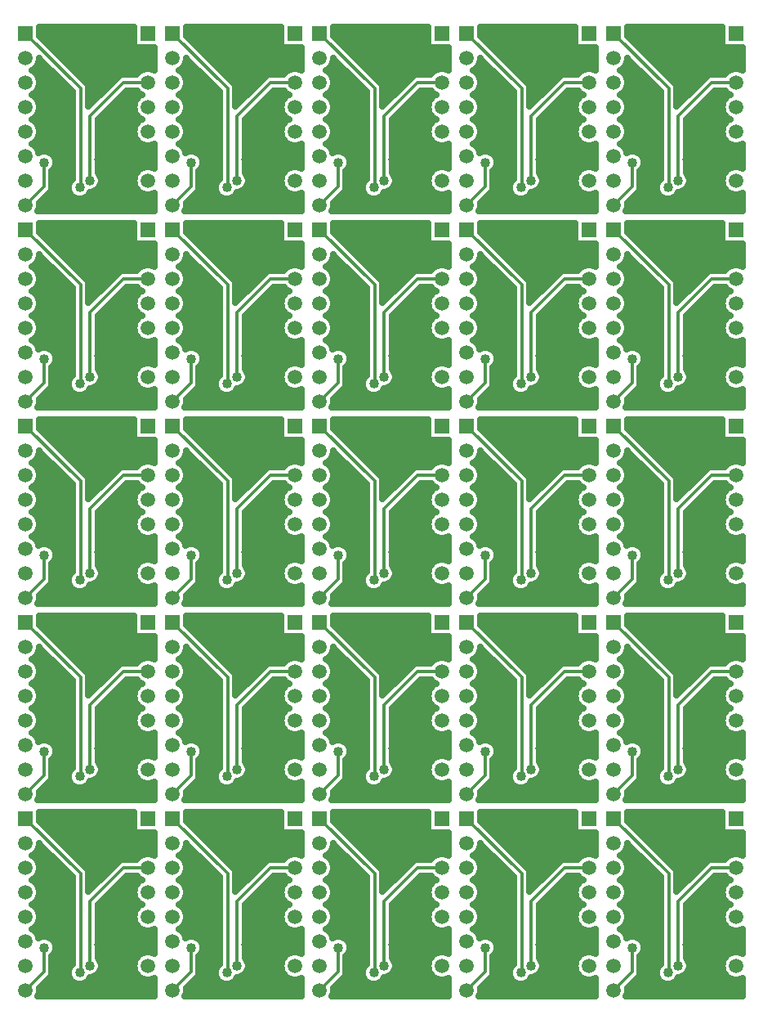
<source format=gbr>
G04 DipTrace 3.3.1.3*
G04 Bottom.gbr*
%MOIN*%
G04 #@! TF.FileFunction,Copper,L2,Bot*
G04 #@! TF.Part,Single*
G04 #@! TA.AperFunction,Conductor*
%ADD14C,0.012*%
G04 #@! TA.AperFunction,CopperBalancing*
%ADD15C,0.025*%
G04 #@! TA.AperFunction,ComponentPad*
%ADD25R,0.059055X0.059055*%
%ADD26C,0.059055*%
G04 #@! TA.AperFunction,ViaPad*
%ADD27C,0.04*%
%FSLAX26Y26*%
G04*
G70*
G90*
G75*
G01*
G04 Bottom*
%LPD*%
X665157Y515157D2*
D14*
X668700Y518700D1*
Y918700D1*
X443700Y1143700D1*
X706200Y543700D2*
Y806200D1*
X843700Y943700D1*
X943700D1*
X519881Y617519D2*
X518700Y616338D1*
Y518700D1*
X443700Y443700D1*
D27*
X665157Y515157D3*
X706200Y543700D3*
X519881Y617519D3*
X658700Y1128700D3*
X593700Y918700D3*
X543700Y793700D3*
X818700Y768700D3*
X656200Y443700D3*
X743700Y631200D3*
X502245Y1143831D2*
D15*
X885188D1*
X516885Y1118962D2*
X885188D1*
X541752Y1094094D2*
X885188D1*
X566621Y1069225D2*
X966214D1*
X591489Y1044356D2*
X966214D1*
X496718Y1019487D2*
X519457D1*
X616392D2*
X966214D1*
X473214Y994619D2*
X544325D1*
X641260D2*
X917843D1*
X495821Y969750D2*
X569192D1*
X666128D2*
X821781D1*
X502209Y944881D2*
X594060D1*
X690995D2*
X796411D1*
X496969Y920012D2*
X618928D1*
X703662D2*
X771543D1*
X474148Y895144D2*
X633712D1*
X703699D2*
X746675D1*
X843611D2*
X913250D1*
X495535Y870275D2*
X633712D1*
X703699D2*
X721808D1*
X818743D2*
X891863D1*
X502209Y845406D2*
X633712D1*
X793876D2*
X885188D1*
X497221Y820537D2*
X633712D1*
X769007D2*
X890176D1*
X475044Y795669D2*
X633712D1*
X744140D2*
X912352D1*
X495247Y770800D2*
X633712D1*
X741197D2*
X892150D1*
X502172Y745931D2*
X633712D1*
X741197D2*
X885224D1*
X497436Y721062D2*
X633712D1*
X741197D2*
X889961D1*
X475906Y696193D2*
X633712D1*
X741197D2*
X911491D1*
X494960Y671325D2*
X633712D1*
X741197D2*
X966214D1*
X558798Y646456D2*
X633712D1*
X741197D2*
X966214D1*
X568701Y621587D2*
X633712D1*
X741197D2*
X966214D1*
X563965Y596718D2*
X633712D1*
X741197D2*
X923082D1*
X553703Y571850D2*
X633712D1*
X745718D2*
X892760D1*
X553703Y546981D2*
X628760D1*
X755085D2*
X885260D1*
X553703Y522112D2*
X616667D1*
X749881D2*
X889494D1*
X545592Y497243D2*
X619752D1*
X710696D2*
X909877D1*
X520833Y472375D2*
X644441D1*
X685864D2*
X966214D1*
X502100Y447506D2*
X966214D1*
X498117Y422637D2*
X966214D1*
X499728Y1168688D2*
Y1133665D1*
X693414Y939808D1*
X696411Y935682D1*
X698726Y931137D1*
X700302Y926287D1*
X701100Y921250D1*
X701200Y854396D1*
Y847183D1*
X822592Y968413D1*
X826718Y971411D1*
X831263Y973726D1*
X836113Y975302D1*
X841150Y976100D1*
X898065Y976200D1*
X904082Y983318D1*
X910768Y989027D1*
X918264Y993621D1*
X926386Y996985D1*
X934935Y999037D1*
X943700Y999728D1*
X952465Y999037D1*
X961014Y996985D1*
X968714Y993815D1*
X968700Y1087676D1*
X887672Y1087672D1*
Y1168735D1*
X499742Y1168700D1*
X499653Y1041794D2*
X499037Y1034935D1*
X496985Y1026386D1*
X493621Y1018264D1*
X489027Y1010768D1*
X483318Y1004082D1*
X476632Y998373D1*
X468964Y993700D1*
X476632Y989027D1*
X483318Y983318D1*
X489027Y976632D1*
X493621Y969136D1*
X496985Y961014D1*
X499037Y952465D1*
X499728Y943700D1*
X499037Y934935D1*
X496985Y926386D1*
X493621Y918264D1*
X489027Y910768D1*
X483318Y904082D1*
X476632Y898373D1*
X468964Y893700D1*
X476632Y889027D1*
X483318Y883318D1*
X489027Y876632D1*
X493621Y869136D1*
X496985Y861014D1*
X499037Y852465D1*
X499728Y843700D1*
X499037Y834935D1*
X496985Y826386D1*
X493621Y818264D1*
X489027Y810768D1*
X483318Y804082D1*
X476632Y798373D1*
X468964Y793700D1*
X476632Y789027D1*
X483318Y783318D1*
X489027Y776632D1*
X493621Y769136D1*
X496985Y761014D1*
X499037Y752465D1*
X499728Y743700D1*
X499037Y734935D1*
X496985Y726386D1*
X493621Y718264D1*
X489027Y710768D1*
X483318Y704082D1*
X476632Y698373D1*
X468964Y693700D1*
X476632Y689027D1*
X483318Y683318D1*
X489027Y676632D1*
X493621Y669136D1*
X496985Y661014D1*
X497728Y658384D1*
X502086Y660480D1*
X509025Y662734D1*
X516233Y663876D1*
X523529D1*
X530737Y662734D1*
X537676Y660480D1*
X544178Y657167D1*
X550081Y652877D1*
X555239Y647718D1*
X559529Y641815D1*
X562842Y635314D1*
X565096Y628375D1*
X566238Y621167D1*
Y613871D1*
X565096Y606663D1*
X562842Y599724D1*
X559529Y593222D1*
X555239Y587319D1*
X551201Y583196D1*
X551100Y516150D1*
X550302Y511113D1*
X548726Y506263D1*
X546411Y501718D1*
X543413Y497592D1*
X498977Y453015D1*
X499728Y443700D1*
X499037Y434935D1*
X496985Y426386D1*
X493815Y418686D1*
X968684Y418700D1*
X968700Y493578D1*
X961014Y490415D1*
X952465Y488363D1*
X943700Y487672D1*
X934935Y488363D1*
X926386Y490415D1*
X918264Y493779D1*
X910768Y498373D1*
X904082Y504082D1*
X898373Y510768D1*
X893779Y518264D1*
X890415Y526386D1*
X888363Y534935D1*
X887672Y543700D1*
X888363Y552465D1*
X890415Y561014D1*
X893779Y569136D1*
X898373Y576632D1*
X904082Y583318D1*
X910768Y589027D1*
X918264Y593621D1*
X926386Y596985D1*
X934935Y599037D1*
X943700Y599728D1*
X952465Y599037D1*
X961014Y596985D1*
X968714Y593815D1*
X968700Y693524D1*
X961014Y690415D1*
X952465Y688363D1*
X943700Y687672D1*
X934935Y688363D1*
X926386Y690415D1*
X918264Y693779D1*
X910768Y698373D1*
X904082Y704082D1*
X898373Y710768D1*
X893779Y718264D1*
X890415Y726386D1*
X888363Y734935D1*
X887672Y743700D1*
X888363Y752465D1*
X890415Y761014D1*
X893779Y769136D1*
X898373Y776632D1*
X904082Y783318D1*
X910768Y789027D1*
X918436Y793700D1*
X910768Y798373D1*
X904082Y804082D1*
X898373Y810768D1*
X893779Y818264D1*
X890415Y826386D1*
X888363Y834935D1*
X887672Y843700D1*
X888363Y852465D1*
X890415Y861014D1*
X893779Y869136D1*
X898373Y876632D1*
X904082Y883318D1*
X910768Y889027D1*
X918436Y893700D1*
X910768Y898373D1*
X904082Y904082D1*
X898373Y910768D1*
X897768Y911200D1*
X857183D1*
X738720Y792758D1*
X738700Y576936D1*
X743819Y571032D1*
X747632Y564810D1*
X750424Y558069D1*
X752128Y550974D1*
X752700Y543700D1*
X752128Y536426D1*
X750424Y529331D1*
X747632Y522590D1*
X743819Y516368D1*
X739081Y510819D1*
X733532Y506081D1*
X727310Y502268D1*
X720569Y499476D1*
X713474Y497772D1*
X708067Y497273D1*
X704805Y490860D1*
X700515Y484957D1*
X695356Y479798D1*
X689453Y475508D1*
X682952Y472196D1*
X676012Y469941D1*
X668805Y468800D1*
X661508D1*
X654301Y469941D1*
X647361Y472196D1*
X640860Y475508D1*
X634957Y479798D1*
X629798Y484957D1*
X625508Y490860D1*
X622196Y497361D1*
X619941Y504301D1*
X618800Y511508D1*
Y518805D1*
X619941Y526012D1*
X622196Y532952D1*
X625508Y539453D1*
X629798Y545356D1*
X634957Y550515D1*
X636200Y551495D1*
Y905209D1*
X499692Y1041746D1*
D25*
X943700Y1143700D3*
X443700D3*
D26*
Y1043700D3*
Y943700D3*
Y843700D3*
Y743700D3*
Y643700D3*
Y543700D3*
Y443700D3*
X943700Y1043700D3*
Y943700D3*
Y843700D3*
Y743700D3*
Y643700D3*
Y543700D3*
Y443700D3*
X1265157Y515157D2*
D14*
X1268700Y518700D1*
Y918700D1*
X1043700Y1143700D1*
X1306200Y543700D2*
Y806200D1*
X1443700Y943700D1*
X1543700D1*
X1119881Y617519D2*
X1118700Y616338D1*
Y518700D1*
X1043700Y443700D1*
D27*
X1265157Y515157D3*
X1306200Y543700D3*
X1119881Y617519D3*
X1258700Y1128700D3*
X1193700Y918700D3*
X1143700Y793700D3*
X1418700Y768700D3*
X1256200Y443700D3*
X1343700Y631200D3*
X1102245Y1143831D2*
D15*
X1485188D1*
X1116885Y1118962D2*
X1485188D1*
X1141752Y1094094D2*
X1485188D1*
X1166621Y1069225D2*
X1566214D1*
X1191489Y1044356D2*
X1566214D1*
X1096718Y1019487D2*
X1119457D1*
X1216392D2*
X1566214D1*
X1073214Y994619D2*
X1144325D1*
X1241260D2*
X1517843D1*
X1095821Y969750D2*
X1169192D1*
X1266128D2*
X1421781D1*
X1102209Y944881D2*
X1194060D1*
X1290995D2*
X1396411D1*
X1096969Y920012D2*
X1218928D1*
X1303662D2*
X1371543D1*
X1074148Y895144D2*
X1233712D1*
X1303699D2*
X1346675D1*
X1443611D2*
X1513250D1*
X1095535Y870275D2*
X1233712D1*
X1303699D2*
X1321808D1*
X1418743D2*
X1491863D1*
X1102209Y845406D2*
X1233712D1*
X1393876D2*
X1485188D1*
X1097221Y820537D2*
X1233712D1*
X1369007D2*
X1490176D1*
X1075044Y795669D2*
X1233712D1*
X1344140D2*
X1512352D1*
X1095247Y770800D2*
X1233712D1*
X1341197D2*
X1492150D1*
X1102172Y745931D2*
X1233712D1*
X1341197D2*
X1485224D1*
X1097436Y721062D2*
X1233712D1*
X1341197D2*
X1489961D1*
X1075906Y696193D2*
X1233712D1*
X1341197D2*
X1511491D1*
X1094960Y671325D2*
X1233712D1*
X1341197D2*
X1566214D1*
X1158798Y646456D2*
X1233712D1*
X1341197D2*
X1566214D1*
X1168701Y621587D2*
X1233712D1*
X1341197D2*
X1566214D1*
X1163965Y596718D2*
X1233712D1*
X1341197D2*
X1523082D1*
X1153703Y571850D2*
X1233712D1*
X1345718D2*
X1492760D1*
X1153703Y546981D2*
X1228760D1*
X1355085D2*
X1485260D1*
X1153703Y522112D2*
X1216667D1*
X1349881D2*
X1489494D1*
X1145592Y497243D2*
X1219752D1*
X1310696D2*
X1509877D1*
X1120833Y472375D2*
X1244441D1*
X1285864D2*
X1566214D1*
X1102100Y447506D2*
X1566214D1*
X1098117Y422637D2*
X1566214D1*
X1099728Y1168688D2*
Y1133665D1*
X1293414Y939808D1*
X1296411Y935682D1*
X1298726Y931137D1*
X1300302Y926287D1*
X1301100Y921250D1*
X1301200Y854396D1*
Y847183D1*
X1422592Y968413D1*
X1426718Y971411D1*
X1431263Y973726D1*
X1436113Y975302D1*
X1441150Y976100D1*
X1498065Y976200D1*
X1504082Y983318D1*
X1510768Y989027D1*
X1518264Y993621D1*
X1526386Y996985D1*
X1534935Y999037D1*
X1543700Y999728D1*
X1552465Y999037D1*
X1561014Y996985D1*
X1568714Y993815D1*
X1568700Y1087676D1*
X1487672Y1087672D1*
Y1168735D1*
X1099742Y1168700D1*
X1099653Y1041794D2*
X1099037Y1034935D1*
X1096985Y1026386D1*
X1093621Y1018264D1*
X1089027Y1010768D1*
X1083318Y1004082D1*
X1076632Y998373D1*
X1068964Y993700D1*
X1076632Y989027D1*
X1083318Y983318D1*
X1089027Y976632D1*
X1093621Y969136D1*
X1096985Y961014D1*
X1099037Y952465D1*
X1099728Y943700D1*
X1099037Y934935D1*
X1096985Y926386D1*
X1093621Y918264D1*
X1089027Y910768D1*
X1083318Y904082D1*
X1076632Y898373D1*
X1068964Y893700D1*
X1076632Y889027D1*
X1083318Y883318D1*
X1089027Y876632D1*
X1093621Y869136D1*
X1096985Y861014D1*
X1099037Y852465D1*
X1099728Y843700D1*
X1099037Y834935D1*
X1096985Y826386D1*
X1093621Y818264D1*
X1089027Y810768D1*
X1083318Y804082D1*
X1076632Y798373D1*
X1068964Y793700D1*
X1076632Y789027D1*
X1083318Y783318D1*
X1089027Y776632D1*
X1093621Y769136D1*
X1096985Y761014D1*
X1099037Y752465D1*
X1099728Y743700D1*
X1099037Y734935D1*
X1096985Y726386D1*
X1093621Y718264D1*
X1089027Y710768D1*
X1083318Y704082D1*
X1076632Y698373D1*
X1068964Y693700D1*
X1076632Y689027D1*
X1083318Y683318D1*
X1089027Y676632D1*
X1093621Y669136D1*
X1096985Y661014D1*
X1097728Y658384D1*
X1102086Y660480D1*
X1109025Y662734D1*
X1116233Y663876D1*
X1123529D1*
X1130737Y662734D1*
X1137676Y660480D1*
X1144178Y657167D1*
X1150081Y652877D1*
X1155239Y647718D1*
X1159529Y641815D1*
X1162842Y635314D1*
X1165096Y628375D1*
X1166238Y621167D1*
Y613871D1*
X1165096Y606663D1*
X1162842Y599724D1*
X1159529Y593222D1*
X1155239Y587319D1*
X1151201Y583196D1*
X1151100Y516150D1*
X1150302Y511113D1*
X1148726Y506263D1*
X1146411Y501718D1*
X1143413Y497592D1*
X1098977Y453015D1*
X1099728Y443700D1*
X1099037Y434935D1*
X1096985Y426386D1*
X1093815Y418686D1*
X1568684Y418700D1*
X1568700Y493578D1*
X1561014Y490415D1*
X1552465Y488363D1*
X1543700Y487672D1*
X1534935Y488363D1*
X1526386Y490415D1*
X1518264Y493779D1*
X1510768Y498373D1*
X1504082Y504082D1*
X1498373Y510768D1*
X1493779Y518264D1*
X1490415Y526386D1*
X1488363Y534935D1*
X1487672Y543700D1*
X1488363Y552465D1*
X1490415Y561014D1*
X1493779Y569136D1*
X1498373Y576632D1*
X1504082Y583318D1*
X1510768Y589027D1*
X1518264Y593621D1*
X1526386Y596985D1*
X1534935Y599037D1*
X1543700Y599728D1*
X1552465Y599037D1*
X1561014Y596985D1*
X1568714Y593815D1*
X1568700Y693524D1*
X1561014Y690415D1*
X1552465Y688363D1*
X1543700Y687672D1*
X1534935Y688363D1*
X1526386Y690415D1*
X1518264Y693779D1*
X1510768Y698373D1*
X1504082Y704082D1*
X1498373Y710768D1*
X1493779Y718264D1*
X1490415Y726386D1*
X1488363Y734935D1*
X1487672Y743700D1*
X1488363Y752465D1*
X1490415Y761014D1*
X1493779Y769136D1*
X1498373Y776632D1*
X1504082Y783318D1*
X1510768Y789027D1*
X1518436Y793700D1*
X1510768Y798373D1*
X1504082Y804082D1*
X1498373Y810768D1*
X1493779Y818264D1*
X1490415Y826386D1*
X1488363Y834935D1*
X1487672Y843700D1*
X1488363Y852465D1*
X1490415Y861014D1*
X1493779Y869136D1*
X1498373Y876632D1*
X1504082Y883318D1*
X1510768Y889027D1*
X1518436Y893700D1*
X1510768Y898373D1*
X1504082Y904082D1*
X1498373Y910768D1*
X1497768Y911200D1*
X1457183D1*
X1338720Y792758D1*
X1338700Y576936D1*
X1343819Y571032D1*
X1347632Y564810D1*
X1350424Y558069D1*
X1352128Y550974D1*
X1352700Y543700D1*
X1352128Y536426D1*
X1350424Y529331D1*
X1347632Y522590D1*
X1343819Y516368D1*
X1339081Y510819D1*
X1333532Y506081D1*
X1327310Y502268D1*
X1320569Y499476D1*
X1313474Y497772D1*
X1308067Y497273D1*
X1304805Y490860D1*
X1300515Y484957D1*
X1295356Y479798D1*
X1289453Y475508D1*
X1282952Y472196D1*
X1276012Y469941D1*
X1268805Y468800D1*
X1261508D1*
X1254301Y469941D1*
X1247361Y472196D1*
X1240860Y475508D1*
X1234957Y479798D1*
X1229798Y484957D1*
X1225508Y490860D1*
X1222196Y497361D1*
X1219941Y504301D1*
X1218800Y511508D1*
Y518805D1*
X1219941Y526012D1*
X1222196Y532952D1*
X1225508Y539453D1*
X1229798Y545356D1*
X1234957Y550515D1*
X1236200Y551495D1*
Y905209D1*
X1099692Y1041746D1*
D25*
X1543700Y1143700D3*
X1043700D3*
D26*
Y1043700D3*
Y943700D3*
Y843700D3*
Y743700D3*
Y643700D3*
Y543700D3*
Y443700D3*
X1543700Y1043700D3*
Y943700D3*
Y843700D3*
Y743700D3*
Y643700D3*
Y543700D3*
Y443700D3*
X1865157Y515157D2*
D14*
X1868700Y518700D1*
Y918700D1*
X1643700Y1143700D1*
X1906200Y543700D2*
Y806200D1*
X2043700Y943700D1*
X2143700D1*
X1719881Y617519D2*
X1718700Y616338D1*
Y518700D1*
X1643700Y443700D1*
D27*
X1865157Y515157D3*
X1906200Y543700D3*
X1719881Y617519D3*
X1858700Y1128700D3*
X1793700Y918700D3*
X1743700Y793700D3*
X2018700Y768700D3*
X1856200Y443700D3*
X1943700Y631200D3*
X1702245Y1143831D2*
D15*
X2085188D1*
X1716885Y1118962D2*
X2085188D1*
X1741752Y1094094D2*
X2085188D1*
X1766621Y1069225D2*
X2166214D1*
X1791489Y1044356D2*
X2166214D1*
X1696718Y1019487D2*
X1719457D1*
X1816392D2*
X2166214D1*
X1673214Y994619D2*
X1744325D1*
X1841260D2*
X2117843D1*
X1695821Y969750D2*
X1769192D1*
X1866128D2*
X2021781D1*
X1702209Y944881D2*
X1794060D1*
X1890995D2*
X1996411D1*
X1696969Y920012D2*
X1818928D1*
X1903662D2*
X1971543D1*
X1674148Y895144D2*
X1833712D1*
X1903699D2*
X1946675D1*
X2043611D2*
X2113250D1*
X1695535Y870275D2*
X1833712D1*
X1903699D2*
X1921808D1*
X2018743D2*
X2091863D1*
X1702209Y845406D2*
X1833712D1*
X1993876D2*
X2085188D1*
X1697221Y820537D2*
X1833712D1*
X1969007D2*
X2090176D1*
X1675044Y795669D2*
X1833712D1*
X1944140D2*
X2112352D1*
X1695247Y770800D2*
X1833712D1*
X1941197D2*
X2092150D1*
X1702172Y745931D2*
X1833712D1*
X1941197D2*
X2085224D1*
X1697436Y721062D2*
X1833712D1*
X1941197D2*
X2089961D1*
X1675906Y696193D2*
X1833712D1*
X1941197D2*
X2111491D1*
X1694960Y671325D2*
X1833712D1*
X1941197D2*
X2166214D1*
X1758798Y646456D2*
X1833712D1*
X1941197D2*
X2166214D1*
X1768701Y621587D2*
X1833712D1*
X1941197D2*
X2166214D1*
X1763965Y596718D2*
X1833712D1*
X1941197D2*
X2123082D1*
X1753703Y571850D2*
X1833712D1*
X1945718D2*
X2092760D1*
X1753703Y546981D2*
X1828760D1*
X1955085D2*
X2085260D1*
X1753703Y522112D2*
X1816667D1*
X1949881D2*
X2089494D1*
X1745592Y497243D2*
X1819752D1*
X1910696D2*
X2109877D1*
X1720833Y472375D2*
X1844441D1*
X1885864D2*
X2166214D1*
X1702100Y447506D2*
X2166214D1*
X1698117Y422637D2*
X2166214D1*
X1699728Y1168688D2*
Y1133665D1*
X1893414Y939808D1*
X1896411Y935682D1*
X1898726Y931137D1*
X1900302Y926287D1*
X1901100Y921250D1*
X1901200Y854396D1*
Y847183D1*
X2022592Y968413D1*
X2026718Y971411D1*
X2031263Y973726D1*
X2036113Y975302D1*
X2041150Y976100D1*
X2098065Y976200D1*
X2104082Y983318D1*
X2110768Y989027D1*
X2118264Y993621D1*
X2126386Y996985D1*
X2134935Y999037D1*
X2143700Y999728D1*
X2152465Y999037D1*
X2161014Y996985D1*
X2168714Y993815D1*
X2168700Y1087676D1*
X2087672Y1087672D1*
Y1168735D1*
X1699742Y1168700D1*
X1699653Y1041794D2*
X1699037Y1034935D1*
X1696985Y1026386D1*
X1693621Y1018264D1*
X1689027Y1010768D1*
X1683318Y1004082D1*
X1676632Y998373D1*
X1668964Y993700D1*
X1676632Y989027D1*
X1683318Y983318D1*
X1689027Y976632D1*
X1693621Y969136D1*
X1696985Y961014D1*
X1699037Y952465D1*
X1699728Y943700D1*
X1699037Y934935D1*
X1696985Y926386D1*
X1693621Y918264D1*
X1689027Y910768D1*
X1683318Y904082D1*
X1676632Y898373D1*
X1668964Y893700D1*
X1676632Y889027D1*
X1683318Y883318D1*
X1689027Y876632D1*
X1693621Y869136D1*
X1696985Y861014D1*
X1699037Y852465D1*
X1699728Y843700D1*
X1699037Y834935D1*
X1696985Y826386D1*
X1693621Y818264D1*
X1689027Y810768D1*
X1683318Y804082D1*
X1676632Y798373D1*
X1668964Y793700D1*
X1676632Y789027D1*
X1683318Y783318D1*
X1689027Y776632D1*
X1693621Y769136D1*
X1696985Y761014D1*
X1699037Y752465D1*
X1699728Y743700D1*
X1699037Y734935D1*
X1696985Y726386D1*
X1693621Y718264D1*
X1689027Y710768D1*
X1683318Y704082D1*
X1676632Y698373D1*
X1668964Y693700D1*
X1676632Y689027D1*
X1683318Y683318D1*
X1689027Y676632D1*
X1693621Y669136D1*
X1696985Y661014D1*
X1697728Y658384D1*
X1702086Y660480D1*
X1709025Y662734D1*
X1716233Y663876D1*
X1723529D1*
X1730737Y662734D1*
X1737676Y660480D1*
X1744178Y657167D1*
X1750081Y652877D1*
X1755239Y647718D1*
X1759529Y641815D1*
X1762842Y635314D1*
X1765096Y628375D1*
X1766238Y621167D1*
Y613871D1*
X1765096Y606663D1*
X1762842Y599724D1*
X1759529Y593222D1*
X1755239Y587319D1*
X1751201Y583196D1*
X1751100Y516150D1*
X1750302Y511113D1*
X1748726Y506263D1*
X1746411Y501718D1*
X1743413Y497592D1*
X1698977Y453015D1*
X1699728Y443700D1*
X1699037Y434935D1*
X1696985Y426386D1*
X1693815Y418686D1*
X2168684Y418700D1*
X2168700Y493578D1*
X2161014Y490415D1*
X2152465Y488363D1*
X2143700Y487672D1*
X2134935Y488363D1*
X2126386Y490415D1*
X2118264Y493779D1*
X2110768Y498373D1*
X2104082Y504082D1*
X2098373Y510768D1*
X2093779Y518264D1*
X2090415Y526386D1*
X2088363Y534935D1*
X2087672Y543700D1*
X2088363Y552465D1*
X2090415Y561014D1*
X2093779Y569136D1*
X2098373Y576632D1*
X2104082Y583318D1*
X2110768Y589027D1*
X2118264Y593621D1*
X2126386Y596985D1*
X2134935Y599037D1*
X2143700Y599728D1*
X2152465Y599037D1*
X2161014Y596985D1*
X2168714Y593815D1*
X2168700Y693524D1*
X2161014Y690415D1*
X2152465Y688363D1*
X2143700Y687672D1*
X2134935Y688363D1*
X2126386Y690415D1*
X2118264Y693779D1*
X2110768Y698373D1*
X2104082Y704082D1*
X2098373Y710768D1*
X2093779Y718264D1*
X2090415Y726386D1*
X2088363Y734935D1*
X2087672Y743700D1*
X2088363Y752465D1*
X2090415Y761014D1*
X2093779Y769136D1*
X2098373Y776632D1*
X2104082Y783318D1*
X2110768Y789027D1*
X2118436Y793700D1*
X2110768Y798373D1*
X2104082Y804082D1*
X2098373Y810768D1*
X2093779Y818264D1*
X2090415Y826386D1*
X2088363Y834935D1*
X2087672Y843700D1*
X2088363Y852465D1*
X2090415Y861014D1*
X2093779Y869136D1*
X2098373Y876632D1*
X2104082Y883318D1*
X2110768Y889027D1*
X2118436Y893700D1*
X2110768Y898373D1*
X2104082Y904082D1*
X2098373Y910768D1*
X2097768Y911200D1*
X2057183D1*
X1938720Y792758D1*
X1938700Y576936D1*
X1943819Y571032D1*
X1947632Y564810D1*
X1950424Y558069D1*
X1952128Y550974D1*
X1952700Y543700D1*
X1952128Y536426D1*
X1950424Y529331D1*
X1947632Y522590D1*
X1943819Y516368D1*
X1939081Y510819D1*
X1933532Y506081D1*
X1927310Y502268D1*
X1920569Y499476D1*
X1913474Y497772D1*
X1908067Y497273D1*
X1904805Y490860D1*
X1900515Y484957D1*
X1895356Y479798D1*
X1889453Y475508D1*
X1882952Y472196D1*
X1876012Y469941D1*
X1868805Y468800D1*
X1861508D1*
X1854301Y469941D1*
X1847361Y472196D1*
X1840860Y475508D1*
X1834957Y479798D1*
X1829798Y484957D1*
X1825508Y490860D1*
X1822196Y497361D1*
X1819941Y504301D1*
X1818800Y511508D1*
Y518805D1*
X1819941Y526012D1*
X1822196Y532952D1*
X1825508Y539453D1*
X1829798Y545356D1*
X1834957Y550515D1*
X1836200Y551495D1*
Y905209D1*
X1699692Y1041746D1*
D25*
X2143700Y1143700D3*
X1643700D3*
D26*
Y1043700D3*
Y943700D3*
Y843700D3*
Y743700D3*
Y643700D3*
Y543700D3*
Y443700D3*
X2143700Y1043700D3*
Y943700D3*
Y843700D3*
Y743700D3*
Y643700D3*
Y543700D3*
Y443700D3*
X2465157Y515157D2*
D14*
X2468700Y518700D1*
Y918700D1*
X2243700Y1143700D1*
X2506200Y543700D2*
Y806200D1*
X2643700Y943700D1*
X2743700D1*
X2319881Y617519D2*
X2318700Y616338D1*
Y518700D1*
X2243700Y443700D1*
D27*
X2465157Y515157D3*
X2506200Y543700D3*
X2319881Y617519D3*
X2458700Y1128700D3*
X2393700Y918700D3*
X2343700Y793700D3*
X2618700Y768700D3*
X2456200Y443700D3*
X2543700Y631200D3*
X2302245Y1143831D2*
D15*
X2685188D1*
X2316885Y1118962D2*
X2685188D1*
X2341752Y1094094D2*
X2685188D1*
X2366621Y1069225D2*
X2766214D1*
X2391489Y1044356D2*
X2766214D1*
X2296718Y1019487D2*
X2319457D1*
X2416392D2*
X2766214D1*
X2273214Y994619D2*
X2344325D1*
X2441260D2*
X2717843D1*
X2295821Y969750D2*
X2369192D1*
X2466128D2*
X2621781D1*
X2302209Y944881D2*
X2394060D1*
X2490995D2*
X2596411D1*
X2296969Y920012D2*
X2418928D1*
X2503662D2*
X2571543D1*
X2274148Y895144D2*
X2433712D1*
X2503699D2*
X2546675D1*
X2643611D2*
X2713250D1*
X2295535Y870275D2*
X2433712D1*
X2503699D2*
X2521808D1*
X2618743D2*
X2691863D1*
X2302209Y845406D2*
X2433712D1*
X2593876D2*
X2685188D1*
X2297221Y820537D2*
X2433712D1*
X2569007D2*
X2690176D1*
X2275044Y795669D2*
X2433712D1*
X2544140D2*
X2712352D1*
X2295247Y770800D2*
X2433712D1*
X2541197D2*
X2692150D1*
X2302172Y745931D2*
X2433712D1*
X2541197D2*
X2685224D1*
X2297436Y721062D2*
X2433712D1*
X2541197D2*
X2689961D1*
X2275906Y696193D2*
X2433712D1*
X2541197D2*
X2711491D1*
X2294960Y671325D2*
X2433712D1*
X2541197D2*
X2766214D1*
X2358798Y646456D2*
X2433712D1*
X2541197D2*
X2766214D1*
X2368701Y621587D2*
X2433712D1*
X2541197D2*
X2766214D1*
X2363965Y596718D2*
X2433712D1*
X2541197D2*
X2723082D1*
X2353703Y571850D2*
X2433712D1*
X2545718D2*
X2692760D1*
X2353703Y546981D2*
X2428760D1*
X2555085D2*
X2685260D1*
X2353703Y522112D2*
X2416667D1*
X2549881D2*
X2689494D1*
X2345592Y497243D2*
X2419752D1*
X2510696D2*
X2709877D1*
X2320833Y472375D2*
X2444441D1*
X2485864D2*
X2766214D1*
X2302100Y447506D2*
X2766214D1*
X2298117Y422637D2*
X2766214D1*
X2299728Y1168688D2*
Y1133665D1*
X2493414Y939808D1*
X2496411Y935682D1*
X2498726Y931137D1*
X2500302Y926287D1*
X2501100Y921250D1*
X2501200Y854396D1*
Y847183D1*
X2622592Y968413D1*
X2626718Y971411D1*
X2631263Y973726D1*
X2636113Y975302D1*
X2641150Y976100D1*
X2698065Y976200D1*
X2704082Y983318D1*
X2710768Y989027D1*
X2718264Y993621D1*
X2726386Y996985D1*
X2734935Y999037D1*
X2743700Y999728D1*
X2752465Y999037D1*
X2761014Y996985D1*
X2768714Y993815D1*
X2768700Y1087676D1*
X2687672Y1087672D1*
Y1168735D1*
X2299742Y1168700D1*
X2299653Y1041794D2*
X2299037Y1034935D1*
X2296985Y1026386D1*
X2293621Y1018264D1*
X2289027Y1010768D1*
X2283318Y1004082D1*
X2276632Y998373D1*
X2268964Y993700D1*
X2276632Y989027D1*
X2283318Y983318D1*
X2289027Y976632D1*
X2293621Y969136D1*
X2296985Y961014D1*
X2299037Y952465D1*
X2299728Y943700D1*
X2299037Y934935D1*
X2296985Y926386D1*
X2293621Y918264D1*
X2289027Y910768D1*
X2283318Y904082D1*
X2276632Y898373D1*
X2268964Y893700D1*
X2276632Y889027D1*
X2283318Y883318D1*
X2289027Y876632D1*
X2293621Y869136D1*
X2296985Y861014D1*
X2299037Y852465D1*
X2299728Y843700D1*
X2299037Y834935D1*
X2296985Y826386D1*
X2293621Y818264D1*
X2289027Y810768D1*
X2283318Y804082D1*
X2276632Y798373D1*
X2268964Y793700D1*
X2276632Y789027D1*
X2283318Y783318D1*
X2289027Y776632D1*
X2293621Y769136D1*
X2296985Y761014D1*
X2299037Y752465D1*
X2299728Y743700D1*
X2299037Y734935D1*
X2296985Y726386D1*
X2293621Y718264D1*
X2289027Y710768D1*
X2283318Y704082D1*
X2276632Y698373D1*
X2268964Y693700D1*
X2276632Y689027D1*
X2283318Y683318D1*
X2289027Y676632D1*
X2293621Y669136D1*
X2296985Y661014D1*
X2297728Y658384D1*
X2302086Y660480D1*
X2309025Y662734D1*
X2316233Y663876D1*
X2323529D1*
X2330737Y662734D1*
X2337676Y660480D1*
X2344178Y657167D1*
X2350081Y652877D1*
X2355239Y647718D1*
X2359529Y641815D1*
X2362842Y635314D1*
X2365096Y628375D1*
X2366238Y621167D1*
Y613871D1*
X2365096Y606663D1*
X2362842Y599724D1*
X2359529Y593222D1*
X2355239Y587319D1*
X2351201Y583196D1*
X2351100Y516150D1*
X2350302Y511113D1*
X2348726Y506263D1*
X2346411Y501718D1*
X2343413Y497592D1*
X2298977Y453015D1*
X2299728Y443700D1*
X2299037Y434935D1*
X2296985Y426386D1*
X2293815Y418686D1*
X2768684Y418700D1*
X2768700Y493578D1*
X2761014Y490415D1*
X2752465Y488363D1*
X2743700Y487672D1*
X2734935Y488363D1*
X2726386Y490415D1*
X2718264Y493779D1*
X2710768Y498373D1*
X2704082Y504082D1*
X2698373Y510768D1*
X2693779Y518264D1*
X2690415Y526386D1*
X2688363Y534935D1*
X2687672Y543700D1*
X2688363Y552465D1*
X2690415Y561014D1*
X2693779Y569136D1*
X2698373Y576632D1*
X2704082Y583318D1*
X2710768Y589027D1*
X2718264Y593621D1*
X2726386Y596985D1*
X2734935Y599037D1*
X2743700Y599728D1*
X2752465Y599037D1*
X2761014Y596985D1*
X2768714Y593815D1*
X2768700Y693524D1*
X2761014Y690415D1*
X2752465Y688363D1*
X2743700Y687672D1*
X2734935Y688363D1*
X2726386Y690415D1*
X2718264Y693779D1*
X2710768Y698373D1*
X2704082Y704082D1*
X2698373Y710768D1*
X2693779Y718264D1*
X2690415Y726386D1*
X2688363Y734935D1*
X2687672Y743700D1*
X2688363Y752465D1*
X2690415Y761014D1*
X2693779Y769136D1*
X2698373Y776632D1*
X2704082Y783318D1*
X2710768Y789027D1*
X2718436Y793700D1*
X2710768Y798373D1*
X2704082Y804082D1*
X2698373Y810768D1*
X2693779Y818264D1*
X2690415Y826386D1*
X2688363Y834935D1*
X2687672Y843700D1*
X2688363Y852465D1*
X2690415Y861014D1*
X2693779Y869136D1*
X2698373Y876632D1*
X2704082Y883318D1*
X2710768Y889027D1*
X2718436Y893700D1*
X2710768Y898373D1*
X2704082Y904082D1*
X2698373Y910768D1*
X2697768Y911200D1*
X2657183D1*
X2538720Y792758D1*
X2538700Y576936D1*
X2543819Y571032D1*
X2547632Y564810D1*
X2550424Y558069D1*
X2552128Y550974D1*
X2552700Y543700D1*
X2552128Y536426D1*
X2550424Y529331D1*
X2547632Y522590D1*
X2543819Y516368D1*
X2539081Y510819D1*
X2533532Y506081D1*
X2527310Y502268D1*
X2520569Y499476D1*
X2513474Y497772D1*
X2508067Y497273D1*
X2504805Y490860D1*
X2500515Y484957D1*
X2495356Y479798D1*
X2489453Y475508D1*
X2482952Y472196D1*
X2476012Y469941D1*
X2468805Y468800D1*
X2461508D1*
X2454301Y469941D1*
X2447361Y472196D1*
X2440860Y475508D1*
X2434957Y479798D1*
X2429798Y484957D1*
X2425508Y490860D1*
X2422196Y497361D1*
X2419941Y504301D1*
X2418800Y511508D1*
Y518805D1*
X2419941Y526012D1*
X2422196Y532952D1*
X2425508Y539453D1*
X2429798Y545356D1*
X2434957Y550515D1*
X2436200Y551495D1*
Y905209D1*
X2299692Y1041746D1*
D25*
X2743700Y1143700D3*
X2243700D3*
D26*
Y1043700D3*
Y943700D3*
Y843700D3*
Y743700D3*
Y643700D3*
Y543700D3*
Y443700D3*
X2743700Y1043700D3*
Y943700D3*
Y843700D3*
Y743700D3*
Y643700D3*
Y543700D3*
Y443700D3*
X3065157Y515157D2*
D14*
X3068700Y518700D1*
Y918700D1*
X2843700Y1143700D1*
X3106200Y543700D2*
Y806200D1*
X3243700Y943700D1*
X3343700D1*
X2919881Y617519D2*
X2918700Y616338D1*
Y518700D1*
X2843700Y443700D1*
D27*
X3065157Y515157D3*
X3106200Y543700D3*
X2919881Y617519D3*
X3058700Y1128700D3*
X2993700Y918700D3*
X2943700Y793700D3*
X3218700Y768700D3*
X3056200Y443700D3*
X3143700Y631200D3*
X2902245Y1143831D2*
D15*
X3285188D1*
X2916885Y1118962D2*
X3285188D1*
X2941752Y1094094D2*
X3285188D1*
X2966621Y1069225D2*
X3366214D1*
X2991489Y1044356D2*
X3366214D1*
X2896718Y1019487D2*
X2919457D1*
X3016392D2*
X3366214D1*
X2873214Y994619D2*
X2944325D1*
X3041260D2*
X3317843D1*
X2895821Y969750D2*
X2969192D1*
X3066128D2*
X3221781D1*
X2902209Y944881D2*
X2994060D1*
X3090995D2*
X3196411D1*
X2896969Y920012D2*
X3018928D1*
X3103662D2*
X3171543D1*
X2874148Y895144D2*
X3033712D1*
X3103699D2*
X3146675D1*
X3243611D2*
X3313250D1*
X2895535Y870275D2*
X3033712D1*
X3103699D2*
X3121808D1*
X3218743D2*
X3291863D1*
X2902209Y845406D2*
X3033712D1*
X3193876D2*
X3285188D1*
X2897221Y820537D2*
X3033712D1*
X3169007D2*
X3290176D1*
X2875044Y795669D2*
X3033712D1*
X3144140D2*
X3312352D1*
X2895247Y770800D2*
X3033712D1*
X3141197D2*
X3292150D1*
X2902172Y745931D2*
X3033712D1*
X3141197D2*
X3285224D1*
X2897436Y721062D2*
X3033712D1*
X3141197D2*
X3289961D1*
X2875906Y696193D2*
X3033712D1*
X3141197D2*
X3311491D1*
X2894960Y671325D2*
X3033712D1*
X3141197D2*
X3366214D1*
X2958798Y646456D2*
X3033712D1*
X3141197D2*
X3366214D1*
X2968701Y621587D2*
X3033712D1*
X3141197D2*
X3366214D1*
X2963965Y596718D2*
X3033712D1*
X3141197D2*
X3323082D1*
X2953703Y571850D2*
X3033712D1*
X3145718D2*
X3292760D1*
X2953703Y546981D2*
X3028760D1*
X3155085D2*
X3285260D1*
X2953703Y522112D2*
X3016667D1*
X3149881D2*
X3289494D1*
X2945592Y497243D2*
X3019752D1*
X3110696D2*
X3309877D1*
X2920833Y472375D2*
X3044441D1*
X3085864D2*
X3366214D1*
X2902100Y447506D2*
X3366214D1*
X2898117Y422637D2*
X3366214D1*
X2899728Y1168688D2*
Y1133665D1*
X3093414Y939808D1*
X3096411Y935682D1*
X3098726Y931137D1*
X3100302Y926287D1*
X3101100Y921250D1*
X3101200Y854396D1*
Y847183D1*
X3222592Y968413D1*
X3226718Y971411D1*
X3231263Y973726D1*
X3236113Y975302D1*
X3241150Y976100D1*
X3298065Y976200D1*
X3304082Y983318D1*
X3310768Y989027D1*
X3318264Y993621D1*
X3326386Y996985D1*
X3334935Y999037D1*
X3343700Y999728D1*
X3352465Y999037D1*
X3361014Y996985D1*
X3368714Y993815D1*
X3368700Y1087676D1*
X3287672Y1087672D1*
Y1168735D1*
X2899742Y1168700D1*
X2899653Y1041794D2*
X2899037Y1034935D1*
X2896985Y1026386D1*
X2893621Y1018264D1*
X2889027Y1010768D1*
X2883318Y1004082D1*
X2876632Y998373D1*
X2868964Y993700D1*
X2876632Y989027D1*
X2883318Y983318D1*
X2889027Y976632D1*
X2893621Y969136D1*
X2896985Y961014D1*
X2899037Y952465D1*
X2899728Y943700D1*
X2899037Y934935D1*
X2896985Y926386D1*
X2893621Y918264D1*
X2889027Y910768D1*
X2883318Y904082D1*
X2876632Y898373D1*
X2868964Y893700D1*
X2876632Y889027D1*
X2883318Y883318D1*
X2889027Y876632D1*
X2893621Y869136D1*
X2896985Y861014D1*
X2899037Y852465D1*
X2899728Y843700D1*
X2899037Y834935D1*
X2896985Y826386D1*
X2893621Y818264D1*
X2889027Y810768D1*
X2883318Y804082D1*
X2876632Y798373D1*
X2868964Y793700D1*
X2876632Y789027D1*
X2883318Y783318D1*
X2889027Y776632D1*
X2893621Y769136D1*
X2896985Y761014D1*
X2899037Y752465D1*
X2899728Y743700D1*
X2899037Y734935D1*
X2896985Y726386D1*
X2893621Y718264D1*
X2889027Y710768D1*
X2883318Y704082D1*
X2876632Y698373D1*
X2868964Y693700D1*
X2876632Y689027D1*
X2883318Y683318D1*
X2889027Y676632D1*
X2893621Y669136D1*
X2896985Y661014D1*
X2897728Y658384D1*
X2902086Y660480D1*
X2909025Y662734D1*
X2916233Y663876D1*
X2923529D1*
X2930737Y662734D1*
X2937676Y660480D1*
X2944178Y657167D1*
X2950081Y652877D1*
X2955239Y647718D1*
X2959529Y641815D1*
X2962842Y635314D1*
X2965096Y628375D1*
X2966238Y621167D1*
Y613871D1*
X2965096Y606663D1*
X2962842Y599724D1*
X2959529Y593222D1*
X2955239Y587319D1*
X2951201Y583196D1*
X2951100Y516150D1*
X2950302Y511113D1*
X2948726Y506263D1*
X2946411Y501718D1*
X2943413Y497592D1*
X2898977Y453015D1*
X2899728Y443700D1*
X2899037Y434935D1*
X2896985Y426386D1*
X2893815Y418686D1*
X3368684Y418700D1*
X3368700Y493578D1*
X3361014Y490415D1*
X3352465Y488363D1*
X3343700Y487672D1*
X3334935Y488363D1*
X3326386Y490415D1*
X3318264Y493779D1*
X3310768Y498373D1*
X3304082Y504082D1*
X3298373Y510768D1*
X3293779Y518264D1*
X3290415Y526386D1*
X3288363Y534935D1*
X3287672Y543700D1*
X3288363Y552465D1*
X3290415Y561014D1*
X3293779Y569136D1*
X3298373Y576632D1*
X3304082Y583318D1*
X3310768Y589027D1*
X3318264Y593621D1*
X3326386Y596985D1*
X3334935Y599037D1*
X3343700Y599728D1*
X3352465Y599037D1*
X3361014Y596985D1*
X3368714Y593815D1*
X3368700Y693524D1*
X3361014Y690415D1*
X3352465Y688363D1*
X3343700Y687672D1*
X3334935Y688363D1*
X3326386Y690415D1*
X3318264Y693779D1*
X3310768Y698373D1*
X3304082Y704082D1*
X3298373Y710768D1*
X3293779Y718264D1*
X3290415Y726386D1*
X3288363Y734935D1*
X3287672Y743700D1*
X3288363Y752465D1*
X3290415Y761014D1*
X3293779Y769136D1*
X3298373Y776632D1*
X3304082Y783318D1*
X3310768Y789027D1*
X3318436Y793700D1*
X3310768Y798373D1*
X3304082Y804082D1*
X3298373Y810768D1*
X3293779Y818264D1*
X3290415Y826386D1*
X3288363Y834935D1*
X3287672Y843700D1*
X3288363Y852465D1*
X3290415Y861014D1*
X3293779Y869136D1*
X3298373Y876632D1*
X3304082Y883318D1*
X3310768Y889027D1*
X3318436Y893700D1*
X3310768Y898373D1*
X3304082Y904082D1*
X3298373Y910768D1*
X3297768Y911200D1*
X3257183D1*
X3138720Y792758D1*
X3138700Y576936D1*
X3143819Y571032D1*
X3147632Y564810D1*
X3150424Y558069D1*
X3152128Y550974D1*
X3152700Y543700D1*
X3152128Y536426D1*
X3150424Y529331D1*
X3147632Y522590D1*
X3143819Y516368D1*
X3139081Y510819D1*
X3133532Y506081D1*
X3127310Y502268D1*
X3120569Y499476D1*
X3113474Y497772D1*
X3108067Y497273D1*
X3104805Y490860D1*
X3100515Y484957D1*
X3095356Y479798D1*
X3089453Y475508D1*
X3082952Y472196D1*
X3076012Y469941D1*
X3068805Y468800D1*
X3061508D1*
X3054301Y469941D1*
X3047361Y472196D1*
X3040860Y475508D1*
X3034957Y479798D1*
X3029798Y484957D1*
X3025508Y490860D1*
X3022196Y497361D1*
X3019941Y504301D1*
X3018800Y511508D1*
Y518805D1*
X3019941Y526012D1*
X3022196Y532952D1*
X3025508Y539453D1*
X3029798Y545356D1*
X3034957Y550515D1*
X3036200Y551495D1*
Y905209D1*
X2899692Y1041746D1*
D25*
X3343700Y1143700D3*
X2843700D3*
D26*
Y1043700D3*
Y943700D3*
Y843700D3*
Y743700D3*
Y643700D3*
Y543700D3*
Y443700D3*
X3343700Y1043700D3*
Y943700D3*
Y843700D3*
Y743700D3*
Y643700D3*
Y543700D3*
Y443700D3*
X665157Y1315157D2*
D14*
X668700Y1318700D1*
Y1718700D1*
X443700Y1943700D1*
X706200Y1343700D2*
Y1606200D1*
X843700Y1743700D1*
X943700D1*
X519881Y1417519D2*
X518700Y1416338D1*
Y1318700D1*
X443700Y1243700D1*
D27*
X665157Y1315157D3*
X706200Y1343700D3*
X519881Y1417519D3*
X658700Y1928700D3*
X593700Y1718700D3*
X543700Y1593700D3*
X818700Y1568700D3*
X656200Y1243700D3*
X743700Y1431200D3*
X502245Y1943831D2*
D15*
X885188D1*
X516885Y1918962D2*
X885188D1*
X541752Y1894094D2*
X885188D1*
X566621Y1869225D2*
X966214D1*
X591489Y1844356D2*
X966214D1*
X496718Y1819487D2*
X519457D1*
X616392D2*
X966214D1*
X473214Y1794619D2*
X544325D1*
X641260D2*
X917843D1*
X495821Y1769750D2*
X569192D1*
X666128D2*
X821781D1*
X502209Y1744881D2*
X594060D1*
X690995D2*
X796411D1*
X496969Y1720012D2*
X618928D1*
X703662D2*
X771543D1*
X474148Y1695144D2*
X633712D1*
X703699D2*
X746675D1*
X843611D2*
X913250D1*
X495535Y1670275D2*
X633712D1*
X703699D2*
X721808D1*
X818743D2*
X891863D1*
X502209Y1645406D2*
X633712D1*
X793876D2*
X885188D1*
X497221Y1620537D2*
X633712D1*
X769007D2*
X890176D1*
X475044Y1595669D2*
X633712D1*
X744140D2*
X912352D1*
X495247Y1570800D2*
X633712D1*
X741197D2*
X892150D1*
X502172Y1545931D2*
X633712D1*
X741197D2*
X885224D1*
X497436Y1521062D2*
X633712D1*
X741197D2*
X889961D1*
X475906Y1496193D2*
X633712D1*
X741197D2*
X911491D1*
X494960Y1471325D2*
X633712D1*
X741197D2*
X966214D1*
X558798Y1446456D2*
X633712D1*
X741197D2*
X966214D1*
X568701Y1421587D2*
X633712D1*
X741197D2*
X966214D1*
X563965Y1396718D2*
X633712D1*
X741197D2*
X923082D1*
X553703Y1371850D2*
X633712D1*
X745718D2*
X892760D1*
X553703Y1346981D2*
X628760D1*
X755085D2*
X885260D1*
X553703Y1322112D2*
X616667D1*
X749881D2*
X889494D1*
X545592Y1297243D2*
X619752D1*
X710696D2*
X909877D1*
X520833Y1272375D2*
X644441D1*
X685864D2*
X966214D1*
X502100Y1247506D2*
X966214D1*
X498117Y1222637D2*
X966214D1*
X499728Y1968688D2*
Y1933665D1*
X693414Y1739808D1*
X696411Y1735682D1*
X698726Y1731137D1*
X700302Y1726287D1*
X701100Y1721250D1*
X701200Y1654396D1*
Y1647183D1*
X822592Y1768413D1*
X826718Y1771411D1*
X831263Y1773726D1*
X836113Y1775302D1*
X841150Y1776100D1*
X898065Y1776200D1*
X904082Y1783318D1*
X910768Y1789027D1*
X918264Y1793621D1*
X926386Y1796985D1*
X934935Y1799037D1*
X943700Y1799728D1*
X952465Y1799037D1*
X961014Y1796985D1*
X968714Y1793815D1*
X968700Y1887676D1*
X887672Y1887672D1*
Y1968735D1*
X499742Y1968700D1*
X499653Y1841794D2*
X499037Y1834935D1*
X496985Y1826386D1*
X493621Y1818264D1*
X489027Y1810768D1*
X483318Y1804082D1*
X476632Y1798373D1*
X468964Y1793700D1*
X476632Y1789027D1*
X483318Y1783318D1*
X489027Y1776632D1*
X493621Y1769136D1*
X496985Y1761014D1*
X499037Y1752465D1*
X499728Y1743700D1*
X499037Y1734935D1*
X496985Y1726386D1*
X493621Y1718264D1*
X489027Y1710768D1*
X483318Y1704082D1*
X476632Y1698373D1*
X468964Y1693700D1*
X476632Y1689027D1*
X483318Y1683318D1*
X489027Y1676632D1*
X493621Y1669136D1*
X496985Y1661014D1*
X499037Y1652465D1*
X499728Y1643700D1*
X499037Y1634935D1*
X496985Y1626386D1*
X493621Y1618264D1*
X489027Y1610768D1*
X483318Y1604082D1*
X476632Y1598373D1*
X468964Y1593700D1*
X476632Y1589027D1*
X483318Y1583318D1*
X489027Y1576632D1*
X493621Y1569136D1*
X496985Y1561014D1*
X499037Y1552465D1*
X499728Y1543700D1*
X499037Y1534935D1*
X496985Y1526386D1*
X493621Y1518264D1*
X489027Y1510768D1*
X483318Y1504082D1*
X476632Y1498373D1*
X468964Y1493700D1*
X476632Y1489027D1*
X483318Y1483318D1*
X489027Y1476632D1*
X493621Y1469136D1*
X496985Y1461014D1*
X497728Y1458384D1*
X502086Y1460480D1*
X509025Y1462734D1*
X516233Y1463876D1*
X523529D1*
X530737Y1462734D1*
X537676Y1460480D1*
X544178Y1457167D1*
X550081Y1452877D1*
X555239Y1447718D1*
X559529Y1441815D1*
X562842Y1435314D1*
X565096Y1428375D1*
X566238Y1421167D1*
Y1413871D1*
X565096Y1406663D1*
X562842Y1399724D1*
X559529Y1393222D1*
X555239Y1387319D1*
X551201Y1383196D1*
X551100Y1316150D1*
X550302Y1311113D1*
X548726Y1306263D1*
X546411Y1301718D1*
X543413Y1297592D1*
X498977Y1253015D1*
X499728Y1243700D1*
X499037Y1234935D1*
X496985Y1226386D1*
X493815Y1218686D1*
X968684Y1218700D1*
X968700Y1293578D1*
X961014Y1290415D1*
X952465Y1288363D1*
X943700Y1287672D1*
X934935Y1288363D1*
X926386Y1290415D1*
X918264Y1293779D1*
X910768Y1298373D1*
X904082Y1304082D1*
X898373Y1310768D1*
X893779Y1318264D1*
X890415Y1326386D1*
X888363Y1334935D1*
X887672Y1343700D1*
X888363Y1352465D1*
X890415Y1361014D1*
X893779Y1369136D1*
X898373Y1376632D1*
X904082Y1383318D1*
X910768Y1389027D1*
X918264Y1393621D1*
X926386Y1396985D1*
X934935Y1399037D1*
X943700Y1399728D1*
X952465Y1399037D1*
X961014Y1396985D1*
X968714Y1393815D1*
X968700Y1493524D1*
X961014Y1490415D1*
X952465Y1488363D1*
X943700Y1487672D1*
X934935Y1488363D1*
X926386Y1490415D1*
X918264Y1493779D1*
X910768Y1498373D1*
X904082Y1504082D1*
X898373Y1510768D1*
X893779Y1518264D1*
X890415Y1526386D1*
X888363Y1534935D1*
X887672Y1543700D1*
X888363Y1552465D1*
X890415Y1561014D1*
X893779Y1569136D1*
X898373Y1576632D1*
X904082Y1583318D1*
X910768Y1589027D1*
X918436Y1593700D1*
X910768Y1598373D1*
X904082Y1604082D1*
X898373Y1610768D1*
X893779Y1618264D1*
X890415Y1626386D1*
X888363Y1634935D1*
X887672Y1643700D1*
X888363Y1652465D1*
X890415Y1661014D1*
X893779Y1669136D1*
X898373Y1676632D1*
X904082Y1683318D1*
X910768Y1689027D1*
X918436Y1693700D1*
X910768Y1698373D1*
X904082Y1704082D1*
X898373Y1710768D1*
X897768Y1711200D1*
X857183D1*
X738720Y1592758D1*
X738700Y1376936D1*
X743819Y1371032D1*
X747632Y1364810D1*
X750424Y1358069D1*
X752128Y1350974D1*
X752700Y1343700D1*
X752128Y1336426D1*
X750424Y1329331D1*
X747632Y1322590D1*
X743819Y1316368D1*
X739081Y1310819D1*
X733532Y1306081D1*
X727310Y1302268D1*
X720569Y1299476D1*
X713474Y1297772D1*
X708067Y1297273D1*
X704805Y1290860D1*
X700515Y1284957D1*
X695356Y1279798D1*
X689453Y1275508D1*
X682952Y1272196D1*
X676012Y1269941D1*
X668805Y1268800D1*
X661508D1*
X654301Y1269941D1*
X647361Y1272196D1*
X640860Y1275508D1*
X634957Y1279798D1*
X629798Y1284957D1*
X625508Y1290860D1*
X622196Y1297361D1*
X619941Y1304301D1*
X618800Y1311508D1*
Y1318805D1*
X619941Y1326012D1*
X622196Y1332952D1*
X625508Y1339453D1*
X629798Y1345356D1*
X634957Y1350515D1*
X636200Y1351495D1*
Y1705209D1*
X499692Y1841746D1*
D25*
X943700Y1943700D3*
X443700D3*
D26*
Y1843700D3*
Y1743700D3*
Y1643700D3*
Y1543700D3*
Y1443700D3*
Y1343700D3*
Y1243700D3*
X943700Y1843700D3*
Y1743700D3*
Y1643700D3*
Y1543700D3*
Y1443700D3*
Y1343700D3*
Y1243700D3*
X1265157Y1315157D2*
D14*
X1268700Y1318700D1*
Y1718700D1*
X1043700Y1943700D1*
X1306200Y1343700D2*
Y1606200D1*
X1443700Y1743700D1*
X1543700D1*
X1119881Y1417519D2*
X1118700Y1416338D1*
Y1318700D1*
X1043700Y1243700D1*
D27*
X1265157Y1315157D3*
X1306200Y1343700D3*
X1119881Y1417519D3*
X1258700Y1928700D3*
X1193700Y1718700D3*
X1143700Y1593700D3*
X1418700Y1568700D3*
X1256200Y1243700D3*
X1343700Y1431200D3*
X1102245Y1943831D2*
D15*
X1485188D1*
X1116885Y1918962D2*
X1485188D1*
X1141752Y1894094D2*
X1485188D1*
X1166621Y1869225D2*
X1566214D1*
X1191489Y1844356D2*
X1566214D1*
X1096718Y1819487D2*
X1119457D1*
X1216392D2*
X1566214D1*
X1073214Y1794619D2*
X1144325D1*
X1241260D2*
X1517843D1*
X1095821Y1769750D2*
X1169192D1*
X1266128D2*
X1421781D1*
X1102209Y1744881D2*
X1194060D1*
X1290995D2*
X1396411D1*
X1096969Y1720012D2*
X1218928D1*
X1303662D2*
X1371543D1*
X1074148Y1695144D2*
X1233712D1*
X1303699D2*
X1346675D1*
X1443611D2*
X1513250D1*
X1095535Y1670275D2*
X1233712D1*
X1303699D2*
X1321808D1*
X1418743D2*
X1491863D1*
X1102209Y1645406D2*
X1233712D1*
X1393876D2*
X1485188D1*
X1097221Y1620537D2*
X1233712D1*
X1369007D2*
X1490176D1*
X1075044Y1595669D2*
X1233712D1*
X1344140D2*
X1512352D1*
X1095247Y1570800D2*
X1233712D1*
X1341197D2*
X1492150D1*
X1102172Y1545931D2*
X1233712D1*
X1341197D2*
X1485224D1*
X1097436Y1521062D2*
X1233712D1*
X1341197D2*
X1489961D1*
X1075906Y1496193D2*
X1233712D1*
X1341197D2*
X1511491D1*
X1094960Y1471325D2*
X1233712D1*
X1341197D2*
X1566214D1*
X1158798Y1446456D2*
X1233712D1*
X1341197D2*
X1566214D1*
X1168701Y1421587D2*
X1233712D1*
X1341197D2*
X1566214D1*
X1163965Y1396718D2*
X1233712D1*
X1341197D2*
X1523082D1*
X1153703Y1371850D2*
X1233712D1*
X1345718D2*
X1492760D1*
X1153703Y1346981D2*
X1228760D1*
X1355085D2*
X1485260D1*
X1153703Y1322112D2*
X1216667D1*
X1349881D2*
X1489494D1*
X1145592Y1297243D2*
X1219752D1*
X1310696D2*
X1509877D1*
X1120833Y1272375D2*
X1244441D1*
X1285864D2*
X1566214D1*
X1102100Y1247506D2*
X1566214D1*
X1098117Y1222637D2*
X1566214D1*
X1099728Y1968688D2*
Y1933665D1*
X1293414Y1739808D1*
X1296411Y1735682D1*
X1298726Y1731137D1*
X1300302Y1726287D1*
X1301100Y1721250D1*
X1301200Y1654396D1*
Y1647183D1*
X1422592Y1768413D1*
X1426718Y1771411D1*
X1431263Y1773726D1*
X1436113Y1775302D1*
X1441150Y1776100D1*
X1498065Y1776200D1*
X1504082Y1783318D1*
X1510768Y1789027D1*
X1518264Y1793621D1*
X1526386Y1796985D1*
X1534935Y1799037D1*
X1543700Y1799728D1*
X1552465Y1799037D1*
X1561014Y1796985D1*
X1568714Y1793815D1*
X1568700Y1887676D1*
X1487672Y1887672D1*
Y1968735D1*
X1099742Y1968700D1*
X1099653Y1841794D2*
X1099037Y1834935D1*
X1096985Y1826386D1*
X1093621Y1818264D1*
X1089027Y1810768D1*
X1083318Y1804082D1*
X1076632Y1798373D1*
X1068964Y1793700D1*
X1076632Y1789027D1*
X1083318Y1783318D1*
X1089027Y1776632D1*
X1093621Y1769136D1*
X1096985Y1761014D1*
X1099037Y1752465D1*
X1099728Y1743700D1*
X1099037Y1734935D1*
X1096985Y1726386D1*
X1093621Y1718264D1*
X1089027Y1710768D1*
X1083318Y1704082D1*
X1076632Y1698373D1*
X1068964Y1693700D1*
X1076632Y1689027D1*
X1083318Y1683318D1*
X1089027Y1676632D1*
X1093621Y1669136D1*
X1096985Y1661014D1*
X1099037Y1652465D1*
X1099728Y1643700D1*
X1099037Y1634935D1*
X1096985Y1626386D1*
X1093621Y1618264D1*
X1089027Y1610768D1*
X1083318Y1604082D1*
X1076632Y1598373D1*
X1068964Y1593700D1*
X1076632Y1589027D1*
X1083318Y1583318D1*
X1089027Y1576632D1*
X1093621Y1569136D1*
X1096985Y1561014D1*
X1099037Y1552465D1*
X1099728Y1543700D1*
X1099037Y1534935D1*
X1096985Y1526386D1*
X1093621Y1518264D1*
X1089027Y1510768D1*
X1083318Y1504082D1*
X1076632Y1498373D1*
X1068964Y1493700D1*
X1076632Y1489027D1*
X1083318Y1483318D1*
X1089027Y1476632D1*
X1093621Y1469136D1*
X1096985Y1461014D1*
X1097728Y1458384D1*
X1102086Y1460480D1*
X1109025Y1462734D1*
X1116233Y1463876D1*
X1123529D1*
X1130737Y1462734D1*
X1137676Y1460480D1*
X1144178Y1457167D1*
X1150081Y1452877D1*
X1155239Y1447718D1*
X1159529Y1441815D1*
X1162842Y1435314D1*
X1165096Y1428375D1*
X1166238Y1421167D1*
Y1413871D1*
X1165096Y1406663D1*
X1162842Y1399724D1*
X1159529Y1393222D1*
X1155239Y1387319D1*
X1151201Y1383196D1*
X1151100Y1316150D1*
X1150302Y1311113D1*
X1148726Y1306263D1*
X1146411Y1301718D1*
X1143413Y1297592D1*
X1098977Y1253015D1*
X1099728Y1243700D1*
X1099037Y1234935D1*
X1096985Y1226386D1*
X1093815Y1218686D1*
X1568684Y1218700D1*
X1568700Y1293578D1*
X1561014Y1290415D1*
X1552465Y1288363D1*
X1543700Y1287672D1*
X1534935Y1288363D1*
X1526386Y1290415D1*
X1518264Y1293779D1*
X1510768Y1298373D1*
X1504082Y1304082D1*
X1498373Y1310768D1*
X1493779Y1318264D1*
X1490415Y1326386D1*
X1488363Y1334935D1*
X1487672Y1343700D1*
X1488363Y1352465D1*
X1490415Y1361014D1*
X1493779Y1369136D1*
X1498373Y1376632D1*
X1504082Y1383318D1*
X1510768Y1389027D1*
X1518264Y1393621D1*
X1526386Y1396985D1*
X1534935Y1399037D1*
X1543700Y1399728D1*
X1552465Y1399037D1*
X1561014Y1396985D1*
X1568714Y1393815D1*
X1568700Y1493524D1*
X1561014Y1490415D1*
X1552465Y1488363D1*
X1543700Y1487672D1*
X1534935Y1488363D1*
X1526386Y1490415D1*
X1518264Y1493779D1*
X1510768Y1498373D1*
X1504082Y1504082D1*
X1498373Y1510768D1*
X1493779Y1518264D1*
X1490415Y1526386D1*
X1488363Y1534935D1*
X1487672Y1543700D1*
X1488363Y1552465D1*
X1490415Y1561014D1*
X1493779Y1569136D1*
X1498373Y1576632D1*
X1504082Y1583318D1*
X1510768Y1589027D1*
X1518436Y1593700D1*
X1510768Y1598373D1*
X1504082Y1604082D1*
X1498373Y1610768D1*
X1493779Y1618264D1*
X1490415Y1626386D1*
X1488363Y1634935D1*
X1487672Y1643700D1*
X1488363Y1652465D1*
X1490415Y1661014D1*
X1493779Y1669136D1*
X1498373Y1676632D1*
X1504082Y1683318D1*
X1510768Y1689027D1*
X1518436Y1693700D1*
X1510768Y1698373D1*
X1504082Y1704082D1*
X1498373Y1710768D1*
X1497768Y1711200D1*
X1457183D1*
X1338720Y1592758D1*
X1338700Y1376936D1*
X1343819Y1371032D1*
X1347632Y1364810D1*
X1350424Y1358069D1*
X1352128Y1350974D1*
X1352700Y1343700D1*
X1352128Y1336426D1*
X1350424Y1329331D1*
X1347632Y1322590D1*
X1343819Y1316368D1*
X1339081Y1310819D1*
X1333532Y1306081D1*
X1327310Y1302268D1*
X1320569Y1299476D1*
X1313474Y1297772D1*
X1308067Y1297273D1*
X1304805Y1290860D1*
X1300515Y1284957D1*
X1295356Y1279798D1*
X1289453Y1275508D1*
X1282952Y1272196D1*
X1276012Y1269941D1*
X1268805Y1268800D1*
X1261508D1*
X1254301Y1269941D1*
X1247361Y1272196D1*
X1240860Y1275508D1*
X1234957Y1279798D1*
X1229798Y1284957D1*
X1225508Y1290860D1*
X1222196Y1297361D1*
X1219941Y1304301D1*
X1218800Y1311508D1*
Y1318805D1*
X1219941Y1326012D1*
X1222196Y1332952D1*
X1225508Y1339453D1*
X1229798Y1345356D1*
X1234957Y1350515D1*
X1236200Y1351495D1*
Y1705209D1*
X1099692Y1841746D1*
D25*
X1543700Y1943700D3*
X1043700D3*
D26*
Y1843700D3*
Y1743700D3*
Y1643700D3*
Y1543700D3*
Y1443700D3*
Y1343700D3*
Y1243700D3*
X1543700Y1843700D3*
Y1743700D3*
Y1643700D3*
Y1543700D3*
Y1443700D3*
Y1343700D3*
Y1243700D3*
X1865157Y1315157D2*
D14*
X1868700Y1318700D1*
Y1718700D1*
X1643700Y1943700D1*
X1906200Y1343700D2*
Y1606200D1*
X2043700Y1743700D1*
X2143700D1*
X1719881Y1417519D2*
X1718700Y1416338D1*
Y1318700D1*
X1643700Y1243700D1*
D27*
X1865157Y1315157D3*
X1906200Y1343700D3*
X1719881Y1417519D3*
X1858700Y1928700D3*
X1793700Y1718700D3*
X1743700Y1593700D3*
X2018700Y1568700D3*
X1856200Y1243700D3*
X1943700Y1431200D3*
X1702245Y1943831D2*
D15*
X2085188D1*
X1716885Y1918962D2*
X2085188D1*
X1741752Y1894094D2*
X2085188D1*
X1766621Y1869225D2*
X2166214D1*
X1791489Y1844356D2*
X2166214D1*
X1696718Y1819487D2*
X1719457D1*
X1816392D2*
X2166214D1*
X1673214Y1794619D2*
X1744325D1*
X1841260D2*
X2117843D1*
X1695821Y1769750D2*
X1769192D1*
X1866128D2*
X2021781D1*
X1702209Y1744881D2*
X1794060D1*
X1890995D2*
X1996411D1*
X1696969Y1720012D2*
X1818928D1*
X1903662D2*
X1971543D1*
X1674148Y1695144D2*
X1833712D1*
X1903699D2*
X1946675D1*
X2043611D2*
X2113250D1*
X1695535Y1670275D2*
X1833712D1*
X1903699D2*
X1921808D1*
X2018743D2*
X2091863D1*
X1702209Y1645406D2*
X1833712D1*
X1993876D2*
X2085188D1*
X1697221Y1620537D2*
X1833712D1*
X1969007D2*
X2090176D1*
X1675044Y1595669D2*
X1833712D1*
X1944140D2*
X2112352D1*
X1695247Y1570800D2*
X1833712D1*
X1941197D2*
X2092150D1*
X1702172Y1545931D2*
X1833712D1*
X1941197D2*
X2085224D1*
X1697436Y1521062D2*
X1833712D1*
X1941197D2*
X2089961D1*
X1675906Y1496193D2*
X1833712D1*
X1941197D2*
X2111491D1*
X1694960Y1471325D2*
X1833712D1*
X1941197D2*
X2166214D1*
X1758798Y1446456D2*
X1833712D1*
X1941197D2*
X2166214D1*
X1768701Y1421587D2*
X1833712D1*
X1941197D2*
X2166214D1*
X1763965Y1396718D2*
X1833712D1*
X1941197D2*
X2123082D1*
X1753703Y1371850D2*
X1833712D1*
X1945718D2*
X2092760D1*
X1753703Y1346981D2*
X1828760D1*
X1955085D2*
X2085260D1*
X1753703Y1322112D2*
X1816667D1*
X1949881D2*
X2089494D1*
X1745592Y1297243D2*
X1819752D1*
X1910696D2*
X2109877D1*
X1720833Y1272375D2*
X1844441D1*
X1885864D2*
X2166214D1*
X1702100Y1247506D2*
X2166214D1*
X1698117Y1222637D2*
X2166214D1*
X1699728Y1968688D2*
Y1933665D1*
X1893414Y1739808D1*
X1896411Y1735682D1*
X1898726Y1731137D1*
X1900302Y1726287D1*
X1901100Y1721250D1*
X1901200Y1654396D1*
Y1647183D1*
X2022592Y1768413D1*
X2026718Y1771411D1*
X2031263Y1773726D1*
X2036113Y1775302D1*
X2041150Y1776100D1*
X2098065Y1776200D1*
X2104082Y1783318D1*
X2110768Y1789027D1*
X2118264Y1793621D1*
X2126386Y1796985D1*
X2134935Y1799037D1*
X2143700Y1799728D1*
X2152465Y1799037D1*
X2161014Y1796985D1*
X2168714Y1793815D1*
X2168700Y1887676D1*
X2087672Y1887672D1*
Y1968735D1*
X1699742Y1968700D1*
X1699653Y1841794D2*
X1699037Y1834935D1*
X1696985Y1826386D1*
X1693621Y1818264D1*
X1689027Y1810768D1*
X1683318Y1804082D1*
X1676632Y1798373D1*
X1668964Y1793700D1*
X1676632Y1789027D1*
X1683318Y1783318D1*
X1689027Y1776632D1*
X1693621Y1769136D1*
X1696985Y1761014D1*
X1699037Y1752465D1*
X1699728Y1743700D1*
X1699037Y1734935D1*
X1696985Y1726386D1*
X1693621Y1718264D1*
X1689027Y1710768D1*
X1683318Y1704082D1*
X1676632Y1698373D1*
X1668964Y1693700D1*
X1676632Y1689027D1*
X1683318Y1683318D1*
X1689027Y1676632D1*
X1693621Y1669136D1*
X1696985Y1661014D1*
X1699037Y1652465D1*
X1699728Y1643700D1*
X1699037Y1634935D1*
X1696985Y1626386D1*
X1693621Y1618264D1*
X1689027Y1610768D1*
X1683318Y1604082D1*
X1676632Y1598373D1*
X1668964Y1593700D1*
X1676632Y1589027D1*
X1683318Y1583318D1*
X1689027Y1576632D1*
X1693621Y1569136D1*
X1696985Y1561014D1*
X1699037Y1552465D1*
X1699728Y1543700D1*
X1699037Y1534935D1*
X1696985Y1526386D1*
X1693621Y1518264D1*
X1689027Y1510768D1*
X1683318Y1504082D1*
X1676632Y1498373D1*
X1668964Y1493700D1*
X1676632Y1489027D1*
X1683318Y1483318D1*
X1689027Y1476632D1*
X1693621Y1469136D1*
X1696985Y1461014D1*
X1697728Y1458384D1*
X1702086Y1460480D1*
X1709025Y1462734D1*
X1716233Y1463876D1*
X1723529D1*
X1730737Y1462734D1*
X1737676Y1460480D1*
X1744178Y1457167D1*
X1750081Y1452877D1*
X1755239Y1447718D1*
X1759529Y1441815D1*
X1762842Y1435314D1*
X1765096Y1428375D1*
X1766238Y1421167D1*
Y1413871D1*
X1765096Y1406663D1*
X1762842Y1399724D1*
X1759529Y1393222D1*
X1755239Y1387319D1*
X1751201Y1383196D1*
X1751100Y1316150D1*
X1750302Y1311113D1*
X1748726Y1306263D1*
X1746411Y1301718D1*
X1743413Y1297592D1*
X1698977Y1253015D1*
X1699728Y1243700D1*
X1699037Y1234935D1*
X1696985Y1226386D1*
X1693815Y1218686D1*
X2168684Y1218700D1*
X2168700Y1293578D1*
X2161014Y1290415D1*
X2152465Y1288363D1*
X2143700Y1287672D1*
X2134935Y1288363D1*
X2126386Y1290415D1*
X2118264Y1293779D1*
X2110768Y1298373D1*
X2104082Y1304082D1*
X2098373Y1310768D1*
X2093779Y1318264D1*
X2090415Y1326386D1*
X2088363Y1334935D1*
X2087672Y1343700D1*
X2088363Y1352465D1*
X2090415Y1361014D1*
X2093779Y1369136D1*
X2098373Y1376632D1*
X2104082Y1383318D1*
X2110768Y1389027D1*
X2118264Y1393621D1*
X2126386Y1396985D1*
X2134935Y1399037D1*
X2143700Y1399728D1*
X2152465Y1399037D1*
X2161014Y1396985D1*
X2168714Y1393815D1*
X2168700Y1493524D1*
X2161014Y1490415D1*
X2152465Y1488363D1*
X2143700Y1487672D1*
X2134935Y1488363D1*
X2126386Y1490415D1*
X2118264Y1493779D1*
X2110768Y1498373D1*
X2104082Y1504082D1*
X2098373Y1510768D1*
X2093779Y1518264D1*
X2090415Y1526386D1*
X2088363Y1534935D1*
X2087672Y1543700D1*
X2088363Y1552465D1*
X2090415Y1561014D1*
X2093779Y1569136D1*
X2098373Y1576632D1*
X2104082Y1583318D1*
X2110768Y1589027D1*
X2118436Y1593700D1*
X2110768Y1598373D1*
X2104082Y1604082D1*
X2098373Y1610768D1*
X2093779Y1618264D1*
X2090415Y1626386D1*
X2088363Y1634935D1*
X2087672Y1643700D1*
X2088363Y1652465D1*
X2090415Y1661014D1*
X2093779Y1669136D1*
X2098373Y1676632D1*
X2104082Y1683318D1*
X2110768Y1689027D1*
X2118436Y1693700D1*
X2110768Y1698373D1*
X2104082Y1704082D1*
X2098373Y1710768D1*
X2097768Y1711200D1*
X2057183D1*
X1938720Y1592758D1*
X1938700Y1376936D1*
X1943819Y1371032D1*
X1947632Y1364810D1*
X1950424Y1358069D1*
X1952128Y1350974D1*
X1952700Y1343700D1*
X1952128Y1336426D1*
X1950424Y1329331D1*
X1947632Y1322590D1*
X1943819Y1316368D1*
X1939081Y1310819D1*
X1933532Y1306081D1*
X1927310Y1302268D1*
X1920569Y1299476D1*
X1913474Y1297772D1*
X1908067Y1297273D1*
X1904805Y1290860D1*
X1900515Y1284957D1*
X1895356Y1279798D1*
X1889453Y1275508D1*
X1882952Y1272196D1*
X1876012Y1269941D1*
X1868805Y1268800D1*
X1861508D1*
X1854301Y1269941D1*
X1847361Y1272196D1*
X1840860Y1275508D1*
X1834957Y1279798D1*
X1829798Y1284957D1*
X1825508Y1290860D1*
X1822196Y1297361D1*
X1819941Y1304301D1*
X1818800Y1311508D1*
Y1318805D1*
X1819941Y1326012D1*
X1822196Y1332952D1*
X1825508Y1339453D1*
X1829798Y1345356D1*
X1834957Y1350515D1*
X1836200Y1351495D1*
Y1705209D1*
X1699692Y1841746D1*
D25*
X2143700Y1943700D3*
X1643700D3*
D26*
Y1843700D3*
Y1743700D3*
Y1643700D3*
Y1543700D3*
Y1443700D3*
Y1343700D3*
Y1243700D3*
X2143700Y1843700D3*
Y1743700D3*
Y1643700D3*
Y1543700D3*
Y1443700D3*
Y1343700D3*
Y1243700D3*
X2465157Y1315157D2*
D14*
X2468700Y1318700D1*
Y1718700D1*
X2243700Y1943700D1*
X2506200Y1343700D2*
Y1606200D1*
X2643700Y1743700D1*
X2743700D1*
X2319881Y1417519D2*
X2318700Y1416338D1*
Y1318700D1*
X2243700Y1243700D1*
D27*
X2465157Y1315157D3*
X2506200Y1343700D3*
X2319881Y1417519D3*
X2458700Y1928700D3*
X2393700Y1718700D3*
X2343700Y1593700D3*
X2618700Y1568700D3*
X2456200Y1243700D3*
X2543700Y1431200D3*
X2302245Y1943831D2*
D15*
X2685188D1*
X2316885Y1918962D2*
X2685188D1*
X2341752Y1894094D2*
X2685188D1*
X2366621Y1869225D2*
X2766214D1*
X2391489Y1844356D2*
X2766214D1*
X2296718Y1819487D2*
X2319457D1*
X2416392D2*
X2766214D1*
X2273214Y1794619D2*
X2344325D1*
X2441260D2*
X2717843D1*
X2295821Y1769750D2*
X2369192D1*
X2466128D2*
X2621781D1*
X2302209Y1744881D2*
X2394060D1*
X2490995D2*
X2596411D1*
X2296969Y1720012D2*
X2418928D1*
X2503662D2*
X2571543D1*
X2274148Y1695144D2*
X2433712D1*
X2503699D2*
X2546675D1*
X2643611D2*
X2713250D1*
X2295535Y1670275D2*
X2433712D1*
X2503699D2*
X2521808D1*
X2618743D2*
X2691863D1*
X2302209Y1645406D2*
X2433712D1*
X2593876D2*
X2685188D1*
X2297221Y1620537D2*
X2433712D1*
X2569007D2*
X2690176D1*
X2275044Y1595669D2*
X2433712D1*
X2544140D2*
X2712352D1*
X2295247Y1570800D2*
X2433712D1*
X2541197D2*
X2692150D1*
X2302172Y1545931D2*
X2433712D1*
X2541197D2*
X2685224D1*
X2297436Y1521062D2*
X2433712D1*
X2541197D2*
X2689961D1*
X2275906Y1496193D2*
X2433712D1*
X2541197D2*
X2711491D1*
X2294960Y1471325D2*
X2433712D1*
X2541197D2*
X2766214D1*
X2358798Y1446456D2*
X2433712D1*
X2541197D2*
X2766214D1*
X2368701Y1421587D2*
X2433712D1*
X2541197D2*
X2766214D1*
X2363965Y1396718D2*
X2433712D1*
X2541197D2*
X2723082D1*
X2353703Y1371850D2*
X2433712D1*
X2545718D2*
X2692760D1*
X2353703Y1346981D2*
X2428760D1*
X2555085D2*
X2685260D1*
X2353703Y1322112D2*
X2416667D1*
X2549881D2*
X2689494D1*
X2345592Y1297243D2*
X2419752D1*
X2510696D2*
X2709877D1*
X2320833Y1272375D2*
X2444441D1*
X2485864D2*
X2766214D1*
X2302100Y1247506D2*
X2766214D1*
X2298117Y1222637D2*
X2766214D1*
X2299728Y1968688D2*
Y1933665D1*
X2493414Y1739808D1*
X2496411Y1735682D1*
X2498726Y1731137D1*
X2500302Y1726287D1*
X2501100Y1721250D1*
X2501200Y1654396D1*
Y1647183D1*
X2622592Y1768413D1*
X2626718Y1771411D1*
X2631263Y1773726D1*
X2636113Y1775302D1*
X2641150Y1776100D1*
X2698065Y1776200D1*
X2704082Y1783318D1*
X2710768Y1789027D1*
X2718264Y1793621D1*
X2726386Y1796985D1*
X2734935Y1799037D1*
X2743700Y1799728D1*
X2752465Y1799037D1*
X2761014Y1796985D1*
X2768714Y1793815D1*
X2768700Y1887676D1*
X2687672Y1887672D1*
Y1968735D1*
X2299742Y1968700D1*
X2299653Y1841794D2*
X2299037Y1834935D1*
X2296985Y1826386D1*
X2293621Y1818264D1*
X2289027Y1810768D1*
X2283318Y1804082D1*
X2276632Y1798373D1*
X2268964Y1793700D1*
X2276632Y1789027D1*
X2283318Y1783318D1*
X2289027Y1776632D1*
X2293621Y1769136D1*
X2296985Y1761014D1*
X2299037Y1752465D1*
X2299728Y1743700D1*
X2299037Y1734935D1*
X2296985Y1726386D1*
X2293621Y1718264D1*
X2289027Y1710768D1*
X2283318Y1704082D1*
X2276632Y1698373D1*
X2268964Y1693700D1*
X2276632Y1689027D1*
X2283318Y1683318D1*
X2289027Y1676632D1*
X2293621Y1669136D1*
X2296985Y1661014D1*
X2299037Y1652465D1*
X2299728Y1643700D1*
X2299037Y1634935D1*
X2296985Y1626386D1*
X2293621Y1618264D1*
X2289027Y1610768D1*
X2283318Y1604082D1*
X2276632Y1598373D1*
X2268964Y1593700D1*
X2276632Y1589027D1*
X2283318Y1583318D1*
X2289027Y1576632D1*
X2293621Y1569136D1*
X2296985Y1561014D1*
X2299037Y1552465D1*
X2299728Y1543700D1*
X2299037Y1534935D1*
X2296985Y1526386D1*
X2293621Y1518264D1*
X2289027Y1510768D1*
X2283318Y1504082D1*
X2276632Y1498373D1*
X2268964Y1493700D1*
X2276632Y1489027D1*
X2283318Y1483318D1*
X2289027Y1476632D1*
X2293621Y1469136D1*
X2296985Y1461014D1*
X2297728Y1458384D1*
X2302086Y1460480D1*
X2309025Y1462734D1*
X2316233Y1463876D1*
X2323529D1*
X2330737Y1462734D1*
X2337676Y1460480D1*
X2344178Y1457167D1*
X2350081Y1452877D1*
X2355239Y1447718D1*
X2359529Y1441815D1*
X2362842Y1435314D1*
X2365096Y1428375D1*
X2366238Y1421167D1*
Y1413871D1*
X2365096Y1406663D1*
X2362842Y1399724D1*
X2359529Y1393222D1*
X2355239Y1387319D1*
X2351201Y1383196D1*
X2351100Y1316150D1*
X2350302Y1311113D1*
X2348726Y1306263D1*
X2346411Y1301718D1*
X2343413Y1297592D1*
X2298977Y1253015D1*
X2299728Y1243700D1*
X2299037Y1234935D1*
X2296985Y1226386D1*
X2293815Y1218686D1*
X2768684Y1218700D1*
X2768700Y1293578D1*
X2761014Y1290415D1*
X2752465Y1288363D1*
X2743700Y1287672D1*
X2734935Y1288363D1*
X2726386Y1290415D1*
X2718264Y1293779D1*
X2710768Y1298373D1*
X2704082Y1304082D1*
X2698373Y1310768D1*
X2693779Y1318264D1*
X2690415Y1326386D1*
X2688363Y1334935D1*
X2687672Y1343700D1*
X2688363Y1352465D1*
X2690415Y1361014D1*
X2693779Y1369136D1*
X2698373Y1376632D1*
X2704082Y1383318D1*
X2710768Y1389027D1*
X2718264Y1393621D1*
X2726386Y1396985D1*
X2734935Y1399037D1*
X2743700Y1399728D1*
X2752465Y1399037D1*
X2761014Y1396985D1*
X2768714Y1393815D1*
X2768700Y1493524D1*
X2761014Y1490415D1*
X2752465Y1488363D1*
X2743700Y1487672D1*
X2734935Y1488363D1*
X2726386Y1490415D1*
X2718264Y1493779D1*
X2710768Y1498373D1*
X2704082Y1504082D1*
X2698373Y1510768D1*
X2693779Y1518264D1*
X2690415Y1526386D1*
X2688363Y1534935D1*
X2687672Y1543700D1*
X2688363Y1552465D1*
X2690415Y1561014D1*
X2693779Y1569136D1*
X2698373Y1576632D1*
X2704082Y1583318D1*
X2710768Y1589027D1*
X2718436Y1593700D1*
X2710768Y1598373D1*
X2704082Y1604082D1*
X2698373Y1610768D1*
X2693779Y1618264D1*
X2690415Y1626386D1*
X2688363Y1634935D1*
X2687672Y1643700D1*
X2688363Y1652465D1*
X2690415Y1661014D1*
X2693779Y1669136D1*
X2698373Y1676632D1*
X2704082Y1683318D1*
X2710768Y1689027D1*
X2718436Y1693700D1*
X2710768Y1698373D1*
X2704082Y1704082D1*
X2698373Y1710768D1*
X2697768Y1711200D1*
X2657183D1*
X2538720Y1592758D1*
X2538700Y1376936D1*
X2543819Y1371032D1*
X2547632Y1364810D1*
X2550424Y1358069D1*
X2552128Y1350974D1*
X2552700Y1343700D1*
X2552128Y1336426D1*
X2550424Y1329331D1*
X2547632Y1322590D1*
X2543819Y1316368D1*
X2539081Y1310819D1*
X2533532Y1306081D1*
X2527310Y1302268D1*
X2520569Y1299476D1*
X2513474Y1297772D1*
X2508067Y1297273D1*
X2504805Y1290860D1*
X2500515Y1284957D1*
X2495356Y1279798D1*
X2489453Y1275508D1*
X2482952Y1272196D1*
X2476012Y1269941D1*
X2468805Y1268800D1*
X2461508D1*
X2454301Y1269941D1*
X2447361Y1272196D1*
X2440860Y1275508D1*
X2434957Y1279798D1*
X2429798Y1284957D1*
X2425508Y1290860D1*
X2422196Y1297361D1*
X2419941Y1304301D1*
X2418800Y1311508D1*
Y1318805D1*
X2419941Y1326012D1*
X2422196Y1332952D1*
X2425508Y1339453D1*
X2429798Y1345356D1*
X2434957Y1350515D1*
X2436200Y1351495D1*
Y1705209D1*
X2299692Y1841746D1*
D25*
X2743700Y1943700D3*
X2243700D3*
D26*
Y1843700D3*
Y1743700D3*
Y1643700D3*
Y1543700D3*
Y1443700D3*
Y1343700D3*
Y1243700D3*
X2743700Y1843700D3*
Y1743700D3*
Y1643700D3*
Y1543700D3*
Y1443700D3*
Y1343700D3*
Y1243700D3*
X3065157Y1315157D2*
D14*
X3068700Y1318700D1*
Y1718700D1*
X2843700Y1943700D1*
X3106200Y1343700D2*
Y1606200D1*
X3243700Y1743700D1*
X3343700D1*
X2919881Y1417519D2*
X2918700Y1416338D1*
Y1318700D1*
X2843700Y1243700D1*
D27*
X3065157Y1315157D3*
X3106200Y1343700D3*
X2919881Y1417519D3*
X3058700Y1928700D3*
X2993700Y1718700D3*
X2943700Y1593700D3*
X3218700Y1568700D3*
X3056200Y1243700D3*
X3143700Y1431200D3*
X2902245Y1943831D2*
D15*
X3285188D1*
X2916885Y1918962D2*
X3285188D1*
X2941752Y1894094D2*
X3285188D1*
X2966621Y1869225D2*
X3366214D1*
X2991489Y1844356D2*
X3366214D1*
X2896718Y1819487D2*
X2919457D1*
X3016392D2*
X3366214D1*
X2873214Y1794619D2*
X2944325D1*
X3041260D2*
X3317843D1*
X2895821Y1769750D2*
X2969192D1*
X3066128D2*
X3221781D1*
X2902209Y1744881D2*
X2994060D1*
X3090995D2*
X3196411D1*
X2896969Y1720012D2*
X3018928D1*
X3103662D2*
X3171543D1*
X2874148Y1695144D2*
X3033712D1*
X3103699D2*
X3146675D1*
X3243611D2*
X3313250D1*
X2895535Y1670275D2*
X3033712D1*
X3103699D2*
X3121808D1*
X3218743D2*
X3291863D1*
X2902209Y1645406D2*
X3033712D1*
X3193876D2*
X3285188D1*
X2897221Y1620537D2*
X3033712D1*
X3169007D2*
X3290176D1*
X2875044Y1595669D2*
X3033712D1*
X3144140D2*
X3312352D1*
X2895247Y1570800D2*
X3033712D1*
X3141197D2*
X3292150D1*
X2902172Y1545931D2*
X3033712D1*
X3141197D2*
X3285224D1*
X2897436Y1521062D2*
X3033712D1*
X3141197D2*
X3289961D1*
X2875906Y1496193D2*
X3033712D1*
X3141197D2*
X3311491D1*
X2894960Y1471325D2*
X3033712D1*
X3141197D2*
X3366214D1*
X2958798Y1446456D2*
X3033712D1*
X3141197D2*
X3366214D1*
X2968701Y1421587D2*
X3033712D1*
X3141197D2*
X3366214D1*
X2963965Y1396718D2*
X3033712D1*
X3141197D2*
X3323082D1*
X2953703Y1371850D2*
X3033712D1*
X3145718D2*
X3292760D1*
X2953703Y1346981D2*
X3028760D1*
X3155085D2*
X3285260D1*
X2953703Y1322112D2*
X3016667D1*
X3149881D2*
X3289494D1*
X2945592Y1297243D2*
X3019752D1*
X3110696D2*
X3309877D1*
X2920833Y1272375D2*
X3044441D1*
X3085864D2*
X3366214D1*
X2902100Y1247506D2*
X3366214D1*
X2898117Y1222637D2*
X3366214D1*
X2899728Y1968688D2*
Y1933665D1*
X3093414Y1739808D1*
X3096411Y1735682D1*
X3098726Y1731137D1*
X3100302Y1726287D1*
X3101100Y1721250D1*
X3101200Y1654396D1*
Y1647183D1*
X3222592Y1768413D1*
X3226718Y1771411D1*
X3231263Y1773726D1*
X3236113Y1775302D1*
X3241150Y1776100D1*
X3298065Y1776200D1*
X3304082Y1783318D1*
X3310768Y1789027D1*
X3318264Y1793621D1*
X3326386Y1796985D1*
X3334935Y1799037D1*
X3343700Y1799728D1*
X3352465Y1799037D1*
X3361014Y1796985D1*
X3368714Y1793815D1*
X3368700Y1887676D1*
X3287672Y1887672D1*
Y1968735D1*
X2899742Y1968700D1*
X2899653Y1841794D2*
X2899037Y1834935D1*
X2896985Y1826386D1*
X2893621Y1818264D1*
X2889027Y1810768D1*
X2883318Y1804082D1*
X2876632Y1798373D1*
X2868964Y1793700D1*
X2876632Y1789027D1*
X2883318Y1783318D1*
X2889027Y1776632D1*
X2893621Y1769136D1*
X2896985Y1761014D1*
X2899037Y1752465D1*
X2899728Y1743700D1*
X2899037Y1734935D1*
X2896985Y1726386D1*
X2893621Y1718264D1*
X2889027Y1710768D1*
X2883318Y1704082D1*
X2876632Y1698373D1*
X2868964Y1693700D1*
X2876632Y1689027D1*
X2883318Y1683318D1*
X2889027Y1676632D1*
X2893621Y1669136D1*
X2896985Y1661014D1*
X2899037Y1652465D1*
X2899728Y1643700D1*
X2899037Y1634935D1*
X2896985Y1626386D1*
X2893621Y1618264D1*
X2889027Y1610768D1*
X2883318Y1604082D1*
X2876632Y1598373D1*
X2868964Y1593700D1*
X2876632Y1589027D1*
X2883318Y1583318D1*
X2889027Y1576632D1*
X2893621Y1569136D1*
X2896985Y1561014D1*
X2899037Y1552465D1*
X2899728Y1543700D1*
X2899037Y1534935D1*
X2896985Y1526386D1*
X2893621Y1518264D1*
X2889027Y1510768D1*
X2883318Y1504082D1*
X2876632Y1498373D1*
X2868964Y1493700D1*
X2876632Y1489027D1*
X2883318Y1483318D1*
X2889027Y1476632D1*
X2893621Y1469136D1*
X2896985Y1461014D1*
X2897728Y1458384D1*
X2902086Y1460480D1*
X2909025Y1462734D1*
X2916233Y1463876D1*
X2923529D1*
X2930737Y1462734D1*
X2937676Y1460480D1*
X2944178Y1457167D1*
X2950081Y1452877D1*
X2955239Y1447718D1*
X2959529Y1441815D1*
X2962842Y1435314D1*
X2965096Y1428375D1*
X2966238Y1421167D1*
Y1413871D1*
X2965096Y1406663D1*
X2962842Y1399724D1*
X2959529Y1393222D1*
X2955239Y1387319D1*
X2951201Y1383196D1*
X2951100Y1316150D1*
X2950302Y1311113D1*
X2948726Y1306263D1*
X2946411Y1301718D1*
X2943413Y1297592D1*
X2898977Y1253015D1*
X2899728Y1243700D1*
X2899037Y1234935D1*
X2896985Y1226386D1*
X2893815Y1218686D1*
X3368684Y1218700D1*
X3368700Y1293578D1*
X3361014Y1290415D1*
X3352465Y1288363D1*
X3343700Y1287672D1*
X3334935Y1288363D1*
X3326386Y1290415D1*
X3318264Y1293779D1*
X3310768Y1298373D1*
X3304082Y1304082D1*
X3298373Y1310768D1*
X3293779Y1318264D1*
X3290415Y1326386D1*
X3288363Y1334935D1*
X3287672Y1343700D1*
X3288363Y1352465D1*
X3290415Y1361014D1*
X3293779Y1369136D1*
X3298373Y1376632D1*
X3304082Y1383318D1*
X3310768Y1389027D1*
X3318264Y1393621D1*
X3326386Y1396985D1*
X3334935Y1399037D1*
X3343700Y1399728D1*
X3352465Y1399037D1*
X3361014Y1396985D1*
X3368714Y1393815D1*
X3368700Y1493524D1*
X3361014Y1490415D1*
X3352465Y1488363D1*
X3343700Y1487672D1*
X3334935Y1488363D1*
X3326386Y1490415D1*
X3318264Y1493779D1*
X3310768Y1498373D1*
X3304082Y1504082D1*
X3298373Y1510768D1*
X3293779Y1518264D1*
X3290415Y1526386D1*
X3288363Y1534935D1*
X3287672Y1543700D1*
X3288363Y1552465D1*
X3290415Y1561014D1*
X3293779Y1569136D1*
X3298373Y1576632D1*
X3304082Y1583318D1*
X3310768Y1589027D1*
X3318436Y1593700D1*
X3310768Y1598373D1*
X3304082Y1604082D1*
X3298373Y1610768D1*
X3293779Y1618264D1*
X3290415Y1626386D1*
X3288363Y1634935D1*
X3287672Y1643700D1*
X3288363Y1652465D1*
X3290415Y1661014D1*
X3293779Y1669136D1*
X3298373Y1676632D1*
X3304082Y1683318D1*
X3310768Y1689027D1*
X3318436Y1693700D1*
X3310768Y1698373D1*
X3304082Y1704082D1*
X3298373Y1710768D1*
X3297768Y1711200D1*
X3257183D1*
X3138720Y1592758D1*
X3138700Y1376936D1*
X3143819Y1371032D1*
X3147632Y1364810D1*
X3150424Y1358069D1*
X3152128Y1350974D1*
X3152700Y1343700D1*
X3152128Y1336426D1*
X3150424Y1329331D1*
X3147632Y1322590D1*
X3143819Y1316368D1*
X3139081Y1310819D1*
X3133532Y1306081D1*
X3127310Y1302268D1*
X3120569Y1299476D1*
X3113474Y1297772D1*
X3108067Y1297273D1*
X3104805Y1290860D1*
X3100515Y1284957D1*
X3095356Y1279798D1*
X3089453Y1275508D1*
X3082952Y1272196D1*
X3076012Y1269941D1*
X3068805Y1268800D1*
X3061508D1*
X3054301Y1269941D1*
X3047361Y1272196D1*
X3040860Y1275508D1*
X3034957Y1279798D1*
X3029798Y1284957D1*
X3025508Y1290860D1*
X3022196Y1297361D1*
X3019941Y1304301D1*
X3018800Y1311508D1*
Y1318805D1*
X3019941Y1326012D1*
X3022196Y1332952D1*
X3025508Y1339453D1*
X3029798Y1345356D1*
X3034957Y1350515D1*
X3036200Y1351495D1*
Y1705209D1*
X2899692Y1841746D1*
D25*
X3343700Y1943700D3*
X2843700D3*
D26*
Y1843700D3*
Y1743700D3*
Y1643700D3*
Y1543700D3*
Y1443700D3*
Y1343700D3*
Y1243700D3*
X3343700Y1843700D3*
Y1743700D3*
Y1643700D3*
Y1543700D3*
Y1443700D3*
Y1343700D3*
Y1243700D3*
X665157Y2115157D2*
D14*
X668700Y2118700D1*
Y2518700D1*
X443700Y2743700D1*
X706200Y2143700D2*
Y2406200D1*
X843700Y2543700D1*
X943700D1*
X519881Y2217519D2*
X518700Y2216338D1*
Y2118700D1*
X443700Y2043700D1*
D27*
X665157Y2115157D3*
X706200Y2143700D3*
X519881Y2217519D3*
X658700Y2728700D3*
X593700Y2518700D3*
X543700Y2393700D3*
X818700Y2368700D3*
X656200Y2043700D3*
X743700Y2231200D3*
X502245Y2743831D2*
D15*
X885188D1*
X516885Y2718962D2*
X885188D1*
X541752Y2694094D2*
X885188D1*
X566621Y2669225D2*
X966214D1*
X591489Y2644356D2*
X966214D1*
X496718Y2619487D2*
X519457D1*
X616392D2*
X966214D1*
X473214Y2594619D2*
X544325D1*
X641260D2*
X917843D1*
X495821Y2569750D2*
X569192D1*
X666128D2*
X821781D1*
X502209Y2544881D2*
X594060D1*
X690995D2*
X796411D1*
X496969Y2520012D2*
X618928D1*
X703662D2*
X771543D1*
X474148Y2495144D2*
X633712D1*
X703699D2*
X746675D1*
X843611D2*
X913250D1*
X495535Y2470275D2*
X633712D1*
X703699D2*
X721808D1*
X818743D2*
X891863D1*
X502209Y2445406D2*
X633712D1*
X793876D2*
X885188D1*
X497221Y2420537D2*
X633712D1*
X769007D2*
X890176D1*
X475044Y2395669D2*
X633712D1*
X744140D2*
X912352D1*
X495247Y2370800D2*
X633712D1*
X741197D2*
X892150D1*
X502172Y2345931D2*
X633712D1*
X741197D2*
X885224D1*
X497436Y2321062D2*
X633712D1*
X741197D2*
X889961D1*
X475906Y2296193D2*
X633712D1*
X741197D2*
X911491D1*
X494960Y2271325D2*
X633712D1*
X741197D2*
X966214D1*
X558798Y2246456D2*
X633712D1*
X741197D2*
X966214D1*
X568701Y2221587D2*
X633712D1*
X741197D2*
X966214D1*
X563965Y2196718D2*
X633712D1*
X741197D2*
X923082D1*
X553703Y2171850D2*
X633712D1*
X745718D2*
X892760D1*
X553703Y2146981D2*
X628760D1*
X755085D2*
X885260D1*
X553703Y2122112D2*
X616667D1*
X749881D2*
X889494D1*
X545592Y2097243D2*
X619752D1*
X710696D2*
X909877D1*
X520833Y2072375D2*
X644441D1*
X685864D2*
X966214D1*
X502100Y2047506D2*
X966214D1*
X498117Y2022637D2*
X966214D1*
X499728Y2768688D2*
Y2733665D1*
X693414Y2539808D1*
X696411Y2535682D1*
X698726Y2531137D1*
X700302Y2526287D1*
X701100Y2521250D1*
X701200Y2454396D1*
Y2447183D1*
X822592Y2568413D1*
X826718Y2571411D1*
X831263Y2573726D1*
X836113Y2575302D1*
X841150Y2576100D1*
X898065Y2576200D1*
X904082Y2583318D1*
X910768Y2589027D1*
X918264Y2593621D1*
X926386Y2596985D1*
X934935Y2599037D1*
X943700Y2599728D1*
X952465Y2599037D1*
X961014Y2596985D1*
X968714Y2593815D1*
X968700Y2687676D1*
X887672Y2687672D1*
Y2768735D1*
X499742Y2768700D1*
X499653Y2641794D2*
X499037Y2634935D1*
X496985Y2626386D1*
X493621Y2618264D1*
X489027Y2610768D1*
X483318Y2604082D1*
X476632Y2598373D1*
X468964Y2593700D1*
X476632Y2589027D1*
X483318Y2583318D1*
X489027Y2576632D1*
X493621Y2569136D1*
X496985Y2561014D1*
X499037Y2552465D1*
X499728Y2543700D1*
X499037Y2534935D1*
X496985Y2526386D1*
X493621Y2518264D1*
X489027Y2510768D1*
X483318Y2504082D1*
X476632Y2498373D1*
X468964Y2493700D1*
X476632Y2489027D1*
X483318Y2483318D1*
X489027Y2476632D1*
X493621Y2469136D1*
X496985Y2461014D1*
X499037Y2452465D1*
X499728Y2443700D1*
X499037Y2434935D1*
X496985Y2426386D1*
X493621Y2418264D1*
X489027Y2410768D1*
X483318Y2404082D1*
X476632Y2398373D1*
X468964Y2393700D1*
X476632Y2389027D1*
X483318Y2383318D1*
X489027Y2376632D1*
X493621Y2369136D1*
X496985Y2361014D1*
X499037Y2352465D1*
X499728Y2343700D1*
X499037Y2334935D1*
X496985Y2326386D1*
X493621Y2318264D1*
X489027Y2310768D1*
X483318Y2304082D1*
X476632Y2298373D1*
X468964Y2293700D1*
X476632Y2289027D1*
X483318Y2283318D1*
X489027Y2276632D1*
X493621Y2269136D1*
X496985Y2261014D1*
X497728Y2258384D1*
X502086Y2260480D1*
X509025Y2262734D1*
X516233Y2263876D1*
X523529D1*
X530737Y2262734D1*
X537676Y2260480D1*
X544178Y2257167D1*
X550081Y2252877D1*
X555239Y2247718D1*
X559529Y2241815D1*
X562842Y2235314D1*
X565096Y2228375D1*
X566238Y2221167D1*
Y2213871D1*
X565096Y2206663D1*
X562842Y2199724D1*
X559529Y2193222D1*
X555239Y2187319D1*
X551201Y2183196D1*
X551100Y2116150D1*
X550302Y2111113D1*
X548726Y2106263D1*
X546411Y2101718D1*
X543413Y2097592D1*
X498977Y2053015D1*
X499728Y2043700D1*
X499037Y2034935D1*
X496985Y2026386D1*
X493815Y2018686D1*
X968684Y2018700D1*
X968700Y2093578D1*
X961014Y2090415D1*
X952465Y2088363D1*
X943700Y2087672D1*
X934935Y2088363D1*
X926386Y2090415D1*
X918264Y2093779D1*
X910768Y2098373D1*
X904082Y2104082D1*
X898373Y2110768D1*
X893779Y2118264D1*
X890415Y2126386D1*
X888363Y2134935D1*
X887672Y2143700D1*
X888363Y2152465D1*
X890415Y2161014D1*
X893779Y2169136D1*
X898373Y2176632D1*
X904082Y2183318D1*
X910768Y2189027D1*
X918264Y2193621D1*
X926386Y2196985D1*
X934935Y2199037D1*
X943700Y2199728D1*
X952465Y2199037D1*
X961014Y2196985D1*
X968714Y2193815D1*
X968700Y2293524D1*
X961014Y2290415D1*
X952465Y2288363D1*
X943700Y2287672D1*
X934935Y2288363D1*
X926386Y2290415D1*
X918264Y2293779D1*
X910768Y2298373D1*
X904082Y2304082D1*
X898373Y2310768D1*
X893779Y2318264D1*
X890415Y2326386D1*
X888363Y2334935D1*
X887672Y2343700D1*
X888363Y2352465D1*
X890415Y2361014D1*
X893779Y2369136D1*
X898373Y2376632D1*
X904082Y2383318D1*
X910768Y2389027D1*
X918436Y2393700D1*
X910768Y2398373D1*
X904082Y2404082D1*
X898373Y2410768D1*
X893779Y2418264D1*
X890415Y2426386D1*
X888363Y2434935D1*
X887672Y2443700D1*
X888363Y2452465D1*
X890415Y2461014D1*
X893779Y2469136D1*
X898373Y2476632D1*
X904082Y2483318D1*
X910768Y2489027D1*
X918436Y2493700D1*
X910768Y2498373D1*
X904082Y2504082D1*
X898373Y2510768D1*
X897768Y2511200D1*
X857183D1*
X738720Y2392758D1*
X738700Y2176936D1*
X743819Y2171032D1*
X747632Y2164810D1*
X750424Y2158069D1*
X752128Y2150974D1*
X752700Y2143700D1*
X752128Y2136426D1*
X750424Y2129331D1*
X747632Y2122590D1*
X743819Y2116368D1*
X739081Y2110819D1*
X733532Y2106081D1*
X727310Y2102268D1*
X720569Y2099476D1*
X713474Y2097772D1*
X708067Y2097273D1*
X704805Y2090860D1*
X700515Y2084957D1*
X695356Y2079798D1*
X689453Y2075508D1*
X682952Y2072196D1*
X676012Y2069941D1*
X668805Y2068800D1*
X661508D1*
X654301Y2069941D1*
X647361Y2072196D1*
X640860Y2075508D1*
X634957Y2079798D1*
X629798Y2084957D1*
X625508Y2090860D1*
X622196Y2097361D1*
X619941Y2104301D1*
X618800Y2111508D1*
Y2118805D1*
X619941Y2126012D1*
X622196Y2132952D1*
X625508Y2139453D1*
X629798Y2145356D1*
X634957Y2150515D1*
X636200Y2151495D1*
Y2505209D1*
X499692Y2641746D1*
D25*
X943700Y2743700D3*
X443700D3*
D26*
Y2643700D3*
Y2543700D3*
Y2443700D3*
Y2343700D3*
Y2243700D3*
Y2143700D3*
Y2043700D3*
X943700Y2643700D3*
Y2543700D3*
Y2443700D3*
Y2343700D3*
Y2243700D3*
Y2143700D3*
Y2043700D3*
X1265157Y2115157D2*
D14*
X1268700Y2118700D1*
Y2518700D1*
X1043700Y2743700D1*
X1306200Y2143700D2*
Y2406200D1*
X1443700Y2543700D1*
X1543700D1*
X1119881Y2217519D2*
X1118700Y2216338D1*
Y2118700D1*
X1043700Y2043700D1*
D27*
X1265157Y2115157D3*
X1306200Y2143700D3*
X1119881Y2217519D3*
X1258700Y2728700D3*
X1193700Y2518700D3*
X1143700Y2393700D3*
X1418700Y2368700D3*
X1256200Y2043700D3*
X1343700Y2231200D3*
X1102245Y2743831D2*
D15*
X1485188D1*
X1116885Y2718962D2*
X1485188D1*
X1141752Y2694094D2*
X1485188D1*
X1166621Y2669225D2*
X1566214D1*
X1191489Y2644356D2*
X1566214D1*
X1096718Y2619487D2*
X1119457D1*
X1216392D2*
X1566214D1*
X1073214Y2594619D2*
X1144325D1*
X1241260D2*
X1517843D1*
X1095821Y2569750D2*
X1169192D1*
X1266128D2*
X1421781D1*
X1102209Y2544881D2*
X1194060D1*
X1290995D2*
X1396411D1*
X1096969Y2520012D2*
X1218928D1*
X1303662D2*
X1371543D1*
X1074148Y2495144D2*
X1233712D1*
X1303699D2*
X1346675D1*
X1443611D2*
X1513250D1*
X1095535Y2470275D2*
X1233712D1*
X1303699D2*
X1321808D1*
X1418743D2*
X1491863D1*
X1102209Y2445406D2*
X1233712D1*
X1393876D2*
X1485188D1*
X1097221Y2420537D2*
X1233712D1*
X1369007D2*
X1490176D1*
X1075044Y2395669D2*
X1233712D1*
X1344140D2*
X1512352D1*
X1095247Y2370800D2*
X1233712D1*
X1341197D2*
X1492150D1*
X1102172Y2345931D2*
X1233712D1*
X1341197D2*
X1485224D1*
X1097436Y2321062D2*
X1233712D1*
X1341197D2*
X1489961D1*
X1075906Y2296193D2*
X1233712D1*
X1341197D2*
X1511491D1*
X1094960Y2271325D2*
X1233712D1*
X1341197D2*
X1566214D1*
X1158798Y2246456D2*
X1233712D1*
X1341197D2*
X1566214D1*
X1168701Y2221587D2*
X1233712D1*
X1341197D2*
X1566214D1*
X1163965Y2196718D2*
X1233712D1*
X1341197D2*
X1523082D1*
X1153703Y2171850D2*
X1233712D1*
X1345718D2*
X1492760D1*
X1153703Y2146981D2*
X1228760D1*
X1355085D2*
X1485260D1*
X1153703Y2122112D2*
X1216667D1*
X1349881D2*
X1489494D1*
X1145592Y2097243D2*
X1219752D1*
X1310696D2*
X1509877D1*
X1120833Y2072375D2*
X1244441D1*
X1285864D2*
X1566214D1*
X1102100Y2047506D2*
X1566214D1*
X1098117Y2022637D2*
X1566214D1*
X1099728Y2768688D2*
Y2733665D1*
X1293414Y2539808D1*
X1296411Y2535682D1*
X1298726Y2531137D1*
X1300302Y2526287D1*
X1301100Y2521250D1*
X1301200Y2454396D1*
Y2447183D1*
X1422592Y2568413D1*
X1426718Y2571411D1*
X1431263Y2573726D1*
X1436113Y2575302D1*
X1441150Y2576100D1*
X1498065Y2576200D1*
X1504082Y2583318D1*
X1510768Y2589027D1*
X1518264Y2593621D1*
X1526386Y2596985D1*
X1534935Y2599037D1*
X1543700Y2599728D1*
X1552465Y2599037D1*
X1561014Y2596985D1*
X1568714Y2593815D1*
X1568700Y2687676D1*
X1487672Y2687672D1*
Y2768735D1*
X1099742Y2768700D1*
X1099653Y2641794D2*
X1099037Y2634935D1*
X1096985Y2626386D1*
X1093621Y2618264D1*
X1089027Y2610768D1*
X1083318Y2604082D1*
X1076632Y2598373D1*
X1068964Y2593700D1*
X1076632Y2589027D1*
X1083318Y2583318D1*
X1089027Y2576632D1*
X1093621Y2569136D1*
X1096985Y2561014D1*
X1099037Y2552465D1*
X1099728Y2543700D1*
X1099037Y2534935D1*
X1096985Y2526386D1*
X1093621Y2518264D1*
X1089027Y2510768D1*
X1083318Y2504082D1*
X1076632Y2498373D1*
X1068964Y2493700D1*
X1076632Y2489027D1*
X1083318Y2483318D1*
X1089027Y2476632D1*
X1093621Y2469136D1*
X1096985Y2461014D1*
X1099037Y2452465D1*
X1099728Y2443700D1*
X1099037Y2434935D1*
X1096985Y2426386D1*
X1093621Y2418264D1*
X1089027Y2410768D1*
X1083318Y2404082D1*
X1076632Y2398373D1*
X1068964Y2393700D1*
X1076632Y2389027D1*
X1083318Y2383318D1*
X1089027Y2376632D1*
X1093621Y2369136D1*
X1096985Y2361014D1*
X1099037Y2352465D1*
X1099728Y2343700D1*
X1099037Y2334935D1*
X1096985Y2326386D1*
X1093621Y2318264D1*
X1089027Y2310768D1*
X1083318Y2304082D1*
X1076632Y2298373D1*
X1068964Y2293700D1*
X1076632Y2289027D1*
X1083318Y2283318D1*
X1089027Y2276632D1*
X1093621Y2269136D1*
X1096985Y2261014D1*
X1097728Y2258384D1*
X1102086Y2260480D1*
X1109025Y2262734D1*
X1116233Y2263876D1*
X1123529D1*
X1130737Y2262734D1*
X1137676Y2260480D1*
X1144178Y2257167D1*
X1150081Y2252877D1*
X1155239Y2247718D1*
X1159529Y2241815D1*
X1162842Y2235314D1*
X1165096Y2228375D1*
X1166238Y2221167D1*
Y2213871D1*
X1165096Y2206663D1*
X1162842Y2199724D1*
X1159529Y2193222D1*
X1155239Y2187319D1*
X1151201Y2183196D1*
X1151100Y2116150D1*
X1150302Y2111113D1*
X1148726Y2106263D1*
X1146411Y2101718D1*
X1143413Y2097592D1*
X1098977Y2053015D1*
X1099728Y2043700D1*
X1099037Y2034935D1*
X1096985Y2026386D1*
X1093815Y2018686D1*
X1568684Y2018700D1*
X1568700Y2093578D1*
X1561014Y2090415D1*
X1552465Y2088363D1*
X1543700Y2087672D1*
X1534935Y2088363D1*
X1526386Y2090415D1*
X1518264Y2093779D1*
X1510768Y2098373D1*
X1504082Y2104082D1*
X1498373Y2110768D1*
X1493779Y2118264D1*
X1490415Y2126386D1*
X1488363Y2134935D1*
X1487672Y2143700D1*
X1488363Y2152465D1*
X1490415Y2161014D1*
X1493779Y2169136D1*
X1498373Y2176632D1*
X1504082Y2183318D1*
X1510768Y2189027D1*
X1518264Y2193621D1*
X1526386Y2196985D1*
X1534935Y2199037D1*
X1543700Y2199728D1*
X1552465Y2199037D1*
X1561014Y2196985D1*
X1568714Y2193815D1*
X1568700Y2293524D1*
X1561014Y2290415D1*
X1552465Y2288363D1*
X1543700Y2287672D1*
X1534935Y2288363D1*
X1526386Y2290415D1*
X1518264Y2293779D1*
X1510768Y2298373D1*
X1504082Y2304082D1*
X1498373Y2310768D1*
X1493779Y2318264D1*
X1490415Y2326386D1*
X1488363Y2334935D1*
X1487672Y2343700D1*
X1488363Y2352465D1*
X1490415Y2361014D1*
X1493779Y2369136D1*
X1498373Y2376632D1*
X1504082Y2383318D1*
X1510768Y2389027D1*
X1518436Y2393700D1*
X1510768Y2398373D1*
X1504082Y2404082D1*
X1498373Y2410768D1*
X1493779Y2418264D1*
X1490415Y2426386D1*
X1488363Y2434935D1*
X1487672Y2443700D1*
X1488363Y2452465D1*
X1490415Y2461014D1*
X1493779Y2469136D1*
X1498373Y2476632D1*
X1504082Y2483318D1*
X1510768Y2489027D1*
X1518436Y2493700D1*
X1510768Y2498373D1*
X1504082Y2504082D1*
X1498373Y2510768D1*
X1497768Y2511200D1*
X1457183D1*
X1338720Y2392758D1*
X1338700Y2176936D1*
X1343819Y2171032D1*
X1347632Y2164810D1*
X1350424Y2158069D1*
X1352128Y2150974D1*
X1352700Y2143700D1*
X1352128Y2136426D1*
X1350424Y2129331D1*
X1347632Y2122590D1*
X1343819Y2116368D1*
X1339081Y2110819D1*
X1333532Y2106081D1*
X1327310Y2102268D1*
X1320569Y2099476D1*
X1313474Y2097772D1*
X1308067Y2097273D1*
X1304805Y2090860D1*
X1300515Y2084957D1*
X1295356Y2079798D1*
X1289453Y2075508D1*
X1282952Y2072196D1*
X1276012Y2069941D1*
X1268805Y2068800D1*
X1261508D1*
X1254301Y2069941D1*
X1247361Y2072196D1*
X1240860Y2075508D1*
X1234957Y2079798D1*
X1229798Y2084957D1*
X1225508Y2090860D1*
X1222196Y2097361D1*
X1219941Y2104301D1*
X1218800Y2111508D1*
Y2118805D1*
X1219941Y2126012D1*
X1222196Y2132952D1*
X1225508Y2139453D1*
X1229798Y2145356D1*
X1234957Y2150515D1*
X1236200Y2151495D1*
Y2505209D1*
X1099692Y2641746D1*
D25*
X1543700Y2743700D3*
X1043700D3*
D26*
Y2643700D3*
Y2543700D3*
Y2443700D3*
Y2343700D3*
Y2243700D3*
Y2143700D3*
Y2043700D3*
X1543700Y2643700D3*
Y2543700D3*
Y2443700D3*
Y2343700D3*
Y2243700D3*
Y2143700D3*
Y2043700D3*
X1865157Y2115157D2*
D14*
X1868700Y2118700D1*
Y2518700D1*
X1643700Y2743700D1*
X1906200Y2143700D2*
Y2406200D1*
X2043700Y2543700D1*
X2143700D1*
X1719881Y2217519D2*
X1718700Y2216338D1*
Y2118700D1*
X1643700Y2043700D1*
D27*
X1865157Y2115157D3*
X1906200Y2143700D3*
X1719881Y2217519D3*
X1858700Y2728700D3*
X1793700Y2518700D3*
X1743700Y2393700D3*
X2018700Y2368700D3*
X1856200Y2043700D3*
X1943700Y2231200D3*
X1702245Y2743831D2*
D15*
X2085188D1*
X1716885Y2718962D2*
X2085188D1*
X1741752Y2694094D2*
X2085188D1*
X1766621Y2669225D2*
X2166214D1*
X1791489Y2644356D2*
X2166214D1*
X1696718Y2619487D2*
X1719457D1*
X1816392D2*
X2166214D1*
X1673214Y2594619D2*
X1744325D1*
X1841260D2*
X2117843D1*
X1695821Y2569750D2*
X1769192D1*
X1866128D2*
X2021781D1*
X1702209Y2544881D2*
X1794060D1*
X1890995D2*
X1996411D1*
X1696969Y2520012D2*
X1818928D1*
X1903662D2*
X1971543D1*
X1674148Y2495144D2*
X1833712D1*
X1903699D2*
X1946675D1*
X2043611D2*
X2113250D1*
X1695535Y2470275D2*
X1833712D1*
X1903699D2*
X1921808D1*
X2018743D2*
X2091863D1*
X1702209Y2445406D2*
X1833712D1*
X1993876D2*
X2085188D1*
X1697221Y2420537D2*
X1833712D1*
X1969007D2*
X2090176D1*
X1675044Y2395669D2*
X1833712D1*
X1944140D2*
X2112352D1*
X1695247Y2370800D2*
X1833712D1*
X1941197D2*
X2092150D1*
X1702172Y2345931D2*
X1833712D1*
X1941197D2*
X2085224D1*
X1697436Y2321062D2*
X1833712D1*
X1941197D2*
X2089961D1*
X1675906Y2296193D2*
X1833712D1*
X1941197D2*
X2111491D1*
X1694960Y2271325D2*
X1833712D1*
X1941197D2*
X2166214D1*
X1758798Y2246456D2*
X1833712D1*
X1941197D2*
X2166214D1*
X1768701Y2221587D2*
X1833712D1*
X1941197D2*
X2166214D1*
X1763965Y2196718D2*
X1833712D1*
X1941197D2*
X2123082D1*
X1753703Y2171850D2*
X1833712D1*
X1945718D2*
X2092760D1*
X1753703Y2146981D2*
X1828760D1*
X1955085D2*
X2085260D1*
X1753703Y2122112D2*
X1816667D1*
X1949881D2*
X2089494D1*
X1745592Y2097243D2*
X1819752D1*
X1910696D2*
X2109877D1*
X1720833Y2072375D2*
X1844441D1*
X1885864D2*
X2166214D1*
X1702100Y2047506D2*
X2166214D1*
X1698117Y2022637D2*
X2166214D1*
X1699728Y2768688D2*
Y2733665D1*
X1893414Y2539808D1*
X1896411Y2535682D1*
X1898726Y2531137D1*
X1900302Y2526287D1*
X1901100Y2521250D1*
X1901200Y2454396D1*
Y2447183D1*
X2022592Y2568413D1*
X2026718Y2571411D1*
X2031263Y2573726D1*
X2036113Y2575302D1*
X2041150Y2576100D1*
X2098065Y2576200D1*
X2104082Y2583318D1*
X2110768Y2589027D1*
X2118264Y2593621D1*
X2126386Y2596985D1*
X2134935Y2599037D1*
X2143700Y2599728D1*
X2152465Y2599037D1*
X2161014Y2596985D1*
X2168714Y2593815D1*
X2168700Y2687676D1*
X2087672Y2687672D1*
Y2768735D1*
X1699742Y2768700D1*
X1699653Y2641794D2*
X1699037Y2634935D1*
X1696985Y2626386D1*
X1693621Y2618264D1*
X1689027Y2610768D1*
X1683318Y2604082D1*
X1676632Y2598373D1*
X1668964Y2593700D1*
X1676632Y2589027D1*
X1683318Y2583318D1*
X1689027Y2576632D1*
X1693621Y2569136D1*
X1696985Y2561014D1*
X1699037Y2552465D1*
X1699728Y2543700D1*
X1699037Y2534935D1*
X1696985Y2526386D1*
X1693621Y2518264D1*
X1689027Y2510768D1*
X1683318Y2504082D1*
X1676632Y2498373D1*
X1668964Y2493700D1*
X1676632Y2489027D1*
X1683318Y2483318D1*
X1689027Y2476632D1*
X1693621Y2469136D1*
X1696985Y2461014D1*
X1699037Y2452465D1*
X1699728Y2443700D1*
X1699037Y2434935D1*
X1696985Y2426386D1*
X1693621Y2418264D1*
X1689027Y2410768D1*
X1683318Y2404082D1*
X1676632Y2398373D1*
X1668964Y2393700D1*
X1676632Y2389027D1*
X1683318Y2383318D1*
X1689027Y2376632D1*
X1693621Y2369136D1*
X1696985Y2361014D1*
X1699037Y2352465D1*
X1699728Y2343700D1*
X1699037Y2334935D1*
X1696985Y2326386D1*
X1693621Y2318264D1*
X1689027Y2310768D1*
X1683318Y2304082D1*
X1676632Y2298373D1*
X1668964Y2293700D1*
X1676632Y2289027D1*
X1683318Y2283318D1*
X1689027Y2276632D1*
X1693621Y2269136D1*
X1696985Y2261014D1*
X1697728Y2258384D1*
X1702086Y2260480D1*
X1709025Y2262734D1*
X1716233Y2263876D1*
X1723529D1*
X1730737Y2262734D1*
X1737676Y2260480D1*
X1744178Y2257167D1*
X1750081Y2252877D1*
X1755239Y2247718D1*
X1759529Y2241815D1*
X1762842Y2235314D1*
X1765096Y2228375D1*
X1766238Y2221167D1*
Y2213871D1*
X1765096Y2206663D1*
X1762842Y2199724D1*
X1759529Y2193222D1*
X1755239Y2187319D1*
X1751201Y2183196D1*
X1751100Y2116150D1*
X1750302Y2111113D1*
X1748726Y2106263D1*
X1746411Y2101718D1*
X1743413Y2097592D1*
X1698977Y2053015D1*
X1699728Y2043700D1*
X1699037Y2034935D1*
X1696985Y2026386D1*
X1693815Y2018686D1*
X2168684Y2018700D1*
X2168700Y2093578D1*
X2161014Y2090415D1*
X2152465Y2088363D1*
X2143700Y2087672D1*
X2134935Y2088363D1*
X2126386Y2090415D1*
X2118264Y2093779D1*
X2110768Y2098373D1*
X2104082Y2104082D1*
X2098373Y2110768D1*
X2093779Y2118264D1*
X2090415Y2126386D1*
X2088363Y2134935D1*
X2087672Y2143700D1*
X2088363Y2152465D1*
X2090415Y2161014D1*
X2093779Y2169136D1*
X2098373Y2176632D1*
X2104082Y2183318D1*
X2110768Y2189027D1*
X2118264Y2193621D1*
X2126386Y2196985D1*
X2134935Y2199037D1*
X2143700Y2199728D1*
X2152465Y2199037D1*
X2161014Y2196985D1*
X2168714Y2193815D1*
X2168700Y2293524D1*
X2161014Y2290415D1*
X2152465Y2288363D1*
X2143700Y2287672D1*
X2134935Y2288363D1*
X2126386Y2290415D1*
X2118264Y2293779D1*
X2110768Y2298373D1*
X2104082Y2304082D1*
X2098373Y2310768D1*
X2093779Y2318264D1*
X2090415Y2326386D1*
X2088363Y2334935D1*
X2087672Y2343700D1*
X2088363Y2352465D1*
X2090415Y2361014D1*
X2093779Y2369136D1*
X2098373Y2376632D1*
X2104082Y2383318D1*
X2110768Y2389027D1*
X2118436Y2393700D1*
X2110768Y2398373D1*
X2104082Y2404082D1*
X2098373Y2410768D1*
X2093779Y2418264D1*
X2090415Y2426386D1*
X2088363Y2434935D1*
X2087672Y2443700D1*
X2088363Y2452465D1*
X2090415Y2461014D1*
X2093779Y2469136D1*
X2098373Y2476632D1*
X2104082Y2483318D1*
X2110768Y2489027D1*
X2118436Y2493700D1*
X2110768Y2498373D1*
X2104082Y2504082D1*
X2098373Y2510768D1*
X2097768Y2511200D1*
X2057183D1*
X1938720Y2392758D1*
X1938700Y2176936D1*
X1943819Y2171032D1*
X1947632Y2164810D1*
X1950424Y2158069D1*
X1952128Y2150974D1*
X1952700Y2143700D1*
X1952128Y2136426D1*
X1950424Y2129331D1*
X1947632Y2122590D1*
X1943819Y2116368D1*
X1939081Y2110819D1*
X1933532Y2106081D1*
X1927310Y2102268D1*
X1920569Y2099476D1*
X1913474Y2097772D1*
X1908067Y2097273D1*
X1904805Y2090860D1*
X1900515Y2084957D1*
X1895356Y2079798D1*
X1889453Y2075508D1*
X1882952Y2072196D1*
X1876012Y2069941D1*
X1868805Y2068800D1*
X1861508D1*
X1854301Y2069941D1*
X1847361Y2072196D1*
X1840860Y2075508D1*
X1834957Y2079798D1*
X1829798Y2084957D1*
X1825508Y2090860D1*
X1822196Y2097361D1*
X1819941Y2104301D1*
X1818800Y2111508D1*
Y2118805D1*
X1819941Y2126012D1*
X1822196Y2132952D1*
X1825508Y2139453D1*
X1829798Y2145356D1*
X1834957Y2150515D1*
X1836200Y2151495D1*
Y2505209D1*
X1699692Y2641746D1*
D25*
X2143700Y2743700D3*
X1643700D3*
D26*
Y2643700D3*
Y2543700D3*
Y2443700D3*
Y2343700D3*
Y2243700D3*
Y2143700D3*
Y2043700D3*
X2143700Y2643700D3*
Y2543700D3*
Y2443700D3*
Y2343700D3*
Y2243700D3*
Y2143700D3*
Y2043700D3*
X2465157Y2115157D2*
D14*
X2468700Y2118700D1*
Y2518700D1*
X2243700Y2743700D1*
X2506200Y2143700D2*
Y2406200D1*
X2643700Y2543700D1*
X2743700D1*
X2319881Y2217519D2*
X2318700Y2216338D1*
Y2118700D1*
X2243700Y2043700D1*
D27*
X2465157Y2115157D3*
X2506200Y2143700D3*
X2319881Y2217519D3*
X2458700Y2728700D3*
X2393700Y2518700D3*
X2343700Y2393700D3*
X2618700Y2368700D3*
X2456200Y2043700D3*
X2543700Y2231200D3*
X2302245Y2743831D2*
D15*
X2685188D1*
X2316885Y2718962D2*
X2685188D1*
X2341752Y2694094D2*
X2685188D1*
X2366621Y2669225D2*
X2766214D1*
X2391489Y2644356D2*
X2766214D1*
X2296718Y2619487D2*
X2319457D1*
X2416392D2*
X2766214D1*
X2273214Y2594619D2*
X2344325D1*
X2441260D2*
X2717843D1*
X2295821Y2569750D2*
X2369192D1*
X2466128D2*
X2621781D1*
X2302209Y2544881D2*
X2394060D1*
X2490995D2*
X2596411D1*
X2296969Y2520012D2*
X2418928D1*
X2503662D2*
X2571543D1*
X2274148Y2495144D2*
X2433712D1*
X2503699D2*
X2546675D1*
X2643611D2*
X2713250D1*
X2295535Y2470275D2*
X2433712D1*
X2503699D2*
X2521808D1*
X2618743D2*
X2691863D1*
X2302209Y2445406D2*
X2433712D1*
X2593876D2*
X2685188D1*
X2297221Y2420537D2*
X2433712D1*
X2569007D2*
X2690176D1*
X2275044Y2395669D2*
X2433712D1*
X2544140D2*
X2712352D1*
X2295247Y2370800D2*
X2433712D1*
X2541197D2*
X2692150D1*
X2302172Y2345931D2*
X2433712D1*
X2541197D2*
X2685224D1*
X2297436Y2321062D2*
X2433712D1*
X2541197D2*
X2689961D1*
X2275906Y2296193D2*
X2433712D1*
X2541197D2*
X2711491D1*
X2294960Y2271325D2*
X2433712D1*
X2541197D2*
X2766214D1*
X2358798Y2246456D2*
X2433712D1*
X2541197D2*
X2766214D1*
X2368701Y2221587D2*
X2433712D1*
X2541197D2*
X2766214D1*
X2363965Y2196718D2*
X2433712D1*
X2541197D2*
X2723082D1*
X2353703Y2171850D2*
X2433712D1*
X2545718D2*
X2692760D1*
X2353703Y2146981D2*
X2428760D1*
X2555085D2*
X2685260D1*
X2353703Y2122112D2*
X2416667D1*
X2549881D2*
X2689494D1*
X2345592Y2097243D2*
X2419752D1*
X2510696D2*
X2709877D1*
X2320833Y2072375D2*
X2444441D1*
X2485864D2*
X2766214D1*
X2302100Y2047506D2*
X2766214D1*
X2298117Y2022637D2*
X2766214D1*
X2299728Y2768688D2*
Y2733665D1*
X2493414Y2539808D1*
X2496411Y2535682D1*
X2498726Y2531137D1*
X2500302Y2526287D1*
X2501100Y2521250D1*
X2501200Y2454396D1*
Y2447183D1*
X2622592Y2568413D1*
X2626718Y2571411D1*
X2631263Y2573726D1*
X2636113Y2575302D1*
X2641150Y2576100D1*
X2698065Y2576200D1*
X2704082Y2583318D1*
X2710768Y2589027D1*
X2718264Y2593621D1*
X2726386Y2596985D1*
X2734935Y2599037D1*
X2743700Y2599728D1*
X2752465Y2599037D1*
X2761014Y2596985D1*
X2768714Y2593815D1*
X2768700Y2687676D1*
X2687672Y2687672D1*
Y2768735D1*
X2299742Y2768700D1*
X2299653Y2641794D2*
X2299037Y2634935D1*
X2296985Y2626386D1*
X2293621Y2618264D1*
X2289027Y2610768D1*
X2283318Y2604082D1*
X2276632Y2598373D1*
X2268964Y2593700D1*
X2276632Y2589027D1*
X2283318Y2583318D1*
X2289027Y2576632D1*
X2293621Y2569136D1*
X2296985Y2561014D1*
X2299037Y2552465D1*
X2299728Y2543700D1*
X2299037Y2534935D1*
X2296985Y2526386D1*
X2293621Y2518264D1*
X2289027Y2510768D1*
X2283318Y2504082D1*
X2276632Y2498373D1*
X2268964Y2493700D1*
X2276632Y2489027D1*
X2283318Y2483318D1*
X2289027Y2476632D1*
X2293621Y2469136D1*
X2296985Y2461014D1*
X2299037Y2452465D1*
X2299728Y2443700D1*
X2299037Y2434935D1*
X2296985Y2426386D1*
X2293621Y2418264D1*
X2289027Y2410768D1*
X2283318Y2404082D1*
X2276632Y2398373D1*
X2268964Y2393700D1*
X2276632Y2389027D1*
X2283318Y2383318D1*
X2289027Y2376632D1*
X2293621Y2369136D1*
X2296985Y2361014D1*
X2299037Y2352465D1*
X2299728Y2343700D1*
X2299037Y2334935D1*
X2296985Y2326386D1*
X2293621Y2318264D1*
X2289027Y2310768D1*
X2283318Y2304082D1*
X2276632Y2298373D1*
X2268964Y2293700D1*
X2276632Y2289027D1*
X2283318Y2283318D1*
X2289027Y2276632D1*
X2293621Y2269136D1*
X2296985Y2261014D1*
X2297728Y2258384D1*
X2302086Y2260480D1*
X2309025Y2262734D1*
X2316233Y2263876D1*
X2323529D1*
X2330737Y2262734D1*
X2337676Y2260480D1*
X2344178Y2257167D1*
X2350081Y2252877D1*
X2355239Y2247718D1*
X2359529Y2241815D1*
X2362842Y2235314D1*
X2365096Y2228375D1*
X2366238Y2221167D1*
Y2213871D1*
X2365096Y2206663D1*
X2362842Y2199724D1*
X2359529Y2193222D1*
X2355239Y2187319D1*
X2351201Y2183196D1*
X2351100Y2116150D1*
X2350302Y2111113D1*
X2348726Y2106263D1*
X2346411Y2101718D1*
X2343413Y2097592D1*
X2298977Y2053015D1*
X2299728Y2043700D1*
X2299037Y2034935D1*
X2296985Y2026386D1*
X2293815Y2018686D1*
X2768684Y2018700D1*
X2768700Y2093578D1*
X2761014Y2090415D1*
X2752465Y2088363D1*
X2743700Y2087672D1*
X2734935Y2088363D1*
X2726386Y2090415D1*
X2718264Y2093779D1*
X2710768Y2098373D1*
X2704082Y2104082D1*
X2698373Y2110768D1*
X2693779Y2118264D1*
X2690415Y2126386D1*
X2688363Y2134935D1*
X2687672Y2143700D1*
X2688363Y2152465D1*
X2690415Y2161014D1*
X2693779Y2169136D1*
X2698373Y2176632D1*
X2704082Y2183318D1*
X2710768Y2189027D1*
X2718264Y2193621D1*
X2726386Y2196985D1*
X2734935Y2199037D1*
X2743700Y2199728D1*
X2752465Y2199037D1*
X2761014Y2196985D1*
X2768714Y2193815D1*
X2768700Y2293524D1*
X2761014Y2290415D1*
X2752465Y2288363D1*
X2743700Y2287672D1*
X2734935Y2288363D1*
X2726386Y2290415D1*
X2718264Y2293779D1*
X2710768Y2298373D1*
X2704082Y2304082D1*
X2698373Y2310768D1*
X2693779Y2318264D1*
X2690415Y2326386D1*
X2688363Y2334935D1*
X2687672Y2343700D1*
X2688363Y2352465D1*
X2690415Y2361014D1*
X2693779Y2369136D1*
X2698373Y2376632D1*
X2704082Y2383318D1*
X2710768Y2389027D1*
X2718436Y2393700D1*
X2710768Y2398373D1*
X2704082Y2404082D1*
X2698373Y2410768D1*
X2693779Y2418264D1*
X2690415Y2426386D1*
X2688363Y2434935D1*
X2687672Y2443700D1*
X2688363Y2452465D1*
X2690415Y2461014D1*
X2693779Y2469136D1*
X2698373Y2476632D1*
X2704082Y2483318D1*
X2710768Y2489027D1*
X2718436Y2493700D1*
X2710768Y2498373D1*
X2704082Y2504082D1*
X2698373Y2510768D1*
X2697768Y2511200D1*
X2657183D1*
X2538720Y2392758D1*
X2538700Y2176936D1*
X2543819Y2171032D1*
X2547632Y2164810D1*
X2550424Y2158069D1*
X2552128Y2150974D1*
X2552700Y2143700D1*
X2552128Y2136426D1*
X2550424Y2129331D1*
X2547632Y2122590D1*
X2543819Y2116368D1*
X2539081Y2110819D1*
X2533532Y2106081D1*
X2527310Y2102268D1*
X2520569Y2099476D1*
X2513474Y2097772D1*
X2508067Y2097273D1*
X2504805Y2090860D1*
X2500515Y2084957D1*
X2495356Y2079798D1*
X2489453Y2075508D1*
X2482952Y2072196D1*
X2476012Y2069941D1*
X2468805Y2068800D1*
X2461508D1*
X2454301Y2069941D1*
X2447361Y2072196D1*
X2440860Y2075508D1*
X2434957Y2079798D1*
X2429798Y2084957D1*
X2425508Y2090860D1*
X2422196Y2097361D1*
X2419941Y2104301D1*
X2418800Y2111508D1*
Y2118805D1*
X2419941Y2126012D1*
X2422196Y2132952D1*
X2425508Y2139453D1*
X2429798Y2145356D1*
X2434957Y2150515D1*
X2436200Y2151495D1*
Y2505209D1*
X2299692Y2641746D1*
D25*
X2743700Y2743700D3*
X2243700D3*
D26*
Y2643700D3*
Y2543700D3*
Y2443700D3*
Y2343700D3*
Y2243700D3*
Y2143700D3*
Y2043700D3*
X2743700Y2643700D3*
Y2543700D3*
Y2443700D3*
Y2343700D3*
Y2243700D3*
Y2143700D3*
Y2043700D3*
X3065157Y2115157D2*
D14*
X3068700Y2118700D1*
Y2518700D1*
X2843700Y2743700D1*
X3106200Y2143700D2*
Y2406200D1*
X3243700Y2543700D1*
X3343700D1*
X2919881Y2217519D2*
X2918700Y2216338D1*
Y2118700D1*
X2843700Y2043700D1*
D27*
X3065157Y2115157D3*
X3106200Y2143700D3*
X2919881Y2217519D3*
X3058700Y2728700D3*
X2993700Y2518700D3*
X2943700Y2393700D3*
X3218700Y2368700D3*
X3056200Y2043700D3*
X3143700Y2231200D3*
X2902245Y2743831D2*
D15*
X3285188D1*
X2916885Y2718962D2*
X3285188D1*
X2941752Y2694094D2*
X3285188D1*
X2966621Y2669225D2*
X3366214D1*
X2991489Y2644356D2*
X3366214D1*
X2896718Y2619487D2*
X2919457D1*
X3016392D2*
X3366214D1*
X2873214Y2594619D2*
X2944325D1*
X3041260D2*
X3317843D1*
X2895821Y2569750D2*
X2969192D1*
X3066128D2*
X3221781D1*
X2902209Y2544881D2*
X2994060D1*
X3090995D2*
X3196411D1*
X2896969Y2520012D2*
X3018928D1*
X3103662D2*
X3171543D1*
X2874148Y2495144D2*
X3033712D1*
X3103699D2*
X3146675D1*
X3243611D2*
X3313250D1*
X2895535Y2470275D2*
X3033712D1*
X3103699D2*
X3121808D1*
X3218743D2*
X3291863D1*
X2902209Y2445406D2*
X3033712D1*
X3193876D2*
X3285188D1*
X2897221Y2420537D2*
X3033712D1*
X3169007D2*
X3290176D1*
X2875044Y2395669D2*
X3033712D1*
X3144140D2*
X3312352D1*
X2895247Y2370800D2*
X3033712D1*
X3141197D2*
X3292150D1*
X2902172Y2345931D2*
X3033712D1*
X3141197D2*
X3285224D1*
X2897436Y2321062D2*
X3033712D1*
X3141197D2*
X3289961D1*
X2875906Y2296193D2*
X3033712D1*
X3141197D2*
X3311491D1*
X2894960Y2271325D2*
X3033712D1*
X3141197D2*
X3366214D1*
X2958798Y2246456D2*
X3033712D1*
X3141197D2*
X3366214D1*
X2968701Y2221587D2*
X3033712D1*
X3141197D2*
X3366214D1*
X2963965Y2196718D2*
X3033712D1*
X3141197D2*
X3323082D1*
X2953703Y2171850D2*
X3033712D1*
X3145718D2*
X3292760D1*
X2953703Y2146981D2*
X3028760D1*
X3155085D2*
X3285260D1*
X2953703Y2122112D2*
X3016667D1*
X3149881D2*
X3289494D1*
X2945592Y2097243D2*
X3019752D1*
X3110696D2*
X3309877D1*
X2920833Y2072375D2*
X3044441D1*
X3085864D2*
X3366214D1*
X2902100Y2047506D2*
X3366214D1*
X2898117Y2022637D2*
X3366214D1*
X2899728Y2768688D2*
Y2733665D1*
X3093414Y2539808D1*
X3096411Y2535682D1*
X3098726Y2531137D1*
X3100302Y2526287D1*
X3101100Y2521250D1*
X3101200Y2454396D1*
Y2447183D1*
X3222592Y2568413D1*
X3226718Y2571411D1*
X3231263Y2573726D1*
X3236113Y2575302D1*
X3241150Y2576100D1*
X3298065Y2576200D1*
X3304082Y2583318D1*
X3310768Y2589027D1*
X3318264Y2593621D1*
X3326386Y2596985D1*
X3334935Y2599037D1*
X3343700Y2599728D1*
X3352465Y2599037D1*
X3361014Y2596985D1*
X3368714Y2593815D1*
X3368700Y2687676D1*
X3287672Y2687672D1*
Y2768735D1*
X2899742Y2768700D1*
X2899653Y2641794D2*
X2899037Y2634935D1*
X2896985Y2626386D1*
X2893621Y2618264D1*
X2889027Y2610768D1*
X2883318Y2604082D1*
X2876632Y2598373D1*
X2868964Y2593700D1*
X2876632Y2589027D1*
X2883318Y2583318D1*
X2889027Y2576632D1*
X2893621Y2569136D1*
X2896985Y2561014D1*
X2899037Y2552465D1*
X2899728Y2543700D1*
X2899037Y2534935D1*
X2896985Y2526386D1*
X2893621Y2518264D1*
X2889027Y2510768D1*
X2883318Y2504082D1*
X2876632Y2498373D1*
X2868964Y2493700D1*
X2876632Y2489027D1*
X2883318Y2483318D1*
X2889027Y2476632D1*
X2893621Y2469136D1*
X2896985Y2461014D1*
X2899037Y2452465D1*
X2899728Y2443700D1*
X2899037Y2434935D1*
X2896985Y2426386D1*
X2893621Y2418264D1*
X2889027Y2410768D1*
X2883318Y2404082D1*
X2876632Y2398373D1*
X2868964Y2393700D1*
X2876632Y2389027D1*
X2883318Y2383318D1*
X2889027Y2376632D1*
X2893621Y2369136D1*
X2896985Y2361014D1*
X2899037Y2352465D1*
X2899728Y2343700D1*
X2899037Y2334935D1*
X2896985Y2326386D1*
X2893621Y2318264D1*
X2889027Y2310768D1*
X2883318Y2304082D1*
X2876632Y2298373D1*
X2868964Y2293700D1*
X2876632Y2289027D1*
X2883318Y2283318D1*
X2889027Y2276632D1*
X2893621Y2269136D1*
X2896985Y2261014D1*
X2897728Y2258384D1*
X2902086Y2260480D1*
X2909025Y2262734D1*
X2916233Y2263876D1*
X2923529D1*
X2930737Y2262734D1*
X2937676Y2260480D1*
X2944178Y2257167D1*
X2950081Y2252877D1*
X2955239Y2247718D1*
X2959529Y2241815D1*
X2962842Y2235314D1*
X2965096Y2228375D1*
X2966238Y2221167D1*
Y2213871D1*
X2965096Y2206663D1*
X2962842Y2199724D1*
X2959529Y2193222D1*
X2955239Y2187319D1*
X2951201Y2183196D1*
X2951100Y2116150D1*
X2950302Y2111113D1*
X2948726Y2106263D1*
X2946411Y2101718D1*
X2943413Y2097592D1*
X2898977Y2053015D1*
X2899728Y2043700D1*
X2899037Y2034935D1*
X2896985Y2026386D1*
X2893815Y2018686D1*
X3368684Y2018700D1*
X3368700Y2093578D1*
X3361014Y2090415D1*
X3352465Y2088363D1*
X3343700Y2087672D1*
X3334935Y2088363D1*
X3326386Y2090415D1*
X3318264Y2093779D1*
X3310768Y2098373D1*
X3304082Y2104082D1*
X3298373Y2110768D1*
X3293779Y2118264D1*
X3290415Y2126386D1*
X3288363Y2134935D1*
X3287672Y2143700D1*
X3288363Y2152465D1*
X3290415Y2161014D1*
X3293779Y2169136D1*
X3298373Y2176632D1*
X3304082Y2183318D1*
X3310768Y2189027D1*
X3318264Y2193621D1*
X3326386Y2196985D1*
X3334935Y2199037D1*
X3343700Y2199728D1*
X3352465Y2199037D1*
X3361014Y2196985D1*
X3368714Y2193815D1*
X3368700Y2293524D1*
X3361014Y2290415D1*
X3352465Y2288363D1*
X3343700Y2287672D1*
X3334935Y2288363D1*
X3326386Y2290415D1*
X3318264Y2293779D1*
X3310768Y2298373D1*
X3304082Y2304082D1*
X3298373Y2310768D1*
X3293779Y2318264D1*
X3290415Y2326386D1*
X3288363Y2334935D1*
X3287672Y2343700D1*
X3288363Y2352465D1*
X3290415Y2361014D1*
X3293779Y2369136D1*
X3298373Y2376632D1*
X3304082Y2383318D1*
X3310768Y2389027D1*
X3318436Y2393700D1*
X3310768Y2398373D1*
X3304082Y2404082D1*
X3298373Y2410768D1*
X3293779Y2418264D1*
X3290415Y2426386D1*
X3288363Y2434935D1*
X3287672Y2443700D1*
X3288363Y2452465D1*
X3290415Y2461014D1*
X3293779Y2469136D1*
X3298373Y2476632D1*
X3304082Y2483318D1*
X3310768Y2489027D1*
X3318436Y2493700D1*
X3310768Y2498373D1*
X3304082Y2504082D1*
X3298373Y2510768D1*
X3297768Y2511200D1*
X3257183D1*
X3138720Y2392758D1*
X3138700Y2176936D1*
X3143819Y2171032D1*
X3147632Y2164810D1*
X3150424Y2158069D1*
X3152128Y2150974D1*
X3152700Y2143700D1*
X3152128Y2136426D1*
X3150424Y2129331D1*
X3147632Y2122590D1*
X3143819Y2116368D1*
X3139081Y2110819D1*
X3133532Y2106081D1*
X3127310Y2102268D1*
X3120569Y2099476D1*
X3113474Y2097772D1*
X3108067Y2097273D1*
X3104805Y2090860D1*
X3100515Y2084957D1*
X3095356Y2079798D1*
X3089453Y2075508D1*
X3082952Y2072196D1*
X3076012Y2069941D1*
X3068805Y2068800D1*
X3061508D1*
X3054301Y2069941D1*
X3047361Y2072196D1*
X3040860Y2075508D1*
X3034957Y2079798D1*
X3029798Y2084957D1*
X3025508Y2090860D1*
X3022196Y2097361D1*
X3019941Y2104301D1*
X3018800Y2111508D1*
Y2118805D1*
X3019941Y2126012D1*
X3022196Y2132952D1*
X3025508Y2139453D1*
X3029798Y2145356D1*
X3034957Y2150515D1*
X3036200Y2151495D1*
Y2505209D1*
X2899692Y2641746D1*
D25*
X3343700Y2743700D3*
X2843700D3*
D26*
Y2643700D3*
Y2543700D3*
Y2443700D3*
Y2343700D3*
Y2243700D3*
Y2143700D3*
Y2043700D3*
X3343700Y2643700D3*
Y2543700D3*
Y2443700D3*
Y2343700D3*
Y2243700D3*
Y2143700D3*
Y2043700D3*
X665157Y2915157D2*
D14*
X668700Y2918700D1*
Y3318700D1*
X443700Y3543700D1*
X706200Y2943700D2*
Y3206200D1*
X843700Y3343700D1*
X943700D1*
X519881Y3017519D2*
X518700Y3016338D1*
Y2918700D1*
X443700Y2843700D1*
D27*
X665157Y2915157D3*
X706200Y2943700D3*
X519881Y3017519D3*
X658700Y3528700D3*
X593700Y3318700D3*
X543700Y3193700D3*
X818700Y3168700D3*
X656200Y2843700D3*
X743700Y3031200D3*
X502245Y3543831D2*
D15*
X885188D1*
X516885Y3518962D2*
X885188D1*
X541752Y3494094D2*
X885188D1*
X566621Y3469225D2*
X966214D1*
X591489Y3444356D2*
X966214D1*
X496718Y3419487D2*
X519457D1*
X616392D2*
X966214D1*
X473214Y3394619D2*
X544325D1*
X641260D2*
X917843D1*
X495821Y3369750D2*
X569192D1*
X666128D2*
X821781D1*
X502209Y3344881D2*
X594060D1*
X690995D2*
X796411D1*
X496969Y3320012D2*
X618928D1*
X703662D2*
X771543D1*
X474148Y3295144D2*
X633712D1*
X703699D2*
X746675D1*
X843611D2*
X913250D1*
X495535Y3270275D2*
X633712D1*
X703699D2*
X721808D1*
X818743D2*
X891863D1*
X502209Y3245406D2*
X633712D1*
X793876D2*
X885188D1*
X497221Y3220537D2*
X633712D1*
X769007D2*
X890176D1*
X475044Y3195669D2*
X633712D1*
X744140D2*
X912352D1*
X495247Y3170800D2*
X633712D1*
X741197D2*
X892150D1*
X502172Y3145931D2*
X633712D1*
X741197D2*
X885224D1*
X497436Y3121062D2*
X633712D1*
X741197D2*
X889961D1*
X475906Y3096193D2*
X633712D1*
X741197D2*
X911491D1*
X494960Y3071325D2*
X633712D1*
X741197D2*
X966214D1*
X558798Y3046456D2*
X633712D1*
X741197D2*
X966214D1*
X568701Y3021587D2*
X633712D1*
X741197D2*
X966214D1*
X563965Y2996718D2*
X633712D1*
X741197D2*
X923082D1*
X553703Y2971850D2*
X633712D1*
X745718D2*
X892760D1*
X553703Y2946981D2*
X628760D1*
X755085D2*
X885260D1*
X553703Y2922112D2*
X616667D1*
X749881D2*
X889494D1*
X545592Y2897243D2*
X619752D1*
X710696D2*
X909877D1*
X520833Y2872375D2*
X644441D1*
X685864D2*
X966214D1*
X502100Y2847506D2*
X966214D1*
X498117Y2822637D2*
X966214D1*
X499728Y3568688D2*
Y3533665D1*
X693414Y3339808D1*
X696411Y3335682D1*
X698726Y3331137D1*
X700302Y3326287D1*
X701100Y3321250D1*
X701200Y3254396D1*
Y3247183D1*
X822592Y3368413D1*
X826718Y3371411D1*
X831263Y3373726D1*
X836113Y3375302D1*
X841150Y3376100D1*
X898065Y3376200D1*
X904082Y3383318D1*
X910768Y3389027D1*
X918264Y3393621D1*
X926386Y3396985D1*
X934935Y3399037D1*
X943700Y3399728D1*
X952465Y3399037D1*
X961014Y3396985D1*
X968714Y3393815D1*
X968700Y3487676D1*
X887672Y3487672D1*
Y3568735D1*
X499742Y3568700D1*
X499653Y3441794D2*
X499037Y3434935D1*
X496985Y3426386D1*
X493621Y3418264D1*
X489027Y3410768D1*
X483318Y3404082D1*
X476632Y3398373D1*
X468964Y3393700D1*
X476632Y3389027D1*
X483318Y3383318D1*
X489027Y3376632D1*
X493621Y3369136D1*
X496985Y3361014D1*
X499037Y3352465D1*
X499728Y3343700D1*
X499037Y3334935D1*
X496985Y3326386D1*
X493621Y3318264D1*
X489027Y3310768D1*
X483318Y3304082D1*
X476632Y3298373D1*
X468964Y3293700D1*
X476632Y3289027D1*
X483318Y3283318D1*
X489027Y3276632D1*
X493621Y3269136D1*
X496985Y3261014D1*
X499037Y3252465D1*
X499728Y3243700D1*
X499037Y3234935D1*
X496985Y3226386D1*
X493621Y3218264D1*
X489027Y3210768D1*
X483318Y3204082D1*
X476632Y3198373D1*
X468964Y3193700D1*
X476632Y3189027D1*
X483318Y3183318D1*
X489027Y3176632D1*
X493621Y3169136D1*
X496985Y3161014D1*
X499037Y3152465D1*
X499728Y3143700D1*
X499037Y3134935D1*
X496985Y3126386D1*
X493621Y3118264D1*
X489027Y3110768D1*
X483318Y3104082D1*
X476632Y3098373D1*
X468964Y3093700D1*
X476632Y3089027D1*
X483318Y3083318D1*
X489027Y3076632D1*
X493621Y3069136D1*
X496985Y3061014D1*
X497728Y3058384D1*
X502086Y3060480D1*
X509025Y3062734D1*
X516233Y3063876D1*
X523529D1*
X530737Y3062734D1*
X537676Y3060480D1*
X544178Y3057167D1*
X550081Y3052877D1*
X555239Y3047718D1*
X559529Y3041815D1*
X562842Y3035314D1*
X565096Y3028375D1*
X566238Y3021167D1*
Y3013871D1*
X565096Y3006663D1*
X562842Y2999724D1*
X559529Y2993222D1*
X555239Y2987319D1*
X551201Y2983196D1*
X551100Y2916150D1*
X550302Y2911113D1*
X548726Y2906263D1*
X546411Y2901718D1*
X543413Y2897592D1*
X498977Y2853015D1*
X499728Y2843700D1*
X499037Y2834935D1*
X496985Y2826386D1*
X493815Y2818686D1*
X968684Y2818700D1*
X968700Y2893578D1*
X961014Y2890415D1*
X952465Y2888363D1*
X943700Y2887672D1*
X934935Y2888363D1*
X926386Y2890415D1*
X918264Y2893779D1*
X910768Y2898373D1*
X904082Y2904082D1*
X898373Y2910768D1*
X893779Y2918264D1*
X890415Y2926386D1*
X888363Y2934935D1*
X887672Y2943700D1*
X888363Y2952465D1*
X890415Y2961014D1*
X893779Y2969136D1*
X898373Y2976632D1*
X904082Y2983318D1*
X910768Y2989027D1*
X918264Y2993621D1*
X926386Y2996985D1*
X934935Y2999037D1*
X943700Y2999728D1*
X952465Y2999037D1*
X961014Y2996985D1*
X968714Y2993815D1*
X968700Y3093524D1*
X961014Y3090415D1*
X952465Y3088363D1*
X943700Y3087672D1*
X934935Y3088363D1*
X926386Y3090415D1*
X918264Y3093779D1*
X910768Y3098373D1*
X904082Y3104082D1*
X898373Y3110768D1*
X893779Y3118264D1*
X890415Y3126386D1*
X888363Y3134935D1*
X887672Y3143700D1*
X888363Y3152465D1*
X890415Y3161014D1*
X893779Y3169136D1*
X898373Y3176632D1*
X904082Y3183318D1*
X910768Y3189027D1*
X918436Y3193700D1*
X910768Y3198373D1*
X904082Y3204082D1*
X898373Y3210768D1*
X893779Y3218264D1*
X890415Y3226386D1*
X888363Y3234935D1*
X887672Y3243700D1*
X888363Y3252465D1*
X890415Y3261014D1*
X893779Y3269136D1*
X898373Y3276632D1*
X904082Y3283318D1*
X910768Y3289027D1*
X918436Y3293700D1*
X910768Y3298373D1*
X904082Y3304082D1*
X898373Y3310768D1*
X897768Y3311200D1*
X857183D1*
X738720Y3192758D1*
X738700Y2976936D1*
X743819Y2971032D1*
X747632Y2964810D1*
X750424Y2958069D1*
X752128Y2950974D1*
X752700Y2943700D1*
X752128Y2936426D1*
X750424Y2929331D1*
X747632Y2922590D1*
X743819Y2916368D1*
X739081Y2910819D1*
X733532Y2906081D1*
X727310Y2902268D1*
X720569Y2899476D1*
X713474Y2897772D1*
X708067Y2897273D1*
X704805Y2890860D1*
X700515Y2884957D1*
X695356Y2879798D1*
X689453Y2875508D1*
X682952Y2872196D1*
X676012Y2869941D1*
X668805Y2868800D1*
X661508D1*
X654301Y2869941D1*
X647361Y2872196D1*
X640860Y2875508D1*
X634957Y2879798D1*
X629798Y2884957D1*
X625508Y2890860D1*
X622196Y2897361D1*
X619941Y2904301D1*
X618800Y2911508D1*
Y2918805D1*
X619941Y2926012D1*
X622196Y2932952D1*
X625508Y2939453D1*
X629798Y2945356D1*
X634957Y2950515D1*
X636200Y2951495D1*
Y3305209D1*
X499692Y3441746D1*
D25*
X943700Y3543700D3*
X443700D3*
D26*
Y3443700D3*
Y3343700D3*
Y3243700D3*
Y3143700D3*
Y3043700D3*
Y2943700D3*
Y2843700D3*
X943700Y3443700D3*
Y3343700D3*
Y3243700D3*
Y3143700D3*
Y3043700D3*
Y2943700D3*
Y2843700D3*
X1265157Y2915157D2*
D14*
X1268700Y2918700D1*
Y3318700D1*
X1043700Y3543700D1*
X1306200Y2943700D2*
Y3206200D1*
X1443700Y3343700D1*
X1543700D1*
X1119881Y3017519D2*
X1118700Y3016338D1*
Y2918700D1*
X1043700Y2843700D1*
D27*
X1265157Y2915157D3*
X1306200Y2943700D3*
X1119881Y3017519D3*
X1258700Y3528700D3*
X1193700Y3318700D3*
X1143700Y3193700D3*
X1418700Y3168700D3*
X1256200Y2843700D3*
X1343700Y3031200D3*
X1102245Y3543831D2*
D15*
X1485188D1*
X1116885Y3518962D2*
X1485188D1*
X1141752Y3494094D2*
X1485188D1*
X1166621Y3469225D2*
X1566214D1*
X1191489Y3444356D2*
X1566214D1*
X1096718Y3419487D2*
X1119457D1*
X1216392D2*
X1566214D1*
X1073214Y3394619D2*
X1144325D1*
X1241260D2*
X1517843D1*
X1095821Y3369750D2*
X1169192D1*
X1266128D2*
X1421781D1*
X1102209Y3344881D2*
X1194060D1*
X1290995D2*
X1396411D1*
X1096969Y3320012D2*
X1218928D1*
X1303662D2*
X1371543D1*
X1074148Y3295144D2*
X1233712D1*
X1303699D2*
X1346675D1*
X1443611D2*
X1513250D1*
X1095535Y3270275D2*
X1233712D1*
X1303699D2*
X1321808D1*
X1418743D2*
X1491863D1*
X1102209Y3245406D2*
X1233712D1*
X1393876D2*
X1485188D1*
X1097221Y3220537D2*
X1233712D1*
X1369007D2*
X1490176D1*
X1075044Y3195669D2*
X1233712D1*
X1344140D2*
X1512352D1*
X1095247Y3170800D2*
X1233712D1*
X1341197D2*
X1492150D1*
X1102172Y3145931D2*
X1233712D1*
X1341197D2*
X1485224D1*
X1097436Y3121062D2*
X1233712D1*
X1341197D2*
X1489961D1*
X1075906Y3096193D2*
X1233712D1*
X1341197D2*
X1511491D1*
X1094960Y3071325D2*
X1233712D1*
X1341197D2*
X1566214D1*
X1158798Y3046456D2*
X1233712D1*
X1341197D2*
X1566214D1*
X1168701Y3021587D2*
X1233712D1*
X1341197D2*
X1566214D1*
X1163965Y2996718D2*
X1233712D1*
X1341197D2*
X1523082D1*
X1153703Y2971850D2*
X1233712D1*
X1345718D2*
X1492760D1*
X1153703Y2946981D2*
X1228760D1*
X1355085D2*
X1485260D1*
X1153703Y2922112D2*
X1216667D1*
X1349881D2*
X1489494D1*
X1145592Y2897243D2*
X1219752D1*
X1310696D2*
X1509877D1*
X1120833Y2872375D2*
X1244441D1*
X1285864D2*
X1566214D1*
X1102100Y2847506D2*
X1566214D1*
X1098117Y2822637D2*
X1566214D1*
X1099728Y3568688D2*
Y3533665D1*
X1293414Y3339808D1*
X1296411Y3335682D1*
X1298726Y3331137D1*
X1300302Y3326287D1*
X1301100Y3321250D1*
X1301200Y3254396D1*
Y3247183D1*
X1422592Y3368413D1*
X1426718Y3371411D1*
X1431263Y3373726D1*
X1436113Y3375302D1*
X1441150Y3376100D1*
X1498065Y3376200D1*
X1504082Y3383318D1*
X1510768Y3389027D1*
X1518264Y3393621D1*
X1526386Y3396985D1*
X1534935Y3399037D1*
X1543700Y3399728D1*
X1552465Y3399037D1*
X1561014Y3396985D1*
X1568714Y3393815D1*
X1568700Y3487676D1*
X1487672Y3487672D1*
Y3568735D1*
X1099742Y3568700D1*
X1099653Y3441794D2*
X1099037Y3434935D1*
X1096985Y3426386D1*
X1093621Y3418264D1*
X1089027Y3410768D1*
X1083318Y3404082D1*
X1076632Y3398373D1*
X1068964Y3393700D1*
X1076632Y3389027D1*
X1083318Y3383318D1*
X1089027Y3376632D1*
X1093621Y3369136D1*
X1096985Y3361014D1*
X1099037Y3352465D1*
X1099728Y3343700D1*
X1099037Y3334935D1*
X1096985Y3326386D1*
X1093621Y3318264D1*
X1089027Y3310768D1*
X1083318Y3304082D1*
X1076632Y3298373D1*
X1068964Y3293700D1*
X1076632Y3289027D1*
X1083318Y3283318D1*
X1089027Y3276632D1*
X1093621Y3269136D1*
X1096985Y3261014D1*
X1099037Y3252465D1*
X1099728Y3243700D1*
X1099037Y3234935D1*
X1096985Y3226386D1*
X1093621Y3218264D1*
X1089027Y3210768D1*
X1083318Y3204082D1*
X1076632Y3198373D1*
X1068964Y3193700D1*
X1076632Y3189027D1*
X1083318Y3183318D1*
X1089027Y3176632D1*
X1093621Y3169136D1*
X1096985Y3161014D1*
X1099037Y3152465D1*
X1099728Y3143700D1*
X1099037Y3134935D1*
X1096985Y3126386D1*
X1093621Y3118264D1*
X1089027Y3110768D1*
X1083318Y3104082D1*
X1076632Y3098373D1*
X1068964Y3093700D1*
X1076632Y3089027D1*
X1083318Y3083318D1*
X1089027Y3076632D1*
X1093621Y3069136D1*
X1096985Y3061014D1*
X1097728Y3058384D1*
X1102086Y3060480D1*
X1109025Y3062734D1*
X1116233Y3063876D1*
X1123529D1*
X1130737Y3062734D1*
X1137676Y3060480D1*
X1144178Y3057167D1*
X1150081Y3052877D1*
X1155239Y3047718D1*
X1159529Y3041815D1*
X1162842Y3035314D1*
X1165096Y3028375D1*
X1166238Y3021167D1*
Y3013871D1*
X1165096Y3006663D1*
X1162842Y2999724D1*
X1159529Y2993222D1*
X1155239Y2987319D1*
X1151201Y2983196D1*
X1151100Y2916150D1*
X1150302Y2911113D1*
X1148726Y2906263D1*
X1146411Y2901718D1*
X1143413Y2897592D1*
X1098977Y2853015D1*
X1099728Y2843700D1*
X1099037Y2834935D1*
X1096985Y2826386D1*
X1093815Y2818686D1*
X1568684Y2818700D1*
X1568700Y2893578D1*
X1561014Y2890415D1*
X1552465Y2888363D1*
X1543700Y2887672D1*
X1534935Y2888363D1*
X1526386Y2890415D1*
X1518264Y2893779D1*
X1510768Y2898373D1*
X1504082Y2904082D1*
X1498373Y2910768D1*
X1493779Y2918264D1*
X1490415Y2926386D1*
X1488363Y2934935D1*
X1487672Y2943700D1*
X1488363Y2952465D1*
X1490415Y2961014D1*
X1493779Y2969136D1*
X1498373Y2976632D1*
X1504082Y2983318D1*
X1510768Y2989027D1*
X1518264Y2993621D1*
X1526386Y2996985D1*
X1534935Y2999037D1*
X1543700Y2999728D1*
X1552465Y2999037D1*
X1561014Y2996985D1*
X1568714Y2993815D1*
X1568700Y3093524D1*
X1561014Y3090415D1*
X1552465Y3088363D1*
X1543700Y3087672D1*
X1534935Y3088363D1*
X1526386Y3090415D1*
X1518264Y3093779D1*
X1510768Y3098373D1*
X1504082Y3104082D1*
X1498373Y3110768D1*
X1493779Y3118264D1*
X1490415Y3126386D1*
X1488363Y3134935D1*
X1487672Y3143700D1*
X1488363Y3152465D1*
X1490415Y3161014D1*
X1493779Y3169136D1*
X1498373Y3176632D1*
X1504082Y3183318D1*
X1510768Y3189027D1*
X1518436Y3193700D1*
X1510768Y3198373D1*
X1504082Y3204082D1*
X1498373Y3210768D1*
X1493779Y3218264D1*
X1490415Y3226386D1*
X1488363Y3234935D1*
X1487672Y3243700D1*
X1488363Y3252465D1*
X1490415Y3261014D1*
X1493779Y3269136D1*
X1498373Y3276632D1*
X1504082Y3283318D1*
X1510768Y3289027D1*
X1518436Y3293700D1*
X1510768Y3298373D1*
X1504082Y3304082D1*
X1498373Y3310768D1*
X1497768Y3311200D1*
X1457183D1*
X1338720Y3192758D1*
X1338700Y2976936D1*
X1343819Y2971032D1*
X1347632Y2964810D1*
X1350424Y2958069D1*
X1352128Y2950974D1*
X1352700Y2943700D1*
X1352128Y2936426D1*
X1350424Y2929331D1*
X1347632Y2922590D1*
X1343819Y2916368D1*
X1339081Y2910819D1*
X1333532Y2906081D1*
X1327310Y2902268D1*
X1320569Y2899476D1*
X1313474Y2897772D1*
X1308067Y2897273D1*
X1304805Y2890860D1*
X1300515Y2884957D1*
X1295356Y2879798D1*
X1289453Y2875508D1*
X1282952Y2872196D1*
X1276012Y2869941D1*
X1268805Y2868800D1*
X1261508D1*
X1254301Y2869941D1*
X1247361Y2872196D1*
X1240860Y2875508D1*
X1234957Y2879798D1*
X1229798Y2884957D1*
X1225508Y2890860D1*
X1222196Y2897361D1*
X1219941Y2904301D1*
X1218800Y2911508D1*
Y2918805D1*
X1219941Y2926012D1*
X1222196Y2932952D1*
X1225508Y2939453D1*
X1229798Y2945356D1*
X1234957Y2950515D1*
X1236200Y2951495D1*
Y3305209D1*
X1099692Y3441746D1*
D25*
X1543700Y3543700D3*
X1043700D3*
D26*
Y3443700D3*
Y3343700D3*
Y3243700D3*
Y3143700D3*
Y3043700D3*
Y2943700D3*
Y2843700D3*
X1543700Y3443700D3*
Y3343700D3*
Y3243700D3*
Y3143700D3*
Y3043700D3*
Y2943700D3*
Y2843700D3*
X1865157Y2915157D2*
D14*
X1868700Y2918700D1*
Y3318700D1*
X1643700Y3543700D1*
X1906200Y2943700D2*
Y3206200D1*
X2043700Y3343700D1*
X2143700D1*
X1719881Y3017519D2*
X1718700Y3016338D1*
Y2918700D1*
X1643700Y2843700D1*
D27*
X1865157Y2915157D3*
X1906200Y2943700D3*
X1719881Y3017519D3*
X1858700Y3528700D3*
X1793700Y3318700D3*
X1743700Y3193700D3*
X2018700Y3168700D3*
X1856200Y2843700D3*
X1943700Y3031200D3*
X1702245Y3543831D2*
D15*
X2085188D1*
X1716885Y3518962D2*
X2085188D1*
X1741752Y3494094D2*
X2085188D1*
X1766621Y3469225D2*
X2166214D1*
X1791489Y3444356D2*
X2166214D1*
X1696718Y3419487D2*
X1719457D1*
X1816392D2*
X2166214D1*
X1673214Y3394619D2*
X1744325D1*
X1841260D2*
X2117843D1*
X1695821Y3369750D2*
X1769192D1*
X1866128D2*
X2021781D1*
X1702209Y3344881D2*
X1794060D1*
X1890995D2*
X1996411D1*
X1696969Y3320012D2*
X1818928D1*
X1903662D2*
X1971543D1*
X1674148Y3295144D2*
X1833712D1*
X1903699D2*
X1946675D1*
X2043611D2*
X2113250D1*
X1695535Y3270275D2*
X1833712D1*
X1903699D2*
X1921808D1*
X2018743D2*
X2091863D1*
X1702209Y3245406D2*
X1833712D1*
X1993876D2*
X2085188D1*
X1697221Y3220537D2*
X1833712D1*
X1969007D2*
X2090176D1*
X1675044Y3195669D2*
X1833712D1*
X1944140D2*
X2112352D1*
X1695247Y3170800D2*
X1833712D1*
X1941197D2*
X2092150D1*
X1702172Y3145931D2*
X1833712D1*
X1941197D2*
X2085224D1*
X1697436Y3121062D2*
X1833712D1*
X1941197D2*
X2089961D1*
X1675906Y3096193D2*
X1833712D1*
X1941197D2*
X2111491D1*
X1694960Y3071325D2*
X1833712D1*
X1941197D2*
X2166214D1*
X1758798Y3046456D2*
X1833712D1*
X1941197D2*
X2166214D1*
X1768701Y3021587D2*
X1833712D1*
X1941197D2*
X2166214D1*
X1763965Y2996718D2*
X1833712D1*
X1941197D2*
X2123082D1*
X1753703Y2971850D2*
X1833712D1*
X1945718D2*
X2092760D1*
X1753703Y2946981D2*
X1828760D1*
X1955085D2*
X2085260D1*
X1753703Y2922112D2*
X1816667D1*
X1949881D2*
X2089494D1*
X1745592Y2897243D2*
X1819752D1*
X1910696D2*
X2109877D1*
X1720833Y2872375D2*
X1844441D1*
X1885864D2*
X2166214D1*
X1702100Y2847506D2*
X2166214D1*
X1698117Y2822637D2*
X2166214D1*
X1699728Y3568688D2*
Y3533665D1*
X1893414Y3339808D1*
X1896411Y3335682D1*
X1898726Y3331137D1*
X1900302Y3326287D1*
X1901100Y3321250D1*
X1901200Y3254396D1*
Y3247183D1*
X2022592Y3368413D1*
X2026718Y3371411D1*
X2031263Y3373726D1*
X2036113Y3375302D1*
X2041150Y3376100D1*
X2098065Y3376200D1*
X2104082Y3383318D1*
X2110768Y3389027D1*
X2118264Y3393621D1*
X2126386Y3396985D1*
X2134935Y3399037D1*
X2143700Y3399728D1*
X2152465Y3399037D1*
X2161014Y3396985D1*
X2168714Y3393815D1*
X2168700Y3487676D1*
X2087672Y3487672D1*
Y3568735D1*
X1699742Y3568700D1*
X1699653Y3441794D2*
X1699037Y3434935D1*
X1696985Y3426386D1*
X1693621Y3418264D1*
X1689027Y3410768D1*
X1683318Y3404082D1*
X1676632Y3398373D1*
X1668964Y3393700D1*
X1676632Y3389027D1*
X1683318Y3383318D1*
X1689027Y3376632D1*
X1693621Y3369136D1*
X1696985Y3361014D1*
X1699037Y3352465D1*
X1699728Y3343700D1*
X1699037Y3334935D1*
X1696985Y3326386D1*
X1693621Y3318264D1*
X1689027Y3310768D1*
X1683318Y3304082D1*
X1676632Y3298373D1*
X1668964Y3293700D1*
X1676632Y3289027D1*
X1683318Y3283318D1*
X1689027Y3276632D1*
X1693621Y3269136D1*
X1696985Y3261014D1*
X1699037Y3252465D1*
X1699728Y3243700D1*
X1699037Y3234935D1*
X1696985Y3226386D1*
X1693621Y3218264D1*
X1689027Y3210768D1*
X1683318Y3204082D1*
X1676632Y3198373D1*
X1668964Y3193700D1*
X1676632Y3189027D1*
X1683318Y3183318D1*
X1689027Y3176632D1*
X1693621Y3169136D1*
X1696985Y3161014D1*
X1699037Y3152465D1*
X1699728Y3143700D1*
X1699037Y3134935D1*
X1696985Y3126386D1*
X1693621Y3118264D1*
X1689027Y3110768D1*
X1683318Y3104082D1*
X1676632Y3098373D1*
X1668964Y3093700D1*
X1676632Y3089027D1*
X1683318Y3083318D1*
X1689027Y3076632D1*
X1693621Y3069136D1*
X1696985Y3061014D1*
X1697728Y3058384D1*
X1702086Y3060480D1*
X1709025Y3062734D1*
X1716233Y3063876D1*
X1723529D1*
X1730737Y3062734D1*
X1737676Y3060480D1*
X1744178Y3057167D1*
X1750081Y3052877D1*
X1755239Y3047718D1*
X1759529Y3041815D1*
X1762842Y3035314D1*
X1765096Y3028375D1*
X1766238Y3021167D1*
Y3013871D1*
X1765096Y3006663D1*
X1762842Y2999724D1*
X1759529Y2993222D1*
X1755239Y2987319D1*
X1751201Y2983196D1*
X1751100Y2916150D1*
X1750302Y2911113D1*
X1748726Y2906263D1*
X1746411Y2901718D1*
X1743413Y2897592D1*
X1698977Y2853015D1*
X1699728Y2843700D1*
X1699037Y2834935D1*
X1696985Y2826386D1*
X1693815Y2818686D1*
X2168684Y2818700D1*
X2168700Y2893578D1*
X2161014Y2890415D1*
X2152465Y2888363D1*
X2143700Y2887672D1*
X2134935Y2888363D1*
X2126386Y2890415D1*
X2118264Y2893779D1*
X2110768Y2898373D1*
X2104082Y2904082D1*
X2098373Y2910768D1*
X2093779Y2918264D1*
X2090415Y2926386D1*
X2088363Y2934935D1*
X2087672Y2943700D1*
X2088363Y2952465D1*
X2090415Y2961014D1*
X2093779Y2969136D1*
X2098373Y2976632D1*
X2104082Y2983318D1*
X2110768Y2989027D1*
X2118264Y2993621D1*
X2126386Y2996985D1*
X2134935Y2999037D1*
X2143700Y2999728D1*
X2152465Y2999037D1*
X2161014Y2996985D1*
X2168714Y2993815D1*
X2168700Y3093524D1*
X2161014Y3090415D1*
X2152465Y3088363D1*
X2143700Y3087672D1*
X2134935Y3088363D1*
X2126386Y3090415D1*
X2118264Y3093779D1*
X2110768Y3098373D1*
X2104082Y3104082D1*
X2098373Y3110768D1*
X2093779Y3118264D1*
X2090415Y3126386D1*
X2088363Y3134935D1*
X2087672Y3143700D1*
X2088363Y3152465D1*
X2090415Y3161014D1*
X2093779Y3169136D1*
X2098373Y3176632D1*
X2104082Y3183318D1*
X2110768Y3189027D1*
X2118436Y3193700D1*
X2110768Y3198373D1*
X2104082Y3204082D1*
X2098373Y3210768D1*
X2093779Y3218264D1*
X2090415Y3226386D1*
X2088363Y3234935D1*
X2087672Y3243700D1*
X2088363Y3252465D1*
X2090415Y3261014D1*
X2093779Y3269136D1*
X2098373Y3276632D1*
X2104082Y3283318D1*
X2110768Y3289027D1*
X2118436Y3293700D1*
X2110768Y3298373D1*
X2104082Y3304082D1*
X2098373Y3310768D1*
X2097768Y3311200D1*
X2057183D1*
X1938720Y3192758D1*
X1938700Y2976936D1*
X1943819Y2971032D1*
X1947632Y2964810D1*
X1950424Y2958069D1*
X1952128Y2950974D1*
X1952700Y2943700D1*
X1952128Y2936426D1*
X1950424Y2929331D1*
X1947632Y2922590D1*
X1943819Y2916368D1*
X1939081Y2910819D1*
X1933532Y2906081D1*
X1927310Y2902268D1*
X1920569Y2899476D1*
X1913474Y2897772D1*
X1908067Y2897273D1*
X1904805Y2890860D1*
X1900515Y2884957D1*
X1895356Y2879798D1*
X1889453Y2875508D1*
X1882952Y2872196D1*
X1876012Y2869941D1*
X1868805Y2868800D1*
X1861508D1*
X1854301Y2869941D1*
X1847361Y2872196D1*
X1840860Y2875508D1*
X1834957Y2879798D1*
X1829798Y2884957D1*
X1825508Y2890860D1*
X1822196Y2897361D1*
X1819941Y2904301D1*
X1818800Y2911508D1*
Y2918805D1*
X1819941Y2926012D1*
X1822196Y2932952D1*
X1825508Y2939453D1*
X1829798Y2945356D1*
X1834957Y2950515D1*
X1836200Y2951495D1*
Y3305209D1*
X1699692Y3441746D1*
D25*
X2143700Y3543700D3*
X1643700D3*
D26*
Y3443700D3*
Y3343700D3*
Y3243700D3*
Y3143700D3*
Y3043700D3*
Y2943700D3*
Y2843700D3*
X2143700Y3443700D3*
Y3343700D3*
Y3243700D3*
Y3143700D3*
Y3043700D3*
Y2943700D3*
Y2843700D3*
X2465157Y2915157D2*
D14*
X2468700Y2918700D1*
Y3318700D1*
X2243700Y3543700D1*
X2506200Y2943700D2*
Y3206200D1*
X2643700Y3343700D1*
X2743700D1*
X2319881Y3017519D2*
X2318700Y3016338D1*
Y2918700D1*
X2243700Y2843700D1*
D27*
X2465157Y2915157D3*
X2506200Y2943700D3*
X2319881Y3017519D3*
X2458700Y3528700D3*
X2393700Y3318700D3*
X2343700Y3193700D3*
X2618700Y3168700D3*
X2456200Y2843700D3*
X2543700Y3031200D3*
X2302245Y3543831D2*
D15*
X2685188D1*
X2316885Y3518962D2*
X2685188D1*
X2341752Y3494094D2*
X2685188D1*
X2366621Y3469225D2*
X2766214D1*
X2391489Y3444356D2*
X2766214D1*
X2296718Y3419487D2*
X2319457D1*
X2416392D2*
X2766214D1*
X2273214Y3394619D2*
X2344325D1*
X2441260D2*
X2717843D1*
X2295821Y3369750D2*
X2369192D1*
X2466128D2*
X2621781D1*
X2302209Y3344881D2*
X2394060D1*
X2490995D2*
X2596411D1*
X2296969Y3320012D2*
X2418928D1*
X2503662D2*
X2571543D1*
X2274148Y3295144D2*
X2433712D1*
X2503699D2*
X2546675D1*
X2643611D2*
X2713250D1*
X2295535Y3270275D2*
X2433712D1*
X2503699D2*
X2521808D1*
X2618743D2*
X2691863D1*
X2302209Y3245406D2*
X2433712D1*
X2593876D2*
X2685188D1*
X2297221Y3220537D2*
X2433712D1*
X2569007D2*
X2690176D1*
X2275044Y3195669D2*
X2433712D1*
X2544140D2*
X2712352D1*
X2295247Y3170800D2*
X2433712D1*
X2541197D2*
X2692150D1*
X2302172Y3145931D2*
X2433712D1*
X2541197D2*
X2685224D1*
X2297436Y3121062D2*
X2433712D1*
X2541197D2*
X2689961D1*
X2275906Y3096193D2*
X2433712D1*
X2541197D2*
X2711491D1*
X2294960Y3071325D2*
X2433712D1*
X2541197D2*
X2766214D1*
X2358798Y3046456D2*
X2433712D1*
X2541197D2*
X2766214D1*
X2368701Y3021587D2*
X2433712D1*
X2541197D2*
X2766214D1*
X2363965Y2996718D2*
X2433712D1*
X2541197D2*
X2723082D1*
X2353703Y2971850D2*
X2433712D1*
X2545718D2*
X2692760D1*
X2353703Y2946981D2*
X2428760D1*
X2555085D2*
X2685260D1*
X2353703Y2922112D2*
X2416667D1*
X2549881D2*
X2689494D1*
X2345592Y2897243D2*
X2419752D1*
X2510696D2*
X2709877D1*
X2320833Y2872375D2*
X2444441D1*
X2485864D2*
X2766214D1*
X2302100Y2847506D2*
X2766214D1*
X2298117Y2822637D2*
X2766214D1*
X2299728Y3568688D2*
Y3533665D1*
X2493414Y3339808D1*
X2496411Y3335682D1*
X2498726Y3331137D1*
X2500302Y3326287D1*
X2501100Y3321250D1*
X2501200Y3254396D1*
Y3247183D1*
X2622592Y3368413D1*
X2626718Y3371411D1*
X2631263Y3373726D1*
X2636113Y3375302D1*
X2641150Y3376100D1*
X2698065Y3376200D1*
X2704082Y3383318D1*
X2710768Y3389027D1*
X2718264Y3393621D1*
X2726386Y3396985D1*
X2734935Y3399037D1*
X2743700Y3399728D1*
X2752465Y3399037D1*
X2761014Y3396985D1*
X2768714Y3393815D1*
X2768700Y3487676D1*
X2687672Y3487672D1*
Y3568735D1*
X2299742Y3568700D1*
X2299653Y3441794D2*
X2299037Y3434935D1*
X2296985Y3426386D1*
X2293621Y3418264D1*
X2289027Y3410768D1*
X2283318Y3404082D1*
X2276632Y3398373D1*
X2268964Y3393700D1*
X2276632Y3389027D1*
X2283318Y3383318D1*
X2289027Y3376632D1*
X2293621Y3369136D1*
X2296985Y3361014D1*
X2299037Y3352465D1*
X2299728Y3343700D1*
X2299037Y3334935D1*
X2296985Y3326386D1*
X2293621Y3318264D1*
X2289027Y3310768D1*
X2283318Y3304082D1*
X2276632Y3298373D1*
X2268964Y3293700D1*
X2276632Y3289027D1*
X2283318Y3283318D1*
X2289027Y3276632D1*
X2293621Y3269136D1*
X2296985Y3261014D1*
X2299037Y3252465D1*
X2299728Y3243700D1*
X2299037Y3234935D1*
X2296985Y3226386D1*
X2293621Y3218264D1*
X2289027Y3210768D1*
X2283318Y3204082D1*
X2276632Y3198373D1*
X2268964Y3193700D1*
X2276632Y3189027D1*
X2283318Y3183318D1*
X2289027Y3176632D1*
X2293621Y3169136D1*
X2296985Y3161014D1*
X2299037Y3152465D1*
X2299728Y3143700D1*
X2299037Y3134935D1*
X2296985Y3126386D1*
X2293621Y3118264D1*
X2289027Y3110768D1*
X2283318Y3104082D1*
X2276632Y3098373D1*
X2268964Y3093700D1*
X2276632Y3089027D1*
X2283318Y3083318D1*
X2289027Y3076632D1*
X2293621Y3069136D1*
X2296985Y3061014D1*
X2297728Y3058384D1*
X2302086Y3060480D1*
X2309025Y3062734D1*
X2316233Y3063876D1*
X2323529D1*
X2330737Y3062734D1*
X2337676Y3060480D1*
X2344178Y3057167D1*
X2350081Y3052877D1*
X2355239Y3047718D1*
X2359529Y3041815D1*
X2362842Y3035314D1*
X2365096Y3028375D1*
X2366238Y3021167D1*
Y3013871D1*
X2365096Y3006663D1*
X2362842Y2999724D1*
X2359529Y2993222D1*
X2355239Y2987319D1*
X2351201Y2983196D1*
X2351100Y2916150D1*
X2350302Y2911113D1*
X2348726Y2906263D1*
X2346411Y2901718D1*
X2343413Y2897592D1*
X2298977Y2853015D1*
X2299728Y2843700D1*
X2299037Y2834935D1*
X2296985Y2826386D1*
X2293815Y2818686D1*
X2768684Y2818700D1*
X2768700Y2893578D1*
X2761014Y2890415D1*
X2752465Y2888363D1*
X2743700Y2887672D1*
X2734935Y2888363D1*
X2726386Y2890415D1*
X2718264Y2893779D1*
X2710768Y2898373D1*
X2704082Y2904082D1*
X2698373Y2910768D1*
X2693779Y2918264D1*
X2690415Y2926386D1*
X2688363Y2934935D1*
X2687672Y2943700D1*
X2688363Y2952465D1*
X2690415Y2961014D1*
X2693779Y2969136D1*
X2698373Y2976632D1*
X2704082Y2983318D1*
X2710768Y2989027D1*
X2718264Y2993621D1*
X2726386Y2996985D1*
X2734935Y2999037D1*
X2743700Y2999728D1*
X2752465Y2999037D1*
X2761014Y2996985D1*
X2768714Y2993815D1*
X2768700Y3093524D1*
X2761014Y3090415D1*
X2752465Y3088363D1*
X2743700Y3087672D1*
X2734935Y3088363D1*
X2726386Y3090415D1*
X2718264Y3093779D1*
X2710768Y3098373D1*
X2704082Y3104082D1*
X2698373Y3110768D1*
X2693779Y3118264D1*
X2690415Y3126386D1*
X2688363Y3134935D1*
X2687672Y3143700D1*
X2688363Y3152465D1*
X2690415Y3161014D1*
X2693779Y3169136D1*
X2698373Y3176632D1*
X2704082Y3183318D1*
X2710768Y3189027D1*
X2718436Y3193700D1*
X2710768Y3198373D1*
X2704082Y3204082D1*
X2698373Y3210768D1*
X2693779Y3218264D1*
X2690415Y3226386D1*
X2688363Y3234935D1*
X2687672Y3243700D1*
X2688363Y3252465D1*
X2690415Y3261014D1*
X2693779Y3269136D1*
X2698373Y3276632D1*
X2704082Y3283318D1*
X2710768Y3289027D1*
X2718436Y3293700D1*
X2710768Y3298373D1*
X2704082Y3304082D1*
X2698373Y3310768D1*
X2697768Y3311200D1*
X2657183D1*
X2538720Y3192758D1*
X2538700Y2976936D1*
X2543819Y2971032D1*
X2547632Y2964810D1*
X2550424Y2958069D1*
X2552128Y2950974D1*
X2552700Y2943700D1*
X2552128Y2936426D1*
X2550424Y2929331D1*
X2547632Y2922590D1*
X2543819Y2916368D1*
X2539081Y2910819D1*
X2533532Y2906081D1*
X2527310Y2902268D1*
X2520569Y2899476D1*
X2513474Y2897772D1*
X2508067Y2897273D1*
X2504805Y2890860D1*
X2500515Y2884957D1*
X2495356Y2879798D1*
X2489453Y2875508D1*
X2482952Y2872196D1*
X2476012Y2869941D1*
X2468805Y2868800D1*
X2461508D1*
X2454301Y2869941D1*
X2447361Y2872196D1*
X2440860Y2875508D1*
X2434957Y2879798D1*
X2429798Y2884957D1*
X2425508Y2890860D1*
X2422196Y2897361D1*
X2419941Y2904301D1*
X2418800Y2911508D1*
Y2918805D1*
X2419941Y2926012D1*
X2422196Y2932952D1*
X2425508Y2939453D1*
X2429798Y2945356D1*
X2434957Y2950515D1*
X2436200Y2951495D1*
Y3305209D1*
X2299692Y3441746D1*
D25*
X2743700Y3543700D3*
X2243700D3*
D26*
Y3443700D3*
Y3343700D3*
Y3243700D3*
Y3143700D3*
Y3043700D3*
Y2943700D3*
Y2843700D3*
X2743700Y3443700D3*
Y3343700D3*
Y3243700D3*
Y3143700D3*
Y3043700D3*
Y2943700D3*
Y2843700D3*
X3065157Y2915157D2*
D14*
X3068700Y2918700D1*
Y3318700D1*
X2843700Y3543700D1*
X3106200Y2943700D2*
Y3206200D1*
X3243700Y3343700D1*
X3343700D1*
X2919881Y3017519D2*
X2918700Y3016338D1*
Y2918700D1*
X2843700Y2843700D1*
D27*
X3065157Y2915157D3*
X3106200Y2943700D3*
X2919881Y3017519D3*
X3058700Y3528700D3*
X2993700Y3318700D3*
X2943700Y3193700D3*
X3218700Y3168700D3*
X3056200Y2843700D3*
X3143700Y3031200D3*
X2902245Y3543831D2*
D15*
X3285188D1*
X2916885Y3518962D2*
X3285188D1*
X2941752Y3494094D2*
X3285188D1*
X2966621Y3469225D2*
X3366214D1*
X2991489Y3444356D2*
X3366214D1*
X2896718Y3419487D2*
X2919457D1*
X3016392D2*
X3366214D1*
X2873214Y3394619D2*
X2944325D1*
X3041260D2*
X3317843D1*
X2895821Y3369750D2*
X2969192D1*
X3066128D2*
X3221781D1*
X2902209Y3344881D2*
X2994060D1*
X3090995D2*
X3196411D1*
X2896969Y3320012D2*
X3018928D1*
X3103662D2*
X3171543D1*
X2874148Y3295144D2*
X3033712D1*
X3103699D2*
X3146675D1*
X3243611D2*
X3313250D1*
X2895535Y3270275D2*
X3033712D1*
X3103699D2*
X3121808D1*
X3218743D2*
X3291863D1*
X2902209Y3245406D2*
X3033712D1*
X3193876D2*
X3285188D1*
X2897221Y3220537D2*
X3033712D1*
X3169007D2*
X3290176D1*
X2875044Y3195669D2*
X3033712D1*
X3144140D2*
X3312352D1*
X2895247Y3170800D2*
X3033712D1*
X3141197D2*
X3292150D1*
X2902172Y3145931D2*
X3033712D1*
X3141197D2*
X3285224D1*
X2897436Y3121062D2*
X3033712D1*
X3141197D2*
X3289961D1*
X2875906Y3096193D2*
X3033712D1*
X3141197D2*
X3311491D1*
X2894960Y3071325D2*
X3033712D1*
X3141197D2*
X3366214D1*
X2958798Y3046456D2*
X3033712D1*
X3141197D2*
X3366214D1*
X2968701Y3021587D2*
X3033712D1*
X3141197D2*
X3366214D1*
X2963965Y2996718D2*
X3033712D1*
X3141197D2*
X3323082D1*
X2953703Y2971850D2*
X3033712D1*
X3145718D2*
X3292760D1*
X2953703Y2946981D2*
X3028760D1*
X3155085D2*
X3285260D1*
X2953703Y2922112D2*
X3016667D1*
X3149881D2*
X3289494D1*
X2945592Y2897243D2*
X3019752D1*
X3110696D2*
X3309877D1*
X2920833Y2872375D2*
X3044441D1*
X3085864D2*
X3366214D1*
X2902100Y2847506D2*
X3366214D1*
X2898117Y2822637D2*
X3366214D1*
X2899728Y3568688D2*
Y3533665D1*
X3093414Y3339808D1*
X3096411Y3335682D1*
X3098726Y3331137D1*
X3100302Y3326287D1*
X3101100Y3321250D1*
X3101200Y3254396D1*
Y3247183D1*
X3222592Y3368413D1*
X3226718Y3371411D1*
X3231263Y3373726D1*
X3236113Y3375302D1*
X3241150Y3376100D1*
X3298065Y3376200D1*
X3304082Y3383318D1*
X3310768Y3389027D1*
X3318264Y3393621D1*
X3326386Y3396985D1*
X3334935Y3399037D1*
X3343700Y3399728D1*
X3352465Y3399037D1*
X3361014Y3396985D1*
X3368714Y3393815D1*
X3368700Y3487676D1*
X3287672Y3487672D1*
Y3568735D1*
X2899742Y3568700D1*
X2899653Y3441794D2*
X2899037Y3434935D1*
X2896985Y3426386D1*
X2893621Y3418264D1*
X2889027Y3410768D1*
X2883318Y3404082D1*
X2876632Y3398373D1*
X2868964Y3393700D1*
X2876632Y3389027D1*
X2883318Y3383318D1*
X2889027Y3376632D1*
X2893621Y3369136D1*
X2896985Y3361014D1*
X2899037Y3352465D1*
X2899728Y3343700D1*
X2899037Y3334935D1*
X2896985Y3326386D1*
X2893621Y3318264D1*
X2889027Y3310768D1*
X2883318Y3304082D1*
X2876632Y3298373D1*
X2868964Y3293700D1*
X2876632Y3289027D1*
X2883318Y3283318D1*
X2889027Y3276632D1*
X2893621Y3269136D1*
X2896985Y3261014D1*
X2899037Y3252465D1*
X2899728Y3243700D1*
X2899037Y3234935D1*
X2896985Y3226386D1*
X2893621Y3218264D1*
X2889027Y3210768D1*
X2883318Y3204082D1*
X2876632Y3198373D1*
X2868964Y3193700D1*
X2876632Y3189027D1*
X2883318Y3183318D1*
X2889027Y3176632D1*
X2893621Y3169136D1*
X2896985Y3161014D1*
X2899037Y3152465D1*
X2899728Y3143700D1*
X2899037Y3134935D1*
X2896985Y3126386D1*
X2893621Y3118264D1*
X2889027Y3110768D1*
X2883318Y3104082D1*
X2876632Y3098373D1*
X2868964Y3093700D1*
X2876632Y3089027D1*
X2883318Y3083318D1*
X2889027Y3076632D1*
X2893621Y3069136D1*
X2896985Y3061014D1*
X2897728Y3058384D1*
X2902086Y3060480D1*
X2909025Y3062734D1*
X2916233Y3063876D1*
X2923529D1*
X2930737Y3062734D1*
X2937676Y3060480D1*
X2944178Y3057167D1*
X2950081Y3052877D1*
X2955239Y3047718D1*
X2959529Y3041815D1*
X2962842Y3035314D1*
X2965096Y3028375D1*
X2966238Y3021167D1*
Y3013871D1*
X2965096Y3006663D1*
X2962842Y2999724D1*
X2959529Y2993222D1*
X2955239Y2987319D1*
X2951201Y2983196D1*
X2951100Y2916150D1*
X2950302Y2911113D1*
X2948726Y2906263D1*
X2946411Y2901718D1*
X2943413Y2897592D1*
X2898977Y2853015D1*
X2899728Y2843700D1*
X2899037Y2834935D1*
X2896985Y2826386D1*
X2893815Y2818686D1*
X3368684Y2818700D1*
X3368700Y2893578D1*
X3361014Y2890415D1*
X3352465Y2888363D1*
X3343700Y2887672D1*
X3334935Y2888363D1*
X3326386Y2890415D1*
X3318264Y2893779D1*
X3310768Y2898373D1*
X3304082Y2904082D1*
X3298373Y2910768D1*
X3293779Y2918264D1*
X3290415Y2926386D1*
X3288363Y2934935D1*
X3287672Y2943700D1*
X3288363Y2952465D1*
X3290415Y2961014D1*
X3293779Y2969136D1*
X3298373Y2976632D1*
X3304082Y2983318D1*
X3310768Y2989027D1*
X3318264Y2993621D1*
X3326386Y2996985D1*
X3334935Y2999037D1*
X3343700Y2999728D1*
X3352465Y2999037D1*
X3361014Y2996985D1*
X3368714Y2993815D1*
X3368700Y3093524D1*
X3361014Y3090415D1*
X3352465Y3088363D1*
X3343700Y3087672D1*
X3334935Y3088363D1*
X3326386Y3090415D1*
X3318264Y3093779D1*
X3310768Y3098373D1*
X3304082Y3104082D1*
X3298373Y3110768D1*
X3293779Y3118264D1*
X3290415Y3126386D1*
X3288363Y3134935D1*
X3287672Y3143700D1*
X3288363Y3152465D1*
X3290415Y3161014D1*
X3293779Y3169136D1*
X3298373Y3176632D1*
X3304082Y3183318D1*
X3310768Y3189027D1*
X3318436Y3193700D1*
X3310768Y3198373D1*
X3304082Y3204082D1*
X3298373Y3210768D1*
X3293779Y3218264D1*
X3290415Y3226386D1*
X3288363Y3234935D1*
X3287672Y3243700D1*
X3288363Y3252465D1*
X3290415Y3261014D1*
X3293779Y3269136D1*
X3298373Y3276632D1*
X3304082Y3283318D1*
X3310768Y3289027D1*
X3318436Y3293700D1*
X3310768Y3298373D1*
X3304082Y3304082D1*
X3298373Y3310768D1*
X3297768Y3311200D1*
X3257183D1*
X3138720Y3192758D1*
X3138700Y2976936D1*
X3143819Y2971032D1*
X3147632Y2964810D1*
X3150424Y2958069D1*
X3152128Y2950974D1*
X3152700Y2943700D1*
X3152128Y2936426D1*
X3150424Y2929331D1*
X3147632Y2922590D1*
X3143819Y2916368D1*
X3139081Y2910819D1*
X3133532Y2906081D1*
X3127310Y2902268D1*
X3120569Y2899476D1*
X3113474Y2897772D1*
X3108067Y2897273D1*
X3104805Y2890860D1*
X3100515Y2884957D1*
X3095356Y2879798D1*
X3089453Y2875508D1*
X3082952Y2872196D1*
X3076012Y2869941D1*
X3068805Y2868800D1*
X3061508D1*
X3054301Y2869941D1*
X3047361Y2872196D1*
X3040860Y2875508D1*
X3034957Y2879798D1*
X3029798Y2884957D1*
X3025508Y2890860D1*
X3022196Y2897361D1*
X3019941Y2904301D1*
X3018800Y2911508D1*
Y2918805D1*
X3019941Y2926012D1*
X3022196Y2932952D1*
X3025508Y2939453D1*
X3029798Y2945356D1*
X3034957Y2950515D1*
X3036200Y2951495D1*
Y3305209D1*
X2899692Y3441746D1*
D25*
X3343700Y3543700D3*
X2843700D3*
D26*
Y3443700D3*
Y3343700D3*
Y3243700D3*
Y3143700D3*
Y3043700D3*
Y2943700D3*
Y2843700D3*
X3343700Y3443700D3*
Y3343700D3*
Y3243700D3*
Y3143700D3*
Y3043700D3*
Y2943700D3*
Y2843700D3*
X665157Y3715157D2*
D14*
X668700Y3718700D1*
Y4118700D1*
X443700Y4343700D1*
X706200Y3743700D2*
Y4006200D1*
X843700Y4143700D1*
X943700D1*
X519881Y3817519D2*
X518700Y3816338D1*
Y3718700D1*
X443700Y3643700D1*
D27*
X665157Y3715157D3*
X706200Y3743700D3*
X519881Y3817519D3*
X658700Y4328700D3*
X593700Y4118700D3*
X543700Y3993700D3*
X818700Y3968700D3*
X656200Y3643700D3*
X743700Y3831200D3*
X502245Y4343831D2*
D15*
X885188D1*
X516885Y4318962D2*
X885188D1*
X541752Y4294094D2*
X885188D1*
X566621Y4269225D2*
X966214D1*
X591489Y4244356D2*
X966214D1*
X496718Y4219487D2*
X519457D1*
X616392D2*
X966214D1*
X473214Y4194619D2*
X544325D1*
X641260D2*
X917843D1*
X495821Y4169750D2*
X569192D1*
X666128D2*
X821781D1*
X502209Y4144881D2*
X594060D1*
X690995D2*
X796411D1*
X496969Y4120012D2*
X618928D1*
X703662D2*
X771543D1*
X474148Y4095144D2*
X633712D1*
X703699D2*
X746675D1*
X843611D2*
X913250D1*
X495535Y4070275D2*
X633712D1*
X703699D2*
X721808D1*
X818743D2*
X891863D1*
X502209Y4045406D2*
X633712D1*
X793876D2*
X885188D1*
X497221Y4020537D2*
X633712D1*
X769007D2*
X890176D1*
X475044Y3995669D2*
X633712D1*
X744140D2*
X912352D1*
X495247Y3970800D2*
X633712D1*
X741197D2*
X892150D1*
X502172Y3945931D2*
X633712D1*
X741197D2*
X885224D1*
X497436Y3921062D2*
X633712D1*
X741197D2*
X889961D1*
X475906Y3896193D2*
X633712D1*
X741197D2*
X911491D1*
X494960Y3871325D2*
X633712D1*
X741197D2*
X966214D1*
X558798Y3846456D2*
X633712D1*
X741197D2*
X966214D1*
X568701Y3821587D2*
X633712D1*
X741197D2*
X966214D1*
X563965Y3796718D2*
X633712D1*
X741197D2*
X923082D1*
X553703Y3771850D2*
X633712D1*
X745718D2*
X892760D1*
X553703Y3746981D2*
X628760D1*
X755085D2*
X885260D1*
X553703Y3722112D2*
X616667D1*
X749881D2*
X889494D1*
X545592Y3697243D2*
X619752D1*
X710696D2*
X909877D1*
X520833Y3672375D2*
X644441D1*
X685864D2*
X966214D1*
X502100Y3647506D2*
X966214D1*
X498117Y3622637D2*
X966214D1*
X499728Y4368688D2*
Y4333665D1*
X693414Y4139808D1*
X696411Y4135682D1*
X698726Y4131137D1*
X700302Y4126287D1*
X701100Y4121250D1*
X701200Y4054396D1*
Y4047183D1*
X822592Y4168413D1*
X826718Y4171411D1*
X831263Y4173726D1*
X836113Y4175302D1*
X841150Y4176100D1*
X898065Y4176200D1*
X904082Y4183318D1*
X910768Y4189027D1*
X918264Y4193621D1*
X926386Y4196985D1*
X934935Y4199037D1*
X943700Y4199728D1*
X952465Y4199037D1*
X961014Y4196985D1*
X968714Y4193815D1*
X968700Y4287676D1*
X887672Y4287672D1*
Y4368735D1*
X499742Y4368700D1*
X499653Y4241794D2*
X499037Y4234935D1*
X496985Y4226386D1*
X493621Y4218264D1*
X489027Y4210768D1*
X483318Y4204082D1*
X476632Y4198373D1*
X468964Y4193700D1*
X476632Y4189027D1*
X483318Y4183318D1*
X489027Y4176632D1*
X493621Y4169136D1*
X496985Y4161014D1*
X499037Y4152465D1*
X499728Y4143700D1*
X499037Y4134935D1*
X496985Y4126386D1*
X493621Y4118264D1*
X489027Y4110768D1*
X483318Y4104082D1*
X476632Y4098373D1*
X468964Y4093700D1*
X476632Y4089027D1*
X483318Y4083318D1*
X489027Y4076632D1*
X493621Y4069136D1*
X496985Y4061014D1*
X499037Y4052465D1*
X499728Y4043700D1*
X499037Y4034935D1*
X496985Y4026386D1*
X493621Y4018264D1*
X489027Y4010768D1*
X483318Y4004082D1*
X476632Y3998373D1*
X468964Y3993700D1*
X476632Y3989027D1*
X483318Y3983318D1*
X489027Y3976632D1*
X493621Y3969136D1*
X496985Y3961014D1*
X499037Y3952465D1*
X499728Y3943700D1*
X499037Y3934935D1*
X496985Y3926386D1*
X493621Y3918264D1*
X489027Y3910768D1*
X483318Y3904082D1*
X476632Y3898373D1*
X468964Y3893700D1*
X476632Y3889027D1*
X483318Y3883318D1*
X489027Y3876632D1*
X493621Y3869136D1*
X496985Y3861014D1*
X497728Y3858384D1*
X502086Y3860480D1*
X509025Y3862734D1*
X516233Y3863876D1*
X523529D1*
X530737Y3862734D1*
X537676Y3860480D1*
X544178Y3857167D1*
X550081Y3852877D1*
X555239Y3847718D1*
X559529Y3841815D1*
X562842Y3835314D1*
X565096Y3828375D1*
X566238Y3821167D1*
Y3813871D1*
X565096Y3806663D1*
X562842Y3799724D1*
X559529Y3793222D1*
X555239Y3787319D1*
X551201Y3783196D1*
X551100Y3716150D1*
X550302Y3711113D1*
X548726Y3706263D1*
X546411Y3701718D1*
X543413Y3697592D1*
X498977Y3653015D1*
X499728Y3643700D1*
X499037Y3634935D1*
X496985Y3626386D1*
X493815Y3618686D1*
X968684Y3618700D1*
X968700Y3693578D1*
X961014Y3690415D1*
X952465Y3688363D1*
X943700Y3687672D1*
X934935Y3688363D1*
X926386Y3690415D1*
X918264Y3693779D1*
X910768Y3698373D1*
X904082Y3704082D1*
X898373Y3710768D1*
X893779Y3718264D1*
X890415Y3726386D1*
X888363Y3734935D1*
X887672Y3743700D1*
X888363Y3752465D1*
X890415Y3761014D1*
X893779Y3769136D1*
X898373Y3776632D1*
X904082Y3783318D1*
X910768Y3789027D1*
X918264Y3793621D1*
X926386Y3796985D1*
X934935Y3799037D1*
X943700Y3799728D1*
X952465Y3799037D1*
X961014Y3796985D1*
X968714Y3793815D1*
X968700Y3893524D1*
X961014Y3890415D1*
X952465Y3888363D1*
X943700Y3887672D1*
X934935Y3888363D1*
X926386Y3890415D1*
X918264Y3893779D1*
X910768Y3898373D1*
X904082Y3904082D1*
X898373Y3910768D1*
X893779Y3918264D1*
X890415Y3926386D1*
X888363Y3934935D1*
X887672Y3943700D1*
X888363Y3952465D1*
X890415Y3961014D1*
X893779Y3969136D1*
X898373Y3976632D1*
X904082Y3983318D1*
X910768Y3989027D1*
X918436Y3993700D1*
X910768Y3998373D1*
X904082Y4004082D1*
X898373Y4010768D1*
X893779Y4018264D1*
X890415Y4026386D1*
X888363Y4034935D1*
X887672Y4043700D1*
X888363Y4052465D1*
X890415Y4061014D1*
X893779Y4069136D1*
X898373Y4076632D1*
X904082Y4083318D1*
X910768Y4089027D1*
X918436Y4093700D1*
X910768Y4098373D1*
X904082Y4104082D1*
X898373Y4110768D1*
X897768Y4111200D1*
X857183D1*
X738720Y3992758D1*
X738700Y3776936D1*
X743819Y3771032D1*
X747632Y3764810D1*
X750424Y3758069D1*
X752128Y3750974D1*
X752700Y3743700D1*
X752128Y3736426D1*
X750424Y3729331D1*
X747632Y3722590D1*
X743819Y3716368D1*
X739081Y3710819D1*
X733532Y3706081D1*
X727310Y3702268D1*
X720569Y3699476D1*
X713474Y3697772D1*
X708067Y3697273D1*
X704805Y3690860D1*
X700515Y3684957D1*
X695356Y3679798D1*
X689453Y3675508D1*
X682952Y3672196D1*
X676012Y3669941D1*
X668805Y3668800D1*
X661508D1*
X654301Y3669941D1*
X647361Y3672196D1*
X640860Y3675508D1*
X634957Y3679798D1*
X629798Y3684957D1*
X625508Y3690860D1*
X622196Y3697361D1*
X619941Y3704301D1*
X618800Y3711508D1*
Y3718805D1*
X619941Y3726012D1*
X622196Y3732952D1*
X625508Y3739453D1*
X629798Y3745356D1*
X634957Y3750515D1*
X636200Y3751495D1*
Y4105209D1*
X499692Y4241746D1*
D25*
X943700Y4343700D3*
X443700D3*
D26*
Y4243700D3*
Y4143700D3*
Y4043700D3*
Y3943700D3*
Y3843700D3*
Y3743700D3*
Y3643700D3*
X943700Y4243700D3*
Y4143700D3*
Y4043700D3*
Y3943700D3*
Y3843700D3*
Y3743700D3*
Y3643700D3*
X1265157Y3715157D2*
D14*
X1268700Y3718700D1*
Y4118700D1*
X1043700Y4343700D1*
X1306200Y3743700D2*
Y4006200D1*
X1443700Y4143700D1*
X1543700D1*
X1119881Y3817519D2*
X1118700Y3816338D1*
Y3718700D1*
X1043700Y3643700D1*
D27*
X1265157Y3715157D3*
X1306200Y3743700D3*
X1119881Y3817519D3*
X1258700Y4328700D3*
X1193700Y4118700D3*
X1143700Y3993700D3*
X1418700Y3968700D3*
X1256200Y3643700D3*
X1343700Y3831200D3*
X1102245Y4343831D2*
D15*
X1485188D1*
X1116885Y4318962D2*
X1485188D1*
X1141752Y4294094D2*
X1485188D1*
X1166621Y4269225D2*
X1566214D1*
X1191489Y4244356D2*
X1566214D1*
X1096718Y4219487D2*
X1119457D1*
X1216392D2*
X1566214D1*
X1073214Y4194619D2*
X1144325D1*
X1241260D2*
X1517843D1*
X1095821Y4169750D2*
X1169192D1*
X1266128D2*
X1421781D1*
X1102209Y4144881D2*
X1194060D1*
X1290995D2*
X1396411D1*
X1096969Y4120012D2*
X1218928D1*
X1303662D2*
X1371543D1*
X1074148Y4095144D2*
X1233712D1*
X1303699D2*
X1346675D1*
X1443611D2*
X1513250D1*
X1095535Y4070275D2*
X1233712D1*
X1303699D2*
X1321808D1*
X1418743D2*
X1491863D1*
X1102209Y4045406D2*
X1233712D1*
X1393876D2*
X1485188D1*
X1097221Y4020537D2*
X1233712D1*
X1369007D2*
X1490176D1*
X1075044Y3995669D2*
X1233712D1*
X1344140D2*
X1512352D1*
X1095247Y3970800D2*
X1233712D1*
X1341197D2*
X1492150D1*
X1102172Y3945931D2*
X1233712D1*
X1341197D2*
X1485224D1*
X1097436Y3921062D2*
X1233712D1*
X1341197D2*
X1489961D1*
X1075906Y3896193D2*
X1233712D1*
X1341197D2*
X1511491D1*
X1094960Y3871325D2*
X1233712D1*
X1341197D2*
X1566214D1*
X1158798Y3846456D2*
X1233712D1*
X1341197D2*
X1566214D1*
X1168701Y3821587D2*
X1233712D1*
X1341197D2*
X1566214D1*
X1163965Y3796718D2*
X1233712D1*
X1341197D2*
X1523082D1*
X1153703Y3771850D2*
X1233712D1*
X1345718D2*
X1492760D1*
X1153703Y3746981D2*
X1228760D1*
X1355085D2*
X1485260D1*
X1153703Y3722112D2*
X1216667D1*
X1349881D2*
X1489494D1*
X1145592Y3697243D2*
X1219752D1*
X1310696D2*
X1509877D1*
X1120833Y3672375D2*
X1244441D1*
X1285864D2*
X1566214D1*
X1102100Y3647506D2*
X1566214D1*
X1098117Y3622637D2*
X1566214D1*
X1099728Y4368688D2*
Y4333665D1*
X1293414Y4139808D1*
X1296411Y4135682D1*
X1298726Y4131137D1*
X1300302Y4126287D1*
X1301100Y4121250D1*
X1301200Y4054396D1*
Y4047183D1*
X1422592Y4168413D1*
X1426718Y4171411D1*
X1431263Y4173726D1*
X1436113Y4175302D1*
X1441150Y4176100D1*
X1498065Y4176200D1*
X1504082Y4183318D1*
X1510768Y4189027D1*
X1518264Y4193621D1*
X1526386Y4196985D1*
X1534935Y4199037D1*
X1543700Y4199728D1*
X1552465Y4199037D1*
X1561014Y4196985D1*
X1568714Y4193815D1*
X1568700Y4287676D1*
X1487672Y4287672D1*
Y4368735D1*
X1099742Y4368700D1*
X1099653Y4241794D2*
X1099037Y4234935D1*
X1096985Y4226386D1*
X1093621Y4218264D1*
X1089027Y4210768D1*
X1083318Y4204082D1*
X1076632Y4198373D1*
X1068964Y4193700D1*
X1076632Y4189027D1*
X1083318Y4183318D1*
X1089027Y4176632D1*
X1093621Y4169136D1*
X1096985Y4161014D1*
X1099037Y4152465D1*
X1099728Y4143700D1*
X1099037Y4134935D1*
X1096985Y4126386D1*
X1093621Y4118264D1*
X1089027Y4110768D1*
X1083318Y4104082D1*
X1076632Y4098373D1*
X1068964Y4093700D1*
X1076632Y4089027D1*
X1083318Y4083318D1*
X1089027Y4076632D1*
X1093621Y4069136D1*
X1096985Y4061014D1*
X1099037Y4052465D1*
X1099728Y4043700D1*
X1099037Y4034935D1*
X1096985Y4026386D1*
X1093621Y4018264D1*
X1089027Y4010768D1*
X1083318Y4004082D1*
X1076632Y3998373D1*
X1068964Y3993700D1*
X1076632Y3989027D1*
X1083318Y3983318D1*
X1089027Y3976632D1*
X1093621Y3969136D1*
X1096985Y3961014D1*
X1099037Y3952465D1*
X1099728Y3943700D1*
X1099037Y3934935D1*
X1096985Y3926386D1*
X1093621Y3918264D1*
X1089027Y3910768D1*
X1083318Y3904082D1*
X1076632Y3898373D1*
X1068964Y3893700D1*
X1076632Y3889027D1*
X1083318Y3883318D1*
X1089027Y3876632D1*
X1093621Y3869136D1*
X1096985Y3861014D1*
X1097728Y3858384D1*
X1102086Y3860480D1*
X1109025Y3862734D1*
X1116233Y3863876D1*
X1123529D1*
X1130737Y3862734D1*
X1137676Y3860480D1*
X1144178Y3857167D1*
X1150081Y3852877D1*
X1155239Y3847718D1*
X1159529Y3841815D1*
X1162842Y3835314D1*
X1165096Y3828375D1*
X1166238Y3821167D1*
Y3813871D1*
X1165096Y3806663D1*
X1162842Y3799724D1*
X1159529Y3793222D1*
X1155239Y3787319D1*
X1151201Y3783196D1*
X1151100Y3716150D1*
X1150302Y3711113D1*
X1148726Y3706263D1*
X1146411Y3701718D1*
X1143413Y3697592D1*
X1098977Y3653015D1*
X1099728Y3643700D1*
X1099037Y3634935D1*
X1096985Y3626386D1*
X1093815Y3618686D1*
X1568684Y3618700D1*
X1568700Y3693578D1*
X1561014Y3690415D1*
X1552465Y3688363D1*
X1543700Y3687672D1*
X1534935Y3688363D1*
X1526386Y3690415D1*
X1518264Y3693779D1*
X1510768Y3698373D1*
X1504082Y3704082D1*
X1498373Y3710768D1*
X1493779Y3718264D1*
X1490415Y3726386D1*
X1488363Y3734935D1*
X1487672Y3743700D1*
X1488363Y3752465D1*
X1490415Y3761014D1*
X1493779Y3769136D1*
X1498373Y3776632D1*
X1504082Y3783318D1*
X1510768Y3789027D1*
X1518264Y3793621D1*
X1526386Y3796985D1*
X1534935Y3799037D1*
X1543700Y3799728D1*
X1552465Y3799037D1*
X1561014Y3796985D1*
X1568714Y3793815D1*
X1568700Y3893524D1*
X1561014Y3890415D1*
X1552465Y3888363D1*
X1543700Y3887672D1*
X1534935Y3888363D1*
X1526386Y3890415D1*
X1518264Y3893779D1*
X1510768Y3898373D1*
X1504082Y3904082D1*
X1498373Y3910768D1*
X1493779Y3918264D1*
X1490415Y3926386D1*
X1488363Y3934935D1*
X1487672Y3943700D1*
X1488363Y3952465D1*
X1490415Y3961014D1*
X1493779Y3969136D1*
X1498373Y3976632D1*
X1504082Y3983318D1*
X1510768Y3989027D1*
X1518436Y3993700D1*
X1510768Y3998373D1*
X1504082Y4004082D1*
X1498373Y4010768D1*
X1493779Y4018264D1*
X1490415Y4026386D1*
X1488363Y4034935D1*
X1487672Y4043700D1*
X1488363Y4052465D1*
X1490415Y4061014D1*
X1493779Y4069136D1*
X1498373Y4076632D1*
X1504082Y4083318D1*
X1510768Y4089027D1*
X1518436Y4093700D1*
X1510768Y4098373D1*
X1504082Y4104082D1*
X1498373Y4110768D1*
X1497768Y4111200D1*
X1457183D1*
X1338720Y3992758D1*
X1338700Y3776936D1*
X1343819Y3771032D1*
X1347632Y3764810D1*
X1350424Y3758069D1*
X1352128Y3750974D1*
X1352700Y3743700D1*
X1352128Y3736426D1*
X1350424Y3729331D1*
X1347632Y3722590D1*
X1343819Y3716368D1*
X1339081Y3710819D1*
X1333532Y3706081D1*
X1327310Y3702268D1*
X1320569Y3699476D1*
X1313474Y3697772D1*
X1308067Y3697273D1*
X1304805Y3690860D1*
X1300515Y3684957D1*
X1295356Y3679798D1*
X1289453Y3675508D1*
X1282952Y3672196D1*
X1276012Y3669941D1*
X1268805Y3668800D1*
X1261508D1*
X1254301Y3669941D1*
X1247361Y3672196D1*
X1240860Y3675508D1*
X1234957Y3679798D1*
X1229798Y3684957D1*
X1225508Y3690860D1*
X1222196Y3697361D1*
X1219941Y3704301D1*
X1218800Y3711508D1*
Y3718805D1*
X1219941Y3726012D1*
X1222196Y3732952D1*
X1225508Y3739453D1*
X1229798Y3745356D1*
X1234957Y3750515D1*
X1236200Y3751495D1*
Y4105209D1*
X1099692Y4241746D1*
D25*
X1543700Y4343700D3*
X1043700D3*
D26*
Y4243700D3*
Y4143700D3*
Y4043700D3*
Y3943700D3*
Y3843700D3*
Y3743700D3*
Y3643700D3*
X1543700Y4243700D3*
Y4143700D3*
Y4043700D3*
Y3943700D3*
Y3843700D3*
Y3743700D3*
Y3643700D3*
X1865157Y3715157D2*
D14*
X1868700Y3718700D1*
Y4118700D1*
X1643700Y4343700D1*
X1906200Y3743700D2*
Y4006200D1*
X2043700Y4143700D1*
X2143700D1*
X1719881Y3817519D2*
X1718700Y3816338D1*
Y3718700D1*
X1643700Y3643700D1*
D27*
X1865157Y3715157D3*
X1906200Y3743700D3*
X1719881Y3817519D3*
X1858700Y4328700D3*
X1793700Y4118700D3*
X1743700Y3993700D3*
X2018700Y3968700D3*
X1856200Y3643700D3*
X1943700Y3831200D3*
X1702245Y4343831D2*
D15*
X2085188D1*
X1716885Y4318962D2*
X2085188D1*
X1741752Y4294094D2*
X2085188D1*
X1766621Y4269225D2*
X2166214D1*
X1791489Y4244356D2*
X2166214D1*
X1696718Y4219487D2*
X1719457D1*
X1816392D2*
X2166214D1*
X1673214Y4194619D2*
X1744325D1*
X1841260D2*
X2117843D1*
X1695821Y4169750D2*
X1769192D1*
X1866128D2*
X2021781D1*
X1702209Y4144881D2*
X1794060D1*
X1890995D2*
X1996411D1*
X1696969Y4120012D2*
X1818928D1*
X1903662D2*
X1971543D1*
X1674148Y4095144D2*
X1833712D1*
X1903699D2*
X1946675D1*
X2043611D2*
X2113250D1*
X1695535Y4070275D2*
X1833712D1*
X1903699D2*
X1921808D1*
X2018743D2*
X2091863D1*
X1702209Y4045406D2*
X1833712D1*
X1993876D2*
X2085188D1*
X1697221Y4020537D2*
X1833712D1*
X1969007D2*
X2090176D1*
X1675044Y3995669D2*
X1833712D1*
X1944140D2*
X2112352D1*
X1695247Y3970800D2*
X1833712D1*
X1941197D2*
X2092150D1*
X1702172Y3945931D2*
X1833712D1*
X1941197D2*
X2085224D1*
X1697436Y3921062D2*
X1833712D1*
X1941197D2*
X2089961D1*
X1675906Y3896193D2*
X1833712D1*
X1941197D2*
X2111491D1*
X1694960Y3871325D2*
X1833712D1*
X1941197D2*
X2166214D1*
X1758798Y3846456D2*
X1833712D1*
X1941197D2*
X2166214D1*
X1768701Y3821587D2*
X1833712D1*
X1941197D2*
X2166214D1*
X1763965Y3796718D2*
X1833712D1*
X1941197D2*
X2123082D1*
X1753703Y3771850D2*
X1833712D1*
X1945718D2*
X2092760D1*
X1753703Y3746981D2*
X1828760D1*
X1955085D2*
X2085260D1*
X1753703Y3722112D2*
X1816667D1*
X1949881D2*
X2089494D1*
X1745592Y3697243D2*
X1819752D1*
X1910696D2*
X2109877D1*
X1720833Y3672375D2*
X1844441D1*
X1885864D2*
X2166214D1*
X1702100Y3647506D2*
X2166214D1*
X1698117Y3622637D2*
X2166214D1*
X1699728Y4368688D2*
Y4333665D1*
X1893414Y4139808D1*
X1896411Y4135682D1*
X1898726Y4131137D1*
X1900302Y4126287D1*
X1901100Y4121250D1*
X1901200Y4054396D1*
Y4047183D1*
X2022592Y4168413D1*
X2026718Y4171411D1*
X2031263Y4173726D1*
X2036113Y4175302D1*
X2041150Y4176100D1*
X2098065Y4176200D1*
X2104082Y4183318D1*
X2110768Y4189027D1*
X2118264Y4193621D1*
X2126386Y4196985D1*
X2134935Y4199037D1*
X2143700Y4199728D1*
X2152465Y4199037D1*
X2161014Y4196985D1*
X2168714Y4193815D1*
X2168700Y4287676D1*
X2087672Y4287672D1*
Y4368735D1*
X1699742Y4368700D1*
X1699653Y4241794D2*
X1699037Y4234935D1*
X1696985Y4226386D1*
X1693621Y4218264D1*
X1689027Y4210768D1*
X1683318Y4204082D1*
X1676632Y4198373D1*
X1668964Y4193700D1*
X1676632Y4189027D1*
X1683318Y4183318D1*
X1689027Y4176632D1*
X1693621Y4169136D1*
X1696985Y4161014D1*
X1699037Y4152465D1*
X1699728Y4143700D1*
X1699037Y4134935D1*
X1696985Y4126386D1*
X1693621Y4118264D1*
X1689027Y4110768D1*
X1683318Y4104082D1*
X1676632Y4098373D1*
X1668964Y4093700D1*
X1676632Y4089027D1*
X1683318Y4083318D1*
X1689027Y4076632D1*
X1693621Y4069136D1*
X1696985Y4061014D1*
X1699037Y4052465D1*
X1699728Y4043700D1*
X1699037Y4034935D1*
X1696985Y4026386D1*
X1693621Y4018264D1*
X1689027Y4010768D1*
X1683318Y4004082D1*
X1676632Y3998373D1*
X1668964Y3993700D1*
X1676632Y3989027D1*
X1683318Y3983318D1*
X1689027Y3976632D1*
X1693621Y3969136D1*
X1696985Y3961014D1*
X1699037Y3952465D1*
X1699728Y3943700D1*
X1699037Y3934935D1*
X1696985Y3926386D1*
X1693621Y3918264D1*
X1689027Y3910768D1*
X1683318Y3904082D1*
X1676632Y3898373D1*
X1668964Y3893700D1*
X1676632Y3889027D1*
X1683318Y3883318D1*
X1689027Y3876632D1*
X1693621Y3869136D1*
X1696985Y3861014D1*
X1697728Y3858384D1*
X1702086Y3860480D1*
X1709025Y3862734D1*
X1716233Y3863876D1*
X1723529D1*
X1730737Y3862734D1*
X1737676Y3860480D1*
X1744178Y3857167D1*
X1750081Y3852877D1*
X1755239Y3847718D1*
X1759529Y3841815D1*
X1762842Y3835314D1*
X1765096Y3828375D1*
X1766238Y3821167D1*
Y3813871D1*
X1765096Y3806663D1*
X1762842Y3799724D1*
X1759529Y3793222D1*
X1755239Y3787319D1*
X1751201Y3783196D1*
X1751100Y3716150D1*
X1750302Y3711113D1*
X1748726Y3706263D1*
X1746411Y3701718D1*
X1743413Y3697592D1*
X1698977Y3653015D1*
X1699728Y3643700D1*
X1699037Y3634935D1*
X1696985Y3626386D1*
X1693815Y3618686D1*
X2168684Y3618700D1*
X2168700Y3693578D1*
X2161014Y3690415D1*
X2152465Y3688363D1*
X2143700Y3687672D1*
X2134935Y3688363D1*
X2126386Y3690415D1*
X2118264Y3693779D1*
X2110768Y3698373D1*
X2104082Y3704082D1*
X2098373Y3710768D1*
X2093779Y3718264D1*
X2090415Y3726386D1*
X2088363Y3734935D1*
X2087672Y3743700D1*
X2088363Y3752465D1*
X2090415Y3761014D1*
X2093779Y3769136D1*
X2098373Y3776632D1*
X2104082Y3783318D1*
X2110768Y3789027D1*
X2118264Y3793621D1*
X2126386Y3796985D1*
X2134935Y3799037D1*
X2143700Y3799728D1*
X2152465Y3799037D1*
X2161014Y3796985D1*
X2168714Y3793815D1*
X2168700Y3893524D1*
X2161014Y3890415D1*
X2152465Y3888363D1*
X2143700Y3887672D1*
X2134935Y3888363D1*
X2126386Y3890415D1*
X2118264Y3893779D1*
X2110768Y3898373D1*
X2104082Y3904082D1*
X2098373Y3910768D1*
X2093779Y3918264D1*
X2090415Y3926386D1*
X2088363Y3934935D1*
X2087672Y3943700D1*
X2088363Y3952465D1*
X2090415Y3961014D1*
X2093779Y3969136D1*
X2098373Y3976632D1*
X2104082Y3983318D1*
X2110768Y3989027D1*
X2118436Y3993700D1*
X2110768Y3998373D1*
X2104082Y4004082D1*
X2098373Y4010768D1*
X2093779Y4018264D1*
X2090415Y4026386D1*
X2088363Y4034935D1*
X2087672Y4043700D1*
X2088363Y4052465D1*
X2090415Y4061014D1*
X2093779Y4069136D1*
X2098373Y4076632D1*
X2104082Y4083318D1*
X2110768Y4089027D1*
X2118436Y4093700D1*
X2110768Y4098373D1*
X2104082Y4104082D1*
X2098373Y4110768D1*
X2097768Y4111200D1*
X2057183D1*
X1938720Y3992758D1*
X1938700Y3776936D1*
X1943819Y3771032D1*
X1947632Y3764810D1*
X1950424Y3758069D1*
X1952128Y3750974D1*
X1952700Y3743700D1*
X1952128Y3736426D1*
X1950424Y3729331D1*
X1947632Y3722590D1*
X1943819Y3716368D1*
X1939081Y3710819D1*
X1933532Y3706081D1*
X1927310Y3702268D1*
X1920569Y3699476D1*
X1913474Y3697772D1*
X1908067Y3697273D1*
X1904805Y3690860D1*
X1900515Y3684957D1*
X1895356Y3679798D1*
X1889453Y3675508D1*
X1882952Y3672196D1*
X1876012Y3669941D1*
X1868805Y3668800D1*
X1861508D1*
X1854301Y3669941D1*
X1847361Y3672196D1*
X1840860Y3675508D1*
X1834957Y3679798D1*
X1829798Y3684957D1*
X1825508Y3690860D1*
X1822196Y3697361D1*
X1819941Y3704301D1*
X1818800Y3711508D1*
Y3718805D1*
X1819941Y3726012D1*
X1822196Y3732952D1*
X1825508Y3739453D1*
X1829798Y3745356D1*
X1834957Y3750515D1*
X1836200Y3751495D1*
Y4105209D1*
X1699692Y4241746D1*
D25*
X2143700Y4343700D3*
X1643700D3*
D26*
Y4243700D3*
Y4143700D3*
Y4043700D3*
Y3943700D3*
Y3843700D3*
Y3743700D3*
Y3643700D3*
X2143700Y4243700D3*
Y4143700D3*
Y4043700D3*
Y3943700D3*
Y3843700D3*
Y3743700D3*
Y3643700D3*
X2465157Y3715157D2*
D14*
X2468700Y3718700D1*
Y4118700D1*
X2243700Y4343700D1*
X2506200Y3743700D2*
Y4006200D1*
X2643700Y4143700D1*
X2743700D1*
X2319881Y3817519D2*
X2318700Y3816338D1*
Y3718700D1*
X2243700Y3643700D1*
D27*
X2465157Y3715157D3*
X2506200Y3743700D3*
X2319881Y3817519D3*
X2458700Y4328700D3*
X2393700Y4118700D3*
X2343700Y3993700D3*
X2618700Y3968700D3*
X2456200Y3643700D3*
X2543700Y3831200D3*
X2302245Y4343831D2*
D15*
X2685188D1*
X2316885Y4318962D2*
X2685188D1*
X2341752Y4294094D2*
X2685188D1*
X2366621Y4269225D2*
X2766214D1*
X2391489Y4244356D2*
X2766214D1*
X2296718Y4219487D2*
X2319457D1*
X2416392D2*
X2766214D1*
X2273214Y4194619D2*
X2344325D1*
X2441260D2*
X2717843D1*
X2295821Y4169750D2*
X2369192D1*
X2466128D2*
X2621781D1*
X2302209Y4144881D2*
X2394060D1*
X2490995D2*
X2596411D1*
X2296969Y4120012D2*
X2418928D1*
X2503662D2*
X2571543D1*
X2274148Y4095144D2*
X2433712D1*
X2503699D2*
X2546675D1*
X2643611D2*
X2713250D1*
X2295535Y4070275D2*
X2433712D1*
X2503699D2*
X2521808D1*
X2618743D2*
X2691863D1*
X2302209Y4045406D2*
X2433712D1*
X2593876D2*
X2685188D1*
X2297221Y4020537D2*
X2433712D1*
X2569007D2*
X2690176D1*
X2275044Y3995669D2*
X2433712D1*
X2544140D2*
X2712352D1*
X2295247Y3970800D2*
X2433712D1*
X2541197D2*
X2692150D1*
X2302172Y3945931D2*
X2433712D1*
X2541197D2*
X2685224D1*
X2297436Y3921062D2*
X2433712D1*
X2541197D2*
X2689961D1*
X2275906Y3896193D2*
X2433712D1*
X2541197D2*
X2711491D1*
X2294960Y3871325D2*
X2433712D1*
X2541197D2*
X2766214D1*
X2358798Y3846456D2*
X2433712D1*
X2541197D2*
X2766214D1*
X2368701Y3821587D2*
X2433712D1*
X2541197D2*
X2766214D1*
X2363965Y3796718D2*
X2433712D1*
X2541197D2*
X2723082D1*
X2353703Y3771850D2*
X2433712D1*
X2545718D2*
X2692760D1*
X2353703Y3746981D2*
X2428760D1*
X2555085D2*
X2685260D1*
X2353703Y3722112D2*
X2416667D1*
X2549881D2*
X2689494D1*
X2345592Y3697243D2*
X2419752D1*
X2510696D2*
X2709877D1*
X2320833Y3672375D2*
X2444441D1*
X2485864D2*
X2766214D1*
X2302100Y3647506D2*
X2766214D1*
X2298117Y3622637D2*
X2766214D1*
X2299728Y4368688D2*
Y4333665D1*
X2493414Y4139808D1*
X2496411Y4135682D1*
X2498726Y4131137D1*
X2500302Y4126287D1*
X2501100Y4121250D1*
X2501200Y4054396D1*
Y4047183D1*
X2622592Y4168413D1*
X2626718Y4171411D1*
X2631263Y4173726D1*
X2636113Y4175302D1*
X2641150Y4176100D1*
X2698065Y4176200D1*
X2704082Y4183318D1*
X2710768Y4189027D1*
X2718264Y4193621D1*
X2726386Y4196985D1*
X2734935Y4199037D1*
X2743700Y4199728D1*
X2752465Y4199037D1*
X2761014Y4196985D1*
X2768714Y4193815D1*
X2768700Y4287676D1*
X2687672Y4287672D1*
Y4368735D1*
X2299742Y4368700D1*
X2299653Y4241794D2*
X2299037Y4234935D1*
X2296985Y4226386D1*
X2293621Y4218264D1*
X2289027Y4210768D1*
X2283318Y4204082D1*
X2276632Y4198373D1*
X2268964Y4193700D1*
X2276632Y4189027D1*
X2283318Y4183318D1*
X2289027Y4176632D1*
X2293621Y4169136D1*
X2296985Y4161014D1*
X2299037Y4152465D1*
X2299728Y4143700D1*
X2299037Y4134935D1*
X2296985Y4126386D1*
X2293621Y4118264D1*
X2289027Y4110768D1*
X2283318Y4104082D1*
X2276632Y4098373D1*
X2268964Y4093700D1*
X2276632Y4089027D1*
X2283318Y4083318D1*
X2289027Y4076632D1*
X2293621Y4069136D1*
X2296985Y4061014D1*
X2299037Y4052465D1*
X2299728Y4043700D1*
X2299037Y4034935D1*
X2296985Y4026386D1*
X2293621Y4018264D1*
X2289027Y4010768D1*
X2283318Y4004082D1*
X2276632Y3998373D1*
X2268964Y3993700D1*
X2276632Y3989027D1*
X2283318Y3983318D1*
X2289027Y3976632D1*
X2293621Y3969136D1*
X2296985Y3961014D1*
X2299037Y3952465D1*
X2299728Y3943700D1*
X2299037Y3934935D1*
X2296985Y3926386D1*
X2293621Y3918264D1*
X2289027Y3910768D1*
X2283318Y3904082D1*
X2276632Y3898373D1*
X2268964Y3893700D1*
X2276632Y3889027D1*
X2283318Y3883318D1*
X2289027Y3876632D1*
X2293621Y3869136D1*
X2296985Y3861014D1*
X2297728Y3858384D1*
X2302086Y3860480D1*
X2309025Y3862734D1*
X2316233Y3863876D1*
X2323529D1*
X2330737Y3862734D1*
X2337676Y3860480D1*
X2344178Y3857167D1*
X2350081Y3852877D1*
X2355239Y3847718D1*
X2359529Y3841815D1*
X2362842Y3835314D1*
X2365096Y3828375D1*
X2366238Y3821167D1*
Y3813871D1*
X2365096Y3806663D1*
X2362842Y3799724D1*
X2359529Y3793222D1*
X2355239Y3787319D1*
X2351201Y3783196D1*
X2351100Y3716150D1*
X2350302Y3711113D1*
X2348726Y3706263D1*
X2346411Y3701718D1*
X2343413Y3697592D1*
X2298977Y3653015D1*
X2299728Y3643700D1*
X2299037Y3634935D1*
X2296985Y3626386D1*
X2293815Y3618686D1*
X2768684Y3618700D1*
X2768700Y3693578D1*
X2761014Y3690415D1*
X2752465Y3688363D1*
X2743700Y3687672D1*
X2734935Y3688363D1*
X2726386Y3690415D1*
X2718264Y3693779D1*
X2710768Y3698373D1*
X2704082Y3704082D1*
X2698373Y3710768D1*
X2693779Y3718264D1*
X2690415Y3726386D1*
X2688363Y3734935D1*
X2687672Y3743700D1*
X2688363Y3752465D1*
X2690415Y3761014D1*
X2693779Y3769136D1*
X2698373Y3776632D1*
X2704082Y3783318D1*
X2710768Y3789027D1*
X2718264Y3793621D1*
X2726386Y3796985D1*
X2734935Y3799037D1*
X2743700Y3799728D1*
X2752465Y3799037D1*
X2761014Y3796985D1*
X2768714Y3793815D1*
X2768700Y3893524D1*
X2761014Y3890415D1*
X2752465Y3888363D1*
X2743700Y3887672D1*
X2734935Y3888363D1*
X2726386Y3890415D1*
X2718264Y3893779D1*
X2710768Y3898373D1*
X2704082Y3904082D1*
X2698373Y3910768D1*
X2693779Y3918264D1*
X2690415Y3926386D1*
X2688363Y3934935D1*
X2687672Y3943700D1*
X2688363Y3952465D1*
X2690415Y3961014D1*
X2693779Y3969136D1*
X2698373Y3976632D1*
X2704082Y3983318D1*
X2710768Y3989027D1*
X2718436Y3993700D1*
X2710768Y3998373D1*
X2704082Y4004082D1*
X2698373Y4010768D1*
X2693779Y4018264D1*
X2690415Y4026386D1*
X2688363Y4034935D1*
X2687672Y4043700D1*
X2688363Y4052465D1*
X2690415Y4061014D1*
X2693779Y4069136D1*
X2698373Y4076632D1*
X2704082Y4083318D1*
X2710768Y4089027D1*
X2718436Y4093700D1*
X2710768Y4098373D1*
X2704082Y4104082D1*
X2698373Y4110768D1*
X2697768Y4111200D1*
X2657183D1*
X2538720Y3992758D1*
X2538700Y3776936D1*
X2543819Y3771032D1*
X2547632Y3764810D1*
X2550424Y3758069D1*
X2552128Y3750974D1*
X2552700Y3743700D1*
X2552128Y3736426D1*
X2550424Y3729331D1*
X2547632Y3722590D1*
X2543819Y3716368D1*
X2539081Y3710819D1*
X2533532Y3706081D1*
X2527310Y3702268D1*
X2520569Y3699476D1*
X2513474Y3697772D1*
X2508067Y3697273D1*
X2504805Y3690860D1*
X2500515Y3684957D1*
X2495356Y3679798D1*
X2489453Y3675508D1*
X2482952Y3672196D1*
X2476012Y3669941D1*
X2468805Y3668800D1*
X2461508D1*
X2454301Y3669941D1*
X2447361Y3672196D1*
X2440860Y3675508D1*
X2434957Y3679798D1*
X2429798Y3684957D1*
X2425508Y3690860D1*
X2422196Y3697361D1*
X2419941Y3704301D1*
X2418800Y3711508D1*
Y3718805D1*
X2419941Y3726012D1*
X2422196Y3732952D1*
X2425508Y3739453D1*
X2429798Y3745356D1*
X2434957Y3750515D1*
X2436200Y3751495D1*
Y4105209D1*
X2299692Y4241746D1*
D25*
X2743700Y4343700D3*
X2243700D3*
D26*
Y4243700D3*
Y4143700D3*
Y4043700D3*
Y3943700D3*
Y3843700D3*
Y3743700D3*
Y3643700D3*
X2743700Y4243700D3*
Y4143700D3*
Y4043700D3*
Y3943700D3*
Y3843700D3*
Y3743700D3*
Y3643700D3*
X3065157Y3715157D2*
D14*
X3068700Y3718700D1*
Y4118700D1*
X2843700Y4343700D1*
X3106200Y3743700D2*
Y4006200D1*
X3243700Y4143700D1*
X3343700D1*
X2919881Y3817519D2*
X2918700Y3816338D1*
Y3718700D1*
X2843700Y3643700D1*
D27*
X3065157Y3715157D3*
X3106200Y3743700D3*
X2919881Y3817519D3*
X3058700Y4328700D3*
X2993700Y4118700D3*
X2943700Y3993700D3*
X3218700Y3968700D3*
X3056200Y3643700D3*
X3143700Y3831200D3*
X2902245Y4343831D2*
D15*
X3285188D1*
X2916885Y4318962D2*
X3285188D1*
X2941752Y4294094D2*
X3285188D1*
X2966621Y4269225D2*
X3366214D1*
X2991489Y4244356D2*
X3366214D1*
X2896718Y4219487D2*
X2919457D1*
X3016392D2*
X3366214D1*
X2873214Y4194619D2*
X2944325D1*
X3041260D2*
X3317843D1*
X2895821Y4169750D2*
X2969192D1*
X3066128D2*
X3221781D1*
X2902209Y4144881D2*
X2994060D1*
X3090995D2*
X3196411D1*
X2896969Y4120012D2*
X3018928D1*
X3103662D2*
X3171543D1*
X2874148Y4095144D2*
X3033712D1*
X3103699D2*
X3146675D1*
X3243611D2*
X3313250D1*
X2895535Y4070275D2*
X3033712D1*
X3103699D2*
X3121808D1*
X3218743D2*
X3291863D1*
X2902209Y4045406D2*
X3033712D1*
X3193876D2*
X3285188D1*
X2897221Y4020537D2*
X3033712D1*
X3169007D2*
X3290176D1*
X2875044Y3995669D2*
X3033712D1*
X3144140D2*
X3312352D1*
X2895247Y3970800D2*
X3033712D1*
X3141197D2*
X3292150D1*
X2902172Y3945931D2*
X3033712D1*
X3141197D2*
X3285224D1*
X2897436Y3921062D2*
X3033712D1*
X3141197D2*
X3289961D1*
X2875906Y3896193D2*
X3033712D1*
X3141197D2*
X3311491D1*
X2894960Y3871325D2*
X3033712D1*
X3141197D2*
X3366214D1*
X2958798Y3846456D2*
X3033712D1*
X3141197D2*
X3366214D1*
X2968701Y3821587D2*
X3033712D1*
X3141197D2*
X3366214D1*
X2963965Y3796718D2*
X3033712D1*
X3141197D2*
X3323082D1*
X2953703Y3771850D2*
X3033712D1*
X3145718D2*
X3292760D1*
X2953703Y3746981D2*
X3028760D1*
X3155085D2*
X3285260D1*
X2953703Y3722112D2*
X3016667D1*
X3149881D2*
X3289494D1*
X2945592Y3697243D2*
X3019752D1*
X3110696D2*
X3309877D1*
X2920833Y3672375D2*
X3044441D1*
X3085864D2*
X3366214D1*
X2902100Y3647506D2*
X3366214D1*
X2898117Y3622637D2*
X3366214D1*
X2899728Y4368688D2*
Y4333665D1*
X3093414Y4139808D1*
X3096411Y4135682D1*
X3098726Y4131137D1*
X3100302Y4126287D1*
X3101100Y4121250D1*
X3101200Y4054396D1*
Y4047183D1*
X3222592Y4168413D1*
X3226718Y4171411D1*
X3231263Y4173726D1*
X3236113Y4175302D1*
X3241150Y4176100D1*
X3298065Y4176200D1*
X3304082Y4183318D1*
X3310768Y4189027D1*
X3318264Y4193621D1*
X3326386Y4196985D1*
X3334935Y4199037D1*
X3343700Y4199728D1*
X3352465Y4199037D1*
X3361014Y4196985D1*
X3368714Y4193815D1*
X3368700Y4287676D1*
X3287672Y4287672D1*
Y4368735D1*
X2899742Y4368700D1*
X2899653Y4241794D2*
X2899037Y4234935D1*
X2896985Y4226386D1*
X2893621Y4218264D1*
X2889027Y4210768D1*
X2883318Y4204082D1*
X2876632Y4198373D1*
X2868964Y4193700D1*
X2876632Y4189027D1*
X2883318Y4183318D1*
X2889027Y4176632D1*
X2893621Y4169136D1*
X2896985Y4161014D1*
X2899037Y4152465D1*
X2899728Y4143700D1*
X2899037Y4134935D1*
X2896985Y4126386D1*
X2893621Y4118264D1*
X2889027Y4110768D1*
X2883318Y4104082D1*
X2876632Y4098373D1*
X2868964Y4093700D1*
X2876632Y4089027D1*
X2883318Y4083318D1*
X2889027Y4076632D1*
X2893621Y4069136D1*
X2896985Y4061014D1*
X2899037Y4052465D1*
X2899728Y4043700D1*
X2899037Y4034935D1*
X2896985Y4026386D1*
X2893621Y4018264D1*
X2889027Y4010768D1*
X2883318Y4004082D1*
X2876632Y3998373D1*
X2868964Y3993700D1*
X2876632Y3989027D1*
X2883318Y3983318D1*
X2889027Y3976632D1*
X2893621Y3969136D1*
X2896985Y3961014D1*
X2899037Y3952465D1*
X2899728Y3943700D1*
X2899037Y3934935D1*
X2896985Y3926386D1*
X2893621Y3918264D1*
X2889027Y3910768D1*
X2883318Y3904082D1*
X2876632Y3898373D1*
X2868964Y3893700D1*
X2876632Y3889027D1*
X2883318Y3883318D1*
X2889027Y3876632D1*
X2893621Y3869136D1*
X2896985Y3861014D1*
X2897728Y3858384D1*
X2902086Y3860480D1*
X2909025Y3862734D1*
X2916233Y3863876D1*
X2923529D1*
X2930737Y3862734D1*
X2937676Y3860480D1*
X2944178Y3857167D1*
X2950081Y3852877D1*
X2955239Y3847718D1*
X2959529Y3841815D1*
X2962842Y3835314D1*
X2965096Y3828375D1*
X2966238Y3821167D1*
Y3813871D1*
X2965096Y3806663D1*
X2962842Y3799724D1*
X2959529Y3793222D1*
X2955239Y3787319D1*
X2951201Y3783196D1*
X2951100Y3716150D1*
X2950302Y3711113D1*
X2948726Y3706263D1*
X2946411Y3701718D1*
X2943413Y3697592D1*
X2898977Y3653015D1*
X2899728Y3643700D1*
X2899037Y3634935D1*
X2896985Y3626386D1*
X2893815Y3618686D1*
X3368684Y3618700D1*
X3368700Y3693578D1*
X3361014Y3690415D1*
X3352465Y3688363D1*
X3343700Y3687672D1*
X3334935Y3688363D1*
X3326386Y3690415D1*
X3318264Y3693779D1*
X3310768Y3698373D1*
X3304082Y3704082D1*
X3298373Y3710768D1*
X3293779Y3718264D1*
X3290415Y3726386D1*
X3288363Y3734935D1*
X3287672Y3743700D1*
X3288363Y3752465D1*
X3290415Y3761014D1*
X3293779Y3769136D1*
X3298373Y3776632D1*
X3304082Y3783318D1*
X3310768Y3789027D1*
X3318264Y3793621D1*
X3326386Y3796985D1*
X3334935Y3799037D1*
X3343700Y3799728D1*
X3352465Y3799037D1*
X3361014Y3796985D1*
X3368714Y3793815D1*
X3368700Y3893524D1*
X3361014Y3890415D1*
X3352465Y3888363D1*
X3343700Y3887672D1*
X3334935Y3888363D1*
X3326386Y3890415D1*
X3318264Y3893779D1*
X3310768Y3898373D1*
X3304082Y3904082D1*
X3298373Y3910768D1*
X3293779Y3918264D1*
X3290415Y3926386D1*
X3288363Y3934935D1*
X3287672Y3943700D1*
X3288363Y3952465D1*
X3290415Y3961014D1*
X3293779Y3969136D1*
X3298373Y3976632D1*
X3304082Y3983318D1*
X3310768Y3989027D1*
X3318436Y3993700D1*
X3310768Y3998373D1*
X3304082Y4004082D1*
X3298373Y4010768D1*
X3293779Y4018264D1*
X3290415Y4026386D1*
X3288363Y4034935D1*
X3287672Y4043700D1*
X3288363Y4052465D1*
X3290415Y4061014D1*
X3293779Y4069136D1*
X3298373Y4076632D1*
X3304082Y4083318D1*
X3310768Y4089027D1*
X3318436Y4093700D1*
X3310768Y4098373D1*
X3304082Y4104082D1*
X3298373Y4110768D1*
X3297768Y4111200D1*
X3257183D1*
X3138720Y3992758D1*
X3138700Y3776936D1*
X3143819Y3771032D1*
X3147632Y3764810D1*
X3150424Y3758069D1*
X3152128Y3750974D1*
X3152700Y3743700D1*
X3152128Y3736426D1*
X3150424Y3729331D1*
X3147632Y3722590D1*
X3143819Y3716368D1*
X3139081Y3710819D1*
X3133532Y3706081D1*
X3127310Y3702268D1*
X3120569Y3699476D1*
X3113474Y3697772D1*
X3108067Y3697273D1*
X3104805Y3690860D1*
X3100515Y3684957D1*
X3095356Y3679798D1*
X3089453Y3675508D1*
X3082952Y3672196D1*
X3076012Y3669941D1*
X3068805Y3668800D1*
X3061508D1*
X3054301Y3669941D1*
X3047361Y3672196D1*
X3040860Y3675508D1*
X3034957Y3679798D1*
X3029798Y3684957D1*
X3025508Y3690860D1*
X3022196Y3697361D1*
X3019941Y3704301D1*
X3018800Y3711508D1*
Y3718805D1*
X3019941Y3726012D1*
X3022196Y3732952D1*
X3025508Y3739453D1*
X3029798Y3745356D1*
X3034957Y3750515D1*
X3036200Y3751495D1*
Y4105209D1*
X2899692Y4241746D1*
D25*
X3343700Y4343700D3*
X2843700D3*
D26*
Y4243700D3*
Y4143700D3*
Y4043700D3*
Y3943700D3*
Y3843700D3*
Y3743700D3*
Y3643700D3*
X3343700Y4243700D3*
Y4143700D3*
Y4043700D3*
Y3943700D3*
Y3843700D3*
Y3743700D3*
Y3643700D3*
M02*

</source>
